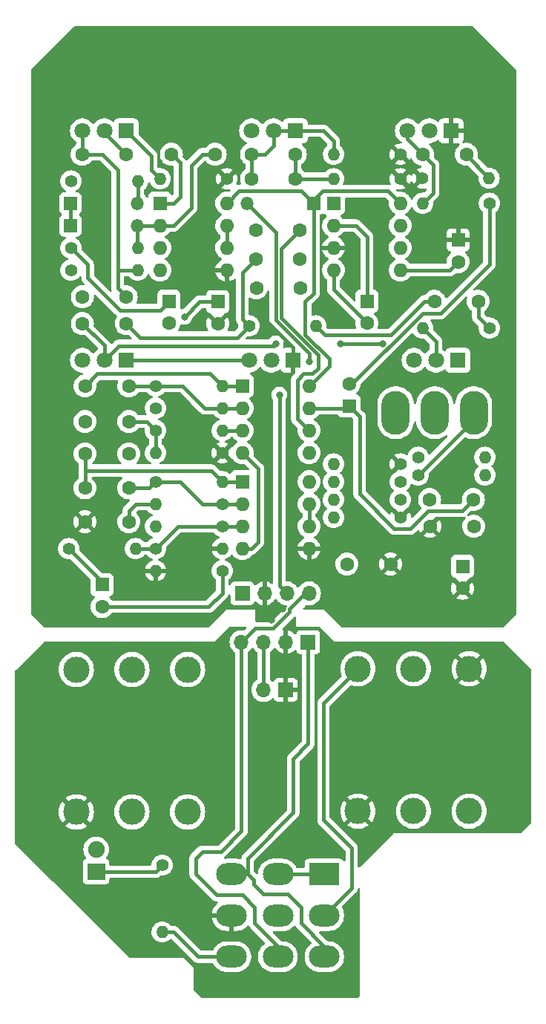
<source format=gbr>
%TF.GenerationSoftware,KiCad,Pcbnew,7.0.11-7.0.11~ubuntu22.04.1*%
%TF.CreationDate,2024-12-17T10:18:29+00:00*%
%TF.ProjectId,slo-tht,736c6f2d-7468-4742-9e6b-696361645f70,rev?*%
%TF.SameCoordinates,Original*%
%TF.FileFunction,Copper,L1,Top*%
%TF.FilePolarity,Positive*%
%FSLAX46Y46*%
G04 Gerber Fmt 4.6, Leading zero omitted, Abs format (unit mm)*
G04 Created by KiCad (PCBNEW 7.0.11-7.0.11~ubuntu22.04.1) date 2024-12-17 10:18:29*
%MOMM*%
%LPD*%
G01*
G04 APERTURE LIST*
%TA.AperFunction,ComponentPad*%
%ADD10C,1.400000*%
%TD*%
%TA.AperFunction,ComponentPad*%
%ADD11O,1.400000X1.400000*%
%TD*%
%TA.AperFunction,ComponentPad*%
%ADD12R,1.600000X1.600000*%
%TD*%
%TA.AperFunction,ComponentPad*%
%ADD13C,1.600000*%
%TD*%
%TA.AperFunction,ComponentPad*%
%ADD14O,1.500000X1.500000*%
%TD*%
%TA.AperFunction,ComponentPad*%
%ADD15R,1.500000X1.500000*%
%TD*%
%TA.AperFunction,ComponentPad*%
%ADD16O,1.600000X1.600000*%
%TD*%
%TA.AperFunction,ComponentPad*%
%ADD17O,3.500000X2.500000*%
%TD*%
%TA.AperFunction,ComponentPad*%
%ADD18R,3.500000X2.500000*%
%TD*%
%TA.AperFunction,ComponentPad*%
%ADD19C,3.000000*%
%TD*%
%TA.AperFunction,ComponentPad*%
%ADD20R,1.700000X1.700000*%
%TD*%
%TA.AperFunction,ComponentPad*%
%ADD21O,1.700000X1.700000*%
%TD*%
%TA.AperFunction,ComponentPad*%
%ADD22C,1.900000*%
%TD*%
%TA.AperFunction,ComponentPad*%
%ADD23R,2.000000X1.900000*%
%TD*%
%TA.AperFunction,ComponentPad*%
%ADD24R,1.800000X1.800000*%
%TD*%
%TA.AperFunction,ComponentPad*%
%ADD25C,1.800000*%
%TD*%
%TA.AperFunction,ComponentPad*%
%ADD26O,3.200000X5.000000*%
%TD*%
%TA.AperFunction,ViaPad*%
%ADD27C,0.800000*%
%TD*%
%TA.AperFunction,Conductor*%
%ADD28C,0.400000*%
%TD*%
G04 APERTURE END LIST*
D10*
%TO.P,CLR1,1*%
%TO.N,Net-(D1000-K)*%
X130036000Y-147738000D03*
D11*
%TO.P,CLR1,2*%
%TO.N,Net-(SW1C-C)*%
X130036000Y-155358000D03*
%TD*%
D10*
%TO.P,R1,1*%
%TO.N,I*%
X136894000Y-114182000D03*
D11*
%TO.P,R1,2*%
%TO.N,GND*%
X129274000Y-114182000D03*
%TD*%
D10*
%TO.P,R2,1*%
%TO.N,Net-(C1-Pad1)*%
X119368000Y-111642000D03*
D11*
%TO.P,R2,2*%
%TO.N,Net-(U1A-+)*%
X126988000Y-111642000D03*
%TD*%
D10*
%TO.P,R3,1*%
%TO.N,Net-(U1A-+)*%
X136894000Y-109102000D03*
D11*
%TO.P,R3,2*%
%TO.N,VCC*%
X129274000Y-109102000D03*
%TD*%
D10*
%TO.P,R4,1*%
%TO.N,Net-(U1A-+)*%
X129274000Y-111642000D03*
D11*
%TO.P,R4,2*%
%TO.N,GND*%
X136894000Y-111642000D03*
%TD*%
D10*
%TO.P,R5,1*%
%TO.N,Net-(U1A--)*%
X136894000Y-106562000D03*
D11*
%TO.P,R5,2*%
%TO.N,Net-(C2-Pad2)*%
X129274000Y-106562000D03*
%TD*%
D10*
%TO.P,R6,1*%
%TO.N,Net-(U1A--)*%
X129274000Y-104022000D03*
D11*
%TO.P,R6,2*%
%TO.N,Net-(C3-Pad1)*%
X136894000Y-104022000D03*
%TD*%
D10*
%TO.P,R7,1*%
%TO.N,Net-(C4-Pad1)*%
X119622000Y-79892000D03*
D11*
%TO.P,R7,2*%
%TO.N,Net-(C5-Pad1)*%
X127242000Y-79892000D03*
%TD*%
D10*
%TO.P,R9,1*%
%TO.N,Net-(C7-Pad1)*%
X119622000Y-77352000D03*
D11*
%TO.P,R9,2*%
%TO.N,Net-(D1-A)*%
X127242000Y-77352000D03*
%TD*%
D10*
%TO.P,R10,1*%
%TO.N,Net-(D1-A)*%
X119622000Y-69732000D03*
D11*
%TO.P,R10,2*%
%TO.N,Net-(D2-A)*%
X127242000Y-69732000D03*
%TD*%
D10*
%TO.P,R11,1*%
%TO.N,GND*%
X136894000Y-100720000D03*
D11*
%TO.P,R11,2*%
%TO.N,Net-(C9-Pad1)*%
X129274000Y-100720000D03*
%TD*%
D10*
%TO.P,R12,1*%
%TO.N,Net-(C9-Pad1)*%
X129274000Y-98180000D03*
D11*
%TO.P,R12,2*%
%TO.N,Net-(U3A-+)*%
X136894000Y-98180000D03*
%TD*%
D10*
%TO.P,R13,1*%
%TO.N,Net-(C10-Pad1)*%
X129274000Y-95640000D03*
D11*
%TO.P,R13,2*%
%TO.N,Net-(U3A--)*%
X136894000Y-95640000D03*
%TD*%
D10*
%TO.P,R14,1*%
%TO.N,Net-(U3A--)*%
X129274000Y-93100000D03*
D11*
%TO.P,R14,2*%
%TO.N,Net-(C11-Pad1)*%
X136894000Y-93100000D03*
%TD*%
D10*
%TO.P,R15,1*%
%TO.N,Net-(C14-Pad2)*%
X139942000Y-86242000D03*
D11*
%TO.P,R15,2*%
%TO.N,Net-(C11-Pad1)*%
X147562000Y-86242000D03*
%TD*%
D10*
%TO.P,R16,1*%
%TO.N,Net-(C12-Pad1)*%
X167374000Y-86496000D03*
D11*
%TO.P,R16,2*%
%TO.N,Net-(R16-Pad2)*%
X159754000Y-86496000D03*
%TD*%
D10*
%TO.P,R17,1*%
%TO.N,Net-(R16-Pad2)*%
X157214000Y-106054000D03*
D11*
%TO.P,R17,2*%
%TO.N,Net-(U3B-+)*%
X149594000Y-106054000D03*
%TD*%
D10*
%TO.P,R18,1*%
%TO.N,GND*%
X157214000Y-108086000D03*
D11*
%TO.P,R18,2*%
%TO.N,Net-(U3B-+)*%
X149594000Y-108086000D03*
%TD*%
D10*
%TO.P,R19,1*%
%TO.N,GND*%
X157214000Y-69478000D03*
D11*
%TO.P,R19,2*%
%TO.N,Net-(C16-Pad2)*%
X149594000Y-69478000D03*
%TD*%
D10*
%TO.P,R20,1*%
%TO.N,GND*%
X157214000Y-66684000D03*
D11*
%TO.P,R20,2*%
%TO.N,Net-(C16-Pad1)*%
X149594000Y-66684000D03*
%TD*%
D10*
%TO.P,R22,1*%
%TO.N,Net-(DEEP1-B)*%
X157214000Y-104022000D03*
D11*
%TO.P,R22,2*%
%TO.N,Net-(U3B--)*%
X149594000Y-104022000D03*
%TD*%
D10*
%TO.P,R23,1*%
%TO.N,Net-(DEEP1-B)*%
X159246000Y-101228000D03*
D11*
%TO.P,R23,2*%
%TO.N,Net-(C19-Pad2)*%
X166866000Y-101228000D03*
%TD*%
D10*
%TO.P,R24,1*%
%TO.N,Net-(DEEP1-A)*%
X159246000Y-103260000D03*
D11*
%TO.P,R24,2*%
%TO.N,Net-(C19-Pad2)*%
X166866000Y-103260000D03*
%TD*%
D10*
%TO.P,R25,1*%
%TO.N,Net-(C20-Pad2)*%
X167374000Y-72272000D03*
D11*
%TO.P,R25,2*%
%TO.N,Net-(C21-Pad2)*%
X159754000Y-72272000D03*
%TD*%
D10*
%TO.P,R26,1*%
%TO.N,GND*%
X159735936Y-69421527D03*
D11*
%TO.P,R26,2*%
%TO.N,Net-(C21-Pad1)*%
X167355936Y-69421527D03*
%TD*%
D10*
%TO.P,R8,1*%
%TO.N,GND*%
X137402000Y-69478000D03*
D11*
%TO.P,R8,2*%
%TO.N,Net-(GAIN1-Pad1)*%
X129782000Y-69478000D03*
%TD*%
D10*
%TO.P,R21,1*%
%TO.N,GND*%
X157214000Y-101990000D03*
D11*
%TO.P,R21,2*%
%TO.N,Net-(U3B--)*%
X149594000Y-101990000D03*
%TD*%
D12*
%TO.P,C100,1*%
%TO.N,VCC*%
X164326000Y-113674000D03*
D13*
%TO.P,C100,2*%
%TO.N,GND*%
X164326000Y-116174000D03*
%TD*%
D12*
%TO.P,C102,1*%
%TO.N,GND*%
X163818000Y-76453349D03*
D13*
%TO.P,C102,2*%
%TO.N,VDD*%
X163818000Y-78953349D03*
%TD*%
D14*
%TO.P,D100,2,A*%
%TO.N,+9V*%
X139693000Y-72272000D03*
D15*
%TO.P,D100,1,K*%
%TO.N,VCC*%
X147313000Y-72272000D03*
%TD*%
D13*
%TO.P,C14,2*%
%TO.N,Net-(C14-Pad2)*%
X125932000Y-85988000D03*
%TO.P,C14,1*%
%TO.N,Net-(BASS1-Pad2)*%
X120932000Y-85988000D03*
%TD*%
%TO.P,C5,1*%
%TO.N,Net-(C5-Pad1)*%
X125932000Y-82940000D03*
%TO.P,C5,2*%
%TO.N,Net-(C4-Pad1)*%
X120932000Y-82940000D03*
%TD*%
D12*
%TO.P,C1,1*%
%TO.N,Net-(C1-Pad1)*%
X123178000Y-115770888D03*
D13*
%TO.P,C1,2*%
%TO.N,I*%
X123178000Y-118270888D03*
%TD*%
D12*
%TO.P,C7,1*%
%TO.N,Net-(C7-Pad1)*%
X130798000Y-83463112D03*
D13*
%TO.P,C7,2*%
%TO.N,GND*%
X130798000Y-85963112D03*
%TD*%
D12*
%TO.P,C10,1*%
%TO.N,Net-(C10-Pad1)*%
X136386000Y-83488000D03*
D13*
%TO.P,C10,2*%
%TO.N,GND*%
X136386000Y-85988000D03*
%TD*%
D12*
%TO.P,C20,1*%
%TO.N,Net-(C19-Pad2)*%
X151372000Y-95386000D03*
D13*
%TO.P,C20,2*%
%TO.N,Net-(C20-Pad2)*%
X151372000Y-92886000D03*
%TD*%
D12*
%TO.P,C101,1*%
%TO.N,Net-(U4-CAP+)*%
X153404000Y-83448000D03*
D13*
%TO.P,C101,2*%
%TO.N,Net-(U4-CAP-)*%
X153404000Y-85948000D03*
%TD*%
D14*
%TO.P,D2,2,A*%
%TO.N,Net-(D2-A)*%
X127197000Y-72272000D03*
D15*
%TO.P,D2,1,K*%
%TO.N,Net-(D1-K)*%
X119577000Y-72272000D03*
%TD*%
D14*
%TO.P,D1,2,A*%
%TO.N,Net-(D1-A)*%
X127197000Y-74812000D03*
D15*
%TO.P,D1,1,K*%
%TO.N,Net-(D1-K)*%
X119577000Y-74812000D03*
%TD*%
D13*
%TO.P,C2,2*%
%TO.N,Net-(C2-Pad2)*%
X126226000Y-108594000D03*
%TO.P,C2,1*%
%TO.N,GND*%
X121226000Y-108594000D03*
%TD*%
%TO.P,C3,2*%
%TO.N,Net-(U1A--)*%
X126226000Y-104720500D03*
%TO.P,C3,1*%
%TO.N,Net-(C3-Pad1)*%
X121226000Y-104720500D03*
%TD*%
%TO.P,C4,2*%
%TO.N,Net-(C3-Pad1)*%
X121226000Y-100847000D03*
%TO.P,C4,1*%
%TO.N,Net-(C4-Pad1)*%
X126226000Y-100847000D03*
%TD*%
%TO.P,C6,1*%
%TO.N,Net-(U2A-+)*%
X125892000Y-66684000D03*
%TO.P,C6,2*%
%TO.N,Net-(C5-Pad1)*%
X120892000Y-66684000D03*
%TD*%
%TO.P,C8,2*%
%TO.N,Net-(D1-A)*%
X136092000Y-66684000D03*
%TO.P,C8,1*%
%TO.N,Net-(D2-A)*%
X131092000Y-66684000D03*
%TD*%
%TO.P,C9,2*%
%TO.N,Net-(D2-A)*%
X121226000Y-97164000D03*
%TO.P,C9,1*%
%TO.N,Net-(C9-Pad1)*%
X126226000Y-97164000D03*
%TD*%
%TO.P,C11,1*%
%TO.N,Net-(C11-Pad1)*%
X121226000Y-93100000D03*
%TO.P,C11,2*%
%TO.N,Net-(U3A--)*%
X126226000Y-93100000D03*
%TD*%
%TO.P,C12,2*%
%TO.N,Net-(C11-Pad1)*%
X161104000Y-83448000D03*
%TO.P,C12,1*%
%TO.N,Net-(C12-Pad1)*%
X166104000Y-83448000D03*
%TD*%
%TO.P,C13,2*%
%TO.N,Net-(C11-Pad1)*%
X140784000Y-81924000D03*
%TO.P,C13,1*%
%TO.N,Net-(C13-Pad1)*%
X145784000Y-81924000D03*
%TD*%
%TO.P,C15,2*%
%TO.N,Net-(C14-Pad2)*%
X140704000Y-78622000D03*
%TO.P,C15,1*%
%TO.N,Net-(C15-Pad1)*%
X145704000Y-78622000D03*
%TD*%
%TO.P,C16,2*%
%TO.N,Net-(C16-Pad2)*%
X145236000Y-66684000D03*
%TO.P,C16,1*%
%TO.N,Net-(C16-Pad1)*%
X140236000Y-66684000D03*
%TD*%
%TO.P,C17,2*%
%TO.N,Net-(C16-Pad2)*%
X145236000Y-69478000D03*
%TO.P,C17,1*%
%TO.N,Net-(C16-Pad1)*%
X140236000Y-69478000D03*
%TD*%
%TO.P,C18,2*%
%TO.N,Net-(U3B--)*%
X145744000Y-75320000D03*
%TO.P,C18,1*%
%TO.N,Net-(C18-Pad1)*%
X140744000Y-75320000D03*
%TD*%
%TO.P,C19,2*%
%TO.N,Net-(C19-Pad2)*%
X165556000Y-106054000D03*
%TO.P,C19,1*%
%TO.N,Net-(DEEP1-B)*%
X160556000Y-106054000D03*
%TD*%
%TO.P,C21,2*%
%TO.N,Net-(C21-Pad2)*%
X159754000Y-66684000D03*
%TO.P,C21,1*%
%TO.N,Net-(C21-Pad1)*%
X164754000Y-66684000D03*
%TD*%
%TO.P,C103,2*%
%TO.N,VCC*%
X165596000Y-109102000D03*
%TO.P,C103,1*%
%TO.N,GND*%
X160596000Y-109102000D03*
%TD*%
%TO.P,C104,2*%
%TO.N,VDD*%
X151118000Y-113420000D03*
%TO.P,C104,1*%
%TO.N,GND*%
X156118000Y-113420000D03*
%TD*%
D12*
%TO.P,U1,1*%
%TO.N,Net-(C3-Pad1)*%
X139180000Y-104022000D03*
D16*
%TO.P,U1,2,-*%
%TO.N,Net-(U1A--)*%
X139180000Y-106562000D03*
%TO.P,U1,3,+*%
%TO.N,Net-(U1A-+)*%
X139180000Y-109102000D03*
%TO.P,U1,4,V-*%
%TO.N,VDD*%
X139180000Y-111642000D03*
%TO.P,U1,5,+*%
%TO.N,GND*%
X146800000Y-111642000D03*
%TO.P,U1,6,-*%
%TO.N,Net-(U1B--)*%
X146800000Y-109102000D03*
%TO.P,U1,7*%
X146800000Y-106562000D03*
%TO.P,U1,8,V+*%
%TO.N,VCC*%
X146800000Y-104022000D03*
%TD*%
D12*
%TO.P,U2,1*%
%TO.N,Net-(D2-A)*%
X129782000Y-72272000D03*
D16*
%TO.P,U2,2,-*%
%TO.N,Net-(D1-A)*%
X129782000Y-74812000D03*
%TO.P,U2,3,+*%
%TO.N,Net-(U2A-+)*%
X129782000Y-77352000D03*
%TO.P,U2,4,V-*%
%TO.N,VDD*%
X129782000Y-79892000D03*
%TO.P,U2,5,+*%
%TO.N,GND*%
X137402000Y-79892000D03*
%TO.P,U2,6,-*%
%TO.N,Net-(U2B--)*%
X137402000Y-77352000D03*
%TO.P,U2,7*%
X137402000Y-74812000D03*
%TO.P,U2,8,V+*%
%TO.N,VCC*%
X137402000Y-72272000D03*
%TD*%
D12*
%TO.P,U3,1*%
%TO.N,Net-(C11-Pad1)*%
X139180000Y-93100000D03*
D16*
%TO.P,U3,2,-*%
%TO.N,Net-(U3A--)*%
X139180000Y-95640000D03*
%TO.P,U3,3,+*%
%TO.N,Net-(U3A-+)*%
X139180000Y-98180000D03*
%TO.P,U3,4,V-*%
%TO.N,VDD*%
X139180000Y-100720000D03*
%TO.P,U3,5,+*%
%TO.N,Net-(U3B-+)*%
X146800000Y-100720000D03*
%TO.P,U3,6,-*%
%TO.N,Net-(U3B--)*%
X146800000Y-98180000D03*
%TO.P,U3,7*%
%TO.N,Net-(C19-Pad2)*%
X146800000Y-95640000D03*
%TO.P,U3,8,V+*%
%TO.N,VCC*%
X146800000Y-93100000D03*
%TD*%
%TO.P,U4,8,V+*%
%TO.N,VCC*%
X157214000Y-72272000D03*
%TO.P,U4,7,OSC*%
%TO.N,unconnected-(U4-OSC-Pad7)*%
X157214000Y-74812000D03*
%TO.P,U4,6,LV*%
%TO.N,unconnected-(U4-LV-Pad6)*%
X157214000Y-77352000D03*
%TO.P,U4,5,VOUT*%
%TO.N,VDD*%
X157214000Y-79892000D03*
%TO.P,U4,4,CAP-*%
%TO.N,Net-(U4-CAP-)*%
X149594000Y-79892000D03*
%TO.P,U4,3,GND*%
%TO.N,GND*%
X149594000Y-77352000D03*
%TO.P,U4,2,CAP+*%
%TO.N,Net-(U4-CAP+)*%
X149594000Y-74812000D03*
D12*
%TO.P,U4,1,NC*%
%TO.N,unconnected-(U4-NC-Pad1)*%
X149594000Y-72272000D03*
%TD*%
D17*
%TO.P,SW1,9,C*%
%TO.N,Net-(SW1C-C)*%
X137950000Y-158175000D03*
%TO.P,SW1,8,C*%
%TO.N,O*%
X143250000Y-158175000D03*
%TO.P,SW1,7,C*%
%TO.N,I*%
X148550000Y-158175000D03*
%TO.P,SW1,6,B*%
%TO.N,GND*%
X137950000Y-153475000D03*
%TO.P,SW1,5,B*%
%TO.N,Net-(SW1B-B)*%
X143250000Y-153500000D03*
%TO.P,SW1,4,B*%
%TO.N,Net-(SW1A-B)*%
X148550000Y-153475000D03*
%TO.P,SW1,3,A*%
%TO.N,I*%
X137950000Y-148775000D03*
%TO.P,SW1,2,A*%
%TO.N,Net-(SW1A-A)*%
X143250000Y-148775000D03*
D18*
%TO.P,SW1,1,A*%
X148550000Y-148775000D03*
%TD*%
D19*
%TO.P,J3,R*%
%TO.N,unconnected-(J3-PadR)*%
X126590400Y-141677200D03*
%TO.P,J3,RN*%
%TO.N,unconnected-(J3-PadRN)*%
X126590400Y-125447200D03*
%TO.P,J3,S*%
%TO.N,GND*%
X120240400Y-141677200D03*
%TO.P,J3,SN*%
%TO.N,unconnected-(J3-PadSN)*%
X120240400Y-125447200D03*
%TO.P,J3,T*%
%TO.N,Net-(SW1B-B)*%
X132940400Y-141677200D03*
%TO.P,J3,TN*%
%TO.N,unconnected-(J3-PadTN)*%
X132940400Y-125447200D03*
%TD*%
D20*
%TO.P,JOVGI1,1,P1*%
%TO.N,I*%
X146700000Y-122300000D03*
D21*
%TO.P,JOVGI1,2,P2*%
%TO.N,GND*%
X144160000Y-122300000D03*
%TO.P,JOVGI1,3,P3*%
%TO.N,+9V*%
X141620000Y-122300000D03*
%TO.P,JOVGI1,4,P4*%
%TO.N,O*%
X139080000Y-122300000D03*
%TD*%
D20*
%TO.P,JOVGI2,1,P1*%
%TO.N,I*%
X139180000Y-116750000D03*
D21*
%TO.P,JOVGI2,2,P2*%
%TO.N,GND*%
X141720000Y-116750000D03*
%TO.P,JOVGI2,3,P3*%
%TO.N,+9V*%
X144260000Y-116750000D03*
%TO.P,JOVGI2,4,P4*%
%TO.N,O*%
X146800000Y-116750000D03*
%TD*%
D22*
%TO.P,D1000,2,A*%
%TO.N,+9V*%
X122500000Y-145950000D03*
D23*
%TO.P,D1000,1,K*%
%TO.N,Net-(D1000-K)*%
X122500000Y-148490000D03*
%TD*%
D21*
%TO.P,J4,2,P2*%
%TO.N,+9V*%
X141600000Y-127760000D03*
D20*
%TO.P,J4,1,P1*%
%TO.N,GND*%
X144140000Y-127760000D03*
%TD*%
D19*
%TO.P,J2,TN*%
%TO.N,GND*%
X152379200Y-141575600D03*
%TO.P,J2,T*%
%TO.N,Net-(SW1A-B)*%
X152379200Y-125345600D03*
%TO.P,J2,SN*%
%TO.N,unconnected-(J2-PadSN)*%
X165079200Y-141575600D03*
%TO.P,J2,S*%
%TO.N,GND*%
X165079200Y-125345600D03*
%TO.P,J2,RN*%
%TO.N,unconnected-(J2-PadRN)*%
X158729200Y-141575600D03*
%TO.P,J2,R*%
%TO.N,unconnected-(J2-PadR)*%
X158729200Y-125345600D03*
%TD*%
D24*
%TO.P,MID1,1,1*%
%TO.N,GND*%
X144982000Y-90169000D03*
D25*
%TO.P,MID1,2,2*%
%TO.N,Net-(C15-Pad1)*%
X142482000Y-90169000D03*
%TO.P,MID1,3,3*%
%TO.N,Net-(BASS1-Pad1)*%
X139982000Y-90169000D03*
%TD*%
D26*
%TO.P,DEEP1,3*%
%TO.N,N/C*%
X156696000Y-96148000D03*
%TO.P,DEEP1,2,B*%
%TO.N,Net-(DEEP1-B)*%
X161146000Y-96148000D03*
%TO.P,DEEP1,1,A*%
%TO.N,Net-(DEEP1-A)*%
X165596000Y-96148000D03*
%TD*%
D25*
%TO.P,BASS1,3,3*%
%TO.N,unconnected-(BASS1-Pad3)*%
X120932000Y-90169000D03*
%TO.P,BASS1,2,2*%
%TO.N,Net-(BASS1-Pad2)*%
X123432000Y-90169000D03*
D24*
%TO.P,BASS1,1,1*%
%TO.N,Net-(BASS1-Pad1)*%
X125932000Y-90169000D03*
%TD*%
D25*
%TO.P,GAIN1,3,3*%
%TO.N,Net-(C5-Pad1)*%
X120932000Y-64007000D03*
%TO.P,GAIN1,2,2*%
%TO.N,Net-(U2A-+)*%
X123432000Y-64007000D03*
D24*
%TO.P,GAIN1,1,1*%
%TO.N,Net-(GAIN1-Pad1)*%
X125932000Y-64007000D03*
%TD*%
%TO.P,VOL1,1,1*%
%TO.N,GND*%
X163016000Y-64007000D03*
D25*
%TO.P,VOL1,2,2*%
%TO.N,O*%
X160516000Y-64007000D03*
%TO.P,VOL1,3,3*%
%TO.N,Net-(C21-Pad2)*%
X158016000Y-64007000D03*
%TD*%
%TO.P,TREBLE1,3,3*%
%TO.N,Net-(C13-Pad1)*%
X158778000Y-90169000D03*
%TO.P,TREBLE1,2,2*%
%TO.N,Net-(R16-Pad2)*%
X161278000Y-90169000D03*
D24*
%TO.P,TREBLE1,1,1*%
%TO.N,Net-(BASS1-Pad2)*%
X163778000Y-90169000D03*
%TD*%
%TO.P,PRES1,1,1*%
%TO.N,Net-(C16-Pad1)*%
X145236000Y-64007000D03*
D25*
%TO.P,PRES1,2,2*%
X142736000Y-64007000D03*
%TO.P,PRES1,3,3*%
%TO.N,Net-(C18-Pad1)*%
X140236000Y-64007000D03*
%TD*%
D27*
%TO.N,+9V*%
X143410000Y-94116000D03*
X146800000Y-90306000D03*
%TO.N,GND*%
X151626000Y-118500000D03*
X142482000Y-119770000D03*
X143752000Y-118500000D03*
X140490472Y-84210000D03*
%TO.N,Net-(BASS1-Pad2)*%
X155182000Y-88274000D03*
X150381400Y-88299400D03*
X142990000Y-88274000D03*
%TO.N,Net-(C10-Pad1)*%
X132576000Y-85226000D03*
%TD*%
D28*
%TO.N,O*%
X146800000Y-116750000D02*
X146314800Y-116750000D01*
X146314800Y-116750000D02*
X144552000Y-118512800D01*
X144552000Y-118512800D02*
X144552000Y-118831371D01*
X144552000Y-118831371D02*
X142648171Y-120735200D01*
X140644800Y-120735200D02*
X139080000Y-122300000D01*
X142648171Y-120735200D02*
X140644800Y-120735200D01*
%TO.N,+9V*%
X146800000Y-90306000D02*
X146800000Y-89387000D01*
X146800000Y-89387000D02*
X142990000Y-85577000D01*
X142990000Y-85577000D02*
X142990000Y-75569000D01*
X142990000Y-75569000D02*
X139693000Y-72272000D01*
%TO.N,Net-(U3B--)*%
X145744000Y-75320000D02*
X143590000Y-77474000D01*
X143590000Y-77474000D02*
X143590000Y-85328472D01*
X146139600Y-91728400D02*
X145453800Y-92414200D01*
X145453800Y-92414200D02*
X145453800Y-96833800D01*
X143590000Y-85328472D02*
X147816000Y-89554472D01*
X147816000Y-91068000D02*
X147155600Y-91728400D01*
X147816000Y-89554472D02*
X147816000Y-91068000D01*
X145453800Y-96833800D02*
X146800000Y-98180000D01*
X147155600Y-91728400D02*
X146139600Y-91728400D01*
%TO.N,VCC*%
X147313000Y-72272000D02*
X147313000Y-82528600D01*
X147313000Y-82528600D02*
X146362000Y-83479600D01*
X146362000Y-83479600D02*
X146362000Y-86566000D01*
X146362000Y-86566000D02*
X146368200Y-86572200D01*
X149086000Y-90814000D02*
X146800000Y-93100000D01*
X146368200Y-86572200D02*
X146368200Y-87258144D01*
X146368200Y-87258144D02*
X149086000Y-89975944D01*
X149086000Y-89975944D02*
X149086000Y-90814000D01*
%TO.N,Net-(SW1A-B)*%
X148550000Y-153475000D02*
X151651400Y-150373600D01*
X151651400Y-150373600D02*
X151651400Y-145805000D01*
X148451000Y-142604600D02*
X148451000Y-129273800D01*
X151651400Y-145805000D02*
X148451000Y-142604600D01*
X148451000Y-129273800D02*
X152379200Y-125345600D01*
%TO.N,Net-(C14-Pad2)*%
X125932000Y-85988000D02*
X127532200Y-87588200D01*
X127532200Y-87588200D02*
X138595800Y-87588200D01*
X138595800Y-87588200D02*
X139942000Y-86242000D01*
%TO.N,VCC*%
X157214000Y-72272000D02*
X155842400Y-70900400D01*
X147313000Y-71911400D02*
X147313000Y-72272000D01*
X155842400Y-70900400D02*
X148324000Y-70900400D01*
X148324000Y-70900400D02*
X147313000Y-71911400D01*
X137402000Y-72272000D02*
X138824400Y-70849600D01*
X145890600Y-70849600D02*
X147313000Y-72272000D01*
X138824400Y-70849600D02*
X145890600Y-70849600D01*
%TO.N,Net-(C11-Pad1)*%
X147562000Y-86242000D02*
X148628800Y-87308800D01*
X148628800Y-87308800D02*
X156111830Y-87308800D01*
X156111830Y-87308800D02*
X159972630Y-83448000D01*
X159972630Y-83448000D02*
X161104000Y-83448000D01*
%TO.N,Net-(BASS1-Pad2)*%
X150381400Y-88299400D02*
X155156600Y-88299400D01*
X155156600Y-88299400D02*
X155182000Y-88274000D01*
%TO.N,Net-(C11-Pad1)*%
X121226000Y-93100000D02*
X122597600Y-91728400D01*
X122597600Y-91728400D02*
X135522400Y-91728400D01*
X135522400Y-91728400D02*
X136894000Y-93100000D01*
%TO.N,Net-(C19-Pad2)*%
X151372000Y-95386000D02*
X152572000Y-96586000D01*
X152572000Y-96586000D02*
X152572000Y-105425200D01*
X152572000Y-105425200D02*
X156502800Y-109356000D01*
X164286000Y-107324000D02*
X165556000Y-106054000D01*
X156502800Y-109356000D02*
X158382400Y-109356000D01*
X158382400Y-109356000D02*
X160414400Y-107324000D01*
X160414400Y-107324000D02*
X164286000Y-107324000D01*
%TO.N,Net-(C20-Pad2)*%
X151372000Y-92886000D02*
X151701371Y-92886000D01*
X151701371Y-92886000D02*
X159793171Y-84794200D01*
X159793171Y-84794200D02*
X161786000Y-84794200D01*
X167374000Y-79206200D02*
X167374000Y-72272000D01*
X161786000Y-84794200D02*
X167374000Y-79206200D01*
%TO.N,+9V*%
X143410000Y-115900000D02*
X143410000Y-94116000D01*
X144260000Y-116750000D02*
X143410000Y-115900000D01*
%TO.N,Net-(C19-Pad2)*%
X146800000Y-95640000D02*
X151118000Y-95640000D01*
X151118000Y-95640000D02*
X151372000Y-95386000D01*
%TO.N,Net-(DEEP1-A)*%
X159246000Y-103260000D02*
X165596000Y-96910000D01*
X165596000Y-96910000D02*
X165596000Y-96148000D01*
%TO.N,GND*%
X144982000Y-88701528D02*
X140490472Y-84210000D01*
X144982000Y-90169000D02*
X144982000Y-88701528D01*
X140450000Y-84210000D02*
X140490472Y-84210000D01*
%TO.N,Net-(BASS1-Pad2)*%
X123432000Y-90169000D02*
X125073000Y-88528000D01*
X125073000Y-88528000D02*
X142736000Y-88528000D01*
X142736000Y-88528000D02*
X142990000Y-88274000D01*
%TO.N,Net-(C10-Pad1)*%
X134314000Y-83488000D02*
X132576000Y-85226000D01*
X136386000Y-83488000D02*
X134314000Y-83488000D01*
%TO.N,Net-(R16-Pad2)*%
X161278000Y-90169000D02*
X161278000Y-88020000D01*
X161278000Y-88020000D02*
X159754000Y-86496000D01*
%TO.N,Net-(C21-Pad2)*%
X159754000Y-66684000D02*
X160935936Y-67865936D01*
X160935936Y-67865936D02*
X160935936Y-71090064D01*
X160935936Y-71090064D02*
X159754000Y-72272000D01*
%TO.N,Net-(U2B--)*%
X137402000Y-74812000D02*
X137402000Y-77352000D01*
%TO.N,Net-(BASS1-Pad1)*%
X139982000Y-90169000D02*
X125932000Y-90169000D01*
%TO.N,Net-(C14-Pad2)*%
X140704000Y-78622000D02*
X139180000Y-80146000D01*
X139180000Y-80146000D02*
X139180000Y-85480000D01*
X139180000Y-85480000D02*
X139942000Y-86242000D01*
%TO.N,Net-(U4-CAP-)*%
X153404000Y-85948000D02*
X149594000Y-82138000D01*
X149594000Y-82138000D02*
X149594000Y-79892000D01*
%TO.N,Net-(U4-CAP+)*%
X153404000Y-76082000D02*
X152134000Y-74812000D01*
X153404000Y-83448000D02*
X153404000Y-76082000D01*
X152134000Y-74812000D02*
X149594000Y-74812000D01*
%TO.N,VDD*%
X139180000Y-100720000D02*
X140958000Y-102498000D01*
X140958000Y-102498000D02*
X140958000Y-110880000D01*
X140958000Y-110880000D02*
X140196000Y-111642000D01*
X140196000Y-111642000D02*
X139180000Y-111642000D01*
%TO.N,Net-(U1B--)*%
X146800000Y-106562000D02*
X146800000Y-109102000D01*
%TO.N,Net-(C3-Pad1)*%
X121226000Y-100847000D02*
X121226000Y-102752000D01*
X121226000Y-102752000D02*
X121226000Y-104720500D01*
X136894000Y-104022000D02*
X135624000Y-102752000D01*
X135624000Y-102752000D02*
X121226000Y-102752000D01*
%TO.N,Net-(U1A-+)*%
X136894000Y-109102000D02*
X131814000Y-109102000D01*
X131814000Y-109102000D02*
X129274000Y-111642000D01*
%TO.N,I*%
X123178000Y-118270888D02*
X135345112Y-118270888D01*
X135345112Y-118270888D02*
X136894000Y-116722000D01*
X136894000Y-116722000D02*
X136894000Y-114182000D01*
%TO.N,Net-(U1A-+)*%
X126988000Y-111642000D02*
X129274000Y-111642000D01*
%TO.N,Net-(C1-Pad1)*%
X123178000Y-115770888D02*
X123178000Y-115452000D01*
X123178000Y-115452000D02*
X119368000Y-111642000D01*
%TO.N,Net-(U1A-+)*%
X136894000Y-109102000D02*
X139180000Y-109102000D01*
%TO.N,Net-(C3-Pad1)*%
X136894000Y-104022000D02*
X139180000Y-104022000D01*
%TO.N,Net-(U3A-+)*%
X136894000Y-98180000D02*
X139180000Y-98180000D01*
%TO.N,Net-(C11-Pad1)*%
X136894000Y-93100000D02*
X139180000Y-93100000D01*
%TO.N,Net-(BASS1-Pad2)*%
X123432000Y-90169000D02*
X123432000Y-88488000D01*
X123432000Y-88488000D02*
X120932000Y-85988000D01*
%TO.N,Net-(C2-Pad2)*%
X126226000Y-107324000D02*
X126988000Y-106562000D01*
X126226000Y-108594000D02*
X126226000Y-107324000D01*
X126988000Y-106562000D02*
X129274000Y-106562000D01*
%TO.N,Net-(U1A--)*%
X129274000Y-104022000D02*
X132068000Y-104022000D01*
X134608000Y-106562000D02*
X139180000Y-106562000D01*
X132068000Y-104022000D02*
X134608000Y-106562000D01*
X126226000Y-104720500D02*
X128575500Y-104720500D01*
X128575500Y-104720500D02*
X129274000Y-104022000D01*
%TO.N,Net-(C9-Pad1)*%
X129274000Y-98180000D02*
X129274000Y-100720000D01*
X126226000Y-97164000D02*
X128258000Y-97164000D01*
X128258000Y-97164000D02*
X129274000Y-98180000D01*
%TO.N,Net-(U3A--)*%
X134862000Y-95640000D02*
X132322000Y-93100000D01*
X136894000Y-95640000D02*
X134862000Y-95640000D01*
X132322000Y-93100000D02*
X126226000Y-93100000D01*
X139180000Y-95640000D02*
X136894000Y-95640000D01*
%TO.N,Net-(C12-Pad1)*%
X166104000Y-83448000D02*
X166104000Y-85226000D01*
X166104000Y-85226000D02*
X167374000Y-86496000D01*
%TO.N,Net-(C21-Pad1)*%
X164754000Y-66684000D02*
X164754000Y-66819591D01*
X164754000Y-66819591D02*
X167355936Y-69421527D01*
%TO.N,Net-(C21-Pad2)*%
X158016000Y-64007000D02*
X158016000Y-64946000D01*
X158016000Y-64946000D02*
X159754000Y-66684000D01*
%TO.N,VDD*%
X157214000Y-79892000D02*
X162879349Y-79892000D01*
X162879349Y-79892000D02*
X163818000Y-78953349D01*
%TO.N,Net-(C16-Pad1)*%
X149594000Y-66684000D02*
X149594000Y-65160000D01*
X149594000Y-65160000D02*
X148441000Y-64007000D01*
X148441000Y-64007000D02*
X145236000Y-64007000D01*
%TO.N,Net-(C16-Pad2)*%
X149594000Y-69478000D02*
X145236000Y-69478000D01*
%TO.N,Net-(C16-Pad1)*%
X142736000Y-64007000D02*
X145236000Y-64007000D01*
%TO.N,Net-(C16-Pad2)*%
X145236000Y-66684000D02*
X145236000Y-69478000D01*
%TO.N,Net-(C16-Pad1)*%
X140236000Y-66684000D02*
X140236000Y-69478000D01*
X142736000Y-64007000D02*
X142736000Y-65668000D01*
X142736000Y-65668000D02*
X141720000Y-66684000D01*
X141720000Y-66684000D02*
X140236000Y-66684000D01*
%TO.N,Net-(C7-Pad1)*%
X130798000Y-83463112D02*
X129797112Y-84464000D01*
X121532000Y-80786000D02*
X121532000Y-79262000D01*
X129797112Y-84464000D02*
X125210000Y-84464000D01*
X125210000Y-84464000D02*
X121532000Y-80786000D01*
X121532000Y-79262000D02*
X119622000Y-77352000D01*
%TO.N,Net-(D1-A)*%
X127197000Y-74812000D02*
X127197000Y-77307000D01*
X127197000Y-77307000D02*
X127242000Y-77352000D01*
%TO.N,Net-(C5-Pad1)*%
X124956000Y-68462000D02*
X124956000Y-79892000D01*
X124956000Y-79892000D02*
X124956000Y-81964000D01*
X127242000Y-79892000D02*
X124956000Y-79892000D01*
X120892000Y-66684000D02*
X123178000Y-66684000D01*
X123178000Y-66684000D02*
X124956000Y-68462000D01*
X124956000Y-81964000D02*
X125932000Y-82940000D01*
%TO.N,Net-(D1-A)*%
X133338000Y-67954000D02*
X134608000Y-66684000D01*
X133338000Y-72780000D02*
X133338000Y-67954000D01*
X129782000Y-74812000D02*
X131306000Y-74812000D01*
X131306000Y-74812000D02*
X133338000Y-72780000D01*
X134608000Y-66684000D02*
X136092000Y-66684000D01*
%TO.N,Net-(D2-A)*%
X131092000Y-66684000D02*
X132068000Y-67660000D01*
X132068000Y-67660000D02*
X132068000Y-71510000D01*
X132068000Y-71510000D02*
X131306000Y-72272000D01*
X131306000Y-72272000D02*
X129782000Y-72272000D01*
%TO.N,Net-(U2A-+)*%
X123432000Y-64007000D02*
X123432000Y-64224000D01*
X123432000Y-64224000D02*
X125892000Y-66684000D01*
%TO.N,Net-(GAIN1-Pad1)*%
X129782000Y-69478000D02*
X128766000Y-68462000D01*
X128766000Y-68462000D02*
X128766000Y-66841000D01*
X128766000Y-66841000D02*
X125932000Y-64007000D01*
%TO.N,Net-(D1-A)*%
X127202000Y-74817000D02*
X127197000Y-74812000D01*
X127197000Y-74812000D02*
X129782000Y-74812000D01*
%TO.N,Net-(D2-A)*%
X127242000Y-69732000D02*
X127242000Y-72481000D01*
X127242000Y-72481000D02*
X127197000Y-72526000D01*
%TO.N,Net-(D1-K)*%
X119577000Y-72526000D02*
X119577000Y-74812000D01*
%TO.N,Net-(C5-Pad1)*%
X120932000Y-64007000D02*
X120932000Y-66644000D01*
X120932000Y-66644000D02*
X120892000Y-66684000D01*
%TO.N,Net-(SW1C-C)*%
X134123000Y-158175000D02*
X131306000Y-155358000D01*
X131306000Y-155358000D02*
X130036000Y-155358000D01*
%TO.N,Net-(D1000-K)*%
X122500000Y-148490000D02*
X129284000Y-148490000D01*
X129284000Y-148490000D02*
X130036000Y-147738000D01*
%TO.N,+9V*%
X141600000Y-127760000D02*
X141600000Y-122320000D01*
X141600000Y-122320000D02*
X141620000Y-122300000D01*
%TO.N,Net-(D1000-K)*%
X122500000Y-148450000D02*
X122750000Y-148450000D01*
%TO.N,O*%
X139080000Y-143870000D02*
X139080000Y-122300000D01*
X143250000Y-157025000D02*
X140600000Y-154375000D01*
X143250000Y-158175000D02*
X143250000Y-157025000D01*
X134608000Y-146214000D02*
X136736000Y-146214000D01*
X136736000Y-146214000D02*
X139080000Y-143870000D01*
X133846000Y-146976000D02*
X134608000Y-146214000D01*
X139200000Y-151150000D02*
X136242000Y-151150000D01*
X140600000Y-152550000D02*
X139200000Y-151150000D01*
X133846000Y-148754000D02*
X133846000Y-146976000D01*
X140600000Y-154375000D02*
X140600000Y-152550000D01*
X136242000Y-151150000D02*
X133846000Y-148754000D01*
%TO.N,I*%
X148550000Y-157025000D02*
X145900000Y-154375000D01*
X148550000Y-158175000D02*
X148550000Y-157025000D01*
X146700000Y-122300000D02*
X146700000Y-126570000D01*
X141600000Y-151050000D02*
X140500000Y-149950000D01*
X145000000Y-141750000D02*
X145000000Y-135590000D01*
X139800000Y-148475000D02*
X139800000Y-146950000D01*
X145000000Y-135590000D02*
X146700000Y-133890000D01*
X139825000Y-148775000D02*
X139500000Y-148775000D01*
X139800000Y-146950000D02*
X145000000Y-141750000D01*
X140500000Y-149450000D02*
X139825000Y-148775000D01*
X140500000Y-149950000D02*
X140500000Y-149450000D01*
X145900000Y-152550000D02*
X144400000Y-151050000D01*
X137950000Y-148775000D02*
X139500000Y-148775000D01*
X144400000Y-151050000D02*
X141600000Y-151050000D01*
X139500000Y-148775000D02*
X139800000Y-148475000D01*
X146700000Y-126570000D02*
X146700000Y-133890000D01*
X145900000Y-154375000D02*
X145900000Y-152550000D01*
%TO.N,Net-(SW1C-C)*%
X137950000Y-158175000D02*
X134123000Y-158175000D01*
%TO.N,Net-(SW1A-A)*%
X143250000Y-148775000D02*
X144950000Y-148775000D01*
X144950000Y-148775000D02*
X148550000Y-148775000D01*
%TO.N,Net-(SW1A-B)*%
X149275000Y-153475000D02*
X148550000Y-153475000D01*
%TD*%
%TA.AperFunction,Conductor*%
%TO.N,GND*%
G36*
X139616459Y-120545502D02*
G01*
X139662952Y-120599158D01*
X139673056Y-120669432D01*
X139643562Y-120734012D01*
X139637439Y-120740589D01*
X139585274Y-120792754D01*
X139447501Y-120930526D01*
X139385189Y-120964551D01*
X139337668Y-120965712D01*
X139321458Y-120963007D01*
X139192569Y-120941500D01*
X138967431Y-120941500D01*
X138831594Y-120964167D01*
X138745369Y-120978555D01*
X138745360Y-120978557D01*
X138532428Y-121051656D01*
X138532426Y-121051658D01*
X138334426Y-121158810D01*
X138334424Y-121158811D01*
X138156762Y-121297091D01*
X138004279Y-121462729D01*
X138004275Y-121462734D01*
X137881141Y-121651206D01*
X137790703Y-121857386D01*
X137790702Y-121857387D01*
X137735437Y-122075624D01*
X137735436Y-122075630D01*
X137735436Y-122075632D01*
X137716844Y-122300000D01*
X137734232Y-122509844D01*
X137735437Y-122524375D01*
X137790702Y-122742612D01*
X137790703Y-122742613D01*
X137881141Y-122948793D01*
X138004275Y-123137265D01*
X138004279Y-123137270D01*
X138156765Y-123302911D01*
X138322891Y-123432213D01*
X138364362Y-123489838D01*
X138371500Y-123531644D01*
X138371500Y-143524340D01*
X138351498Y-143592461D01*
X138334595Y-143613435D01*
X136479435Y-145468595D01*
X136417123Y-145502621D01*
X136390340Y-145505500D01*
X134633222Y-145505500D01*
X134625616Y-145505270D01*
X134623540Y-145505144D01*
X134564906Y-145501597D01*
X134564905Y-145501598D01*
X134505089Y-145512559D01*
X134497567Y-145513704D01*
X134437202Y-145521033D01*
X134437195Y-145521035D01*
X134427661Y-145524651D01*
X134405711Y-145530770D01*
X134395678Y-145532609D01*
X134395665Y-145532613D01*
X134340211Y-145557570D01*
X134333183Y-145560482D01*
X134276326Y-145582045D01*
X134267921Y-145587846D01*
X134248080Y-145599035D01*
X134238779Y-145603222D01*
X134238769Y-145603228D01*
X134190898Y-145640731D01*
X134184774Y-145645237D01*
X134134726Y-145679784D01*
X134094388Y-145725316D01*
X134089172Y-145730856D01*
X133362856Y-146457172D01*
X133357316Y-146462388D01*
X133311784Y-146502726D01*
X133277237Y-146552774D01*
X133272731Y-146558898D01*
X133235228Y-146606769D01*
X133235222Y-146606779D01*
X133231035Y-146616080D01*
X133219846Y-146635921D01*
X133214045Y-146644326D01*
X133192482Y-146701183D01*
X133189570Y-146708211D01*
X133164613Y-146763665D01*
X133164609Y-146763678D01*
X133162770Y-146773711D01*
X133156651Y-146795661D01*
X133153034Y-146805199D01*
X133145705Y-146865554D01*
X133144561Y-146873071D01*
X133133598Y-146932906D01*
X133133598Y-146932907D01*
X133135130Y-146958232D01*
X133137270Y-146993608D01*
X133137500Y-147001216D01*
X133137500Y-148728782D01*
X133137270Y-148736390D01*
X133133598Y-148797092D01*
X133144559Y-148856910D01*
X133145704Y-148864433D01*
X133153033Y-148924794D01*
X133153034Y-148924798D01*
X133153034Y-148924800D01*
X133153035Y-148924801D01*
X133156572Y-148934129D01*
X133156650Y-148934333D01*
X133162771Y-148956289D01*
X133164612Y-148966332D01*
X133189572Y-149021794D01*
X133192483Y-149028821D01*
X133204658Y-149060922D01*
X133214046Y-149085675D01*
X133219840Y-149094069D01*
X133231035Y-149113919D01*
X133235223Y-149123222D01*
X133235225Y-149123226D01*
X133272726Y-149171093D01*
X133277234Y-149177220D01*
X133311783Y-149227271D01*
X133357316Y-149267610D01*
X133362857Y-149272827D01*
X135723171Y-151633141D01*
X135728387Y-151638682D01*
X135768724Y-151684212D01*
X135768727Y-151684215D01*
X135818804Y-151718781D01*
X135824895Y-151723263D01*
X135859394Y-151750292D01*
X135870164Y-151758730D01*
X135872775Y-151760775D01*
X135882070Y-151764958D01*
X135901933Y-151776161D01*
X135910325Y-151781954D01*
X135967192Y-151803520D01*
X135974182Y-151806414D01*
X136029671Y-151831389D01*
X136039704Y-151833227D01*
X136061668Y-151839351D01*
X136071195Y-151842964D01*
X136071197Y-151842964D01*
X136071199Y-151842965D01*
X136131597Y-151850298D01*
X136139059Y-151851434D01*
X136198908Y-151862402D01*
X136259616Y-151858729D01*
X136267222Y-151858500D01*
X136297326Y-151858500D01*
X136365447Y-151878502D01*
X136411940Y-151932158D01*
X136422044Y-152002432D01*
X136392550Y-152067012D01*
X136375886Y-152083011D01*
X136250902Y-152182682D01*
X136071685Y-152375832D01*
X136071681Y-152375837D01*
X135923263Y-152593525D01*
X135923259Y-152593532D01*
X135808937Y-152830923D01*
X135731271Y-153082704D01*
X135731270Y-153082712D01*
X135710428Y-153221000D01*
X136743153Y-153221000D01*
X136706366Y-153343877D01*
X136696172Y-153518906D01*
X136726616Y-153691567D01*
X136742763Y-153729000D01*
X135710428Y-153729000D01*
X135731270Y-153867287D01*
X135731271Y-153867295D01*
X135808937Y-154119076D01*
X135923259Y-154356467D01*
X135923263Y-154356474D01*
X136071681Y-154574162D01*
X136071685Y-154574167D01*
X136250902Y-154767317D01*
X136456910Y-154931603D01*
X136456909Y-154931603D01*
X136685095Y-155063346D01*
X136685099Y-155063348D01*
X136930363Y-155159606D01*
X136930365Y-155159607D01*
X137187245Y-155218239D01*
X137384213Y-155233000D01*
X137696000Y-155233000D01*
X137696000Y-154225000D01*
X138204000Y-154225000D01*
X138204000Y-155233000D01*
X138515787Y-155233000D01*
X138712754Y-155218239D01*
X138969634Y-155159607D01*
X138969636Y-155159606D01*
X139214900Y-155063348D01*
X139214904Y-155063346D01*
X139443090Y-154931603D01*
X139649101Y-154767315D01*
X139753679Y-154654606D01*
X139814675Y-154618274D01*
X139885631Y-154620687D01*
X139944018Y-154661079D01*
X139963854Y-154695623D01*
X139968046Y-154706675D01*
X139973840Y-154715069D01*
X139985035Y-154734919D01*
X139989223Y-154744222D01*
X139989225Y-154744226D01*
X140026726Y-154792093D01*
X140031234Y-154798220D01*
X140065783Y-154848271D01*
X140065784Y-154848272D01*
X140065785Y-154848273D01*
X140095792Y-154874857D01*
X140111316Y-154888610D01*
X140116857Y-154893827D01*
X141759509Y-156536479D01*
X141793535Y-156598791D01*
X141788470Y-156669606D01*
X141748974Y-156724084D01*
X141550565Y-156882311D01*
X141371293Y-157075520D01*
X141371289Y-157075525D01*
X141222829Y-157293274D01*
X141222825Y-157293281D01*
X141108469Y-157530742D01*
X141108464Y-157530754D01*
X141030784Y-157782589D01*
X141030782Y-157782598D01*
X141030782Y-157782600D01*
X140991500Y-158043219D01*
X140991500Y-158306781D01*
X141030782Y-158567398D01*
X141030784Y-158567410D01*
X141108464Y-158819245D01*
X141108469Y-158819257D01*
X141149040Y-158903502D01*
X141222824Y-159056715D01*
X141222825Y-159056716D01*
X141222829Y-159056724D01*
X141371289Y-159274474D01*
X141371294Y-159274481D01*
X141550562Y-159467686D01*
X141756624Y-159632015D01*
X141756627Y-159632017D01*
X141984871Y-159763794D01*
X141984875Y-159763795D01*
X141984876Y-159763796D01*
X142230220Y-159860087D01*
X142230224Y-159860088D01*
X142230223Y-159860088D01*
X142299221Y-159875836D01*
X142487174Y-159918735D01*
X142684200Y-159933500D01*
X142684202Y-159933500D01*
X143815798Y-159933500D01*
X143815800Y-159933500D01*
X144012826Y-159918735D01*
X144269780Y-159860087D01*
X144515124Y-159763796D01*
X144515126Y-159763794D01*
X144515128Y-159763794D01*
X144629250Y-159697905D01*
X144743376Y-159632015D01*
X144949438Y-159467686D01*
X145128706Y-159274481D01*
X145277176Y-159056716D01*
X145391532Y-158819254D01*
X145401860Y-158785773D01*
X145469215Y-158567410D01*
X145469215Y-158567409D01*
X145469218Y-158567400D01*
X145508500Y-158306781D01*
X145508500Y-158043219D01*
X145469218Y-157782600D01*
X145469215Y-157782589D01*
X145391535Y-157530754D01*
X145391530Y-157530742D01*
X145277176Y-157293285D01*
X145277172Y-157293279D01*
X145277170Y-157293275D01*
X145128710Y-157075525D01*
X145128706Y-157075519D01*
X144949438Y-156882314D01*
X144743376Y-156717985D01*
X144743371Y-156717982D01*
X144743372Y-156717982D01*
X144515128Y-156586205D01*
X144515120Y-156586202D01*
X144380684Y-156533440D01*
X144269780Y-156489913D01*
X144269777Y-156489912D01*
X144269774Y-156489911D01*
X144269776Y-156489911D01*
X144012830Y-156431266D01*
X144012826Y-156431265D01*
X143815800Y-156416500D01*
X143815798Y-156416500D01*
X143695660Y-156416500D01*
X143627539Y-156396498D01*
X143606565Y-156379595D01*
X142700565Y-155473595D01*
X142666539Y-155411283D01*
X142671604Y-155340468D01*
X142714151Y-155283632D01*
X142780671Y-155258821D01*
X142789660Y-155258500D01*
X143815798Y-155258500D01*
X143815800Y-155258500D01*
X144012826Y-155243735D01*
X144269780Y-155185087D01*
X144515124Y-155088796D01*
X144515126Y-155088794D01*
X144515128Y-155088794D01*
X144629250Y-155022905D01*
X144743376Y-154957015D01*
X144949438Y-154792686D01*
X144949989Y-154792093D01*
X145021456Y-154715069D01*
X145060617Y-154672863D01*
X145121612Y-154636532D01*
X145192568Y-154638945D01*
X145250955Y-154679337D01*
X145264549Y-154700011D01*
X145268045Y-154706673D01*
X145273840Y-154715069D01*
X145285035Y-154734919D01*
X145289223Y-154744222D01*
X145289225Y-154744226D01*
X145326726Y-154792093D01*
X145331234Y-154798220D01*
X145365783Y-154848271D01*
X145365784Y-154848272D01*
X145365785Y-154848273D01*
X145395792Y-154874857D01*
X145411316Y-154888610D01*
X145416857Y-154893827D01*
X147059509Y-156536479D01*
X147093535Y-156598791D01*
X147088470Y-156669606D01*
X147048974Y-156724084D01*
X146850565Y-156882311D01*
X146671293Y-157075520D01*
X146671289Y-157075525D01*
X146522829Y-157293274D01*
X146522825Y-157293281D01*
X146408469Y-157530742D01*
X146408464Y-157530754D01*
X146330784Y-157782589D01*
X146330782Y-157782598D01*
X146330782Y-157782600D01*
X146291500Y-158043219D01*
X146291500Y-158306781D01*
X146330782Y-158567398D01*
X146330784Y-158567410D01*
X146408464Y-158819245D01*
X146408469Y-158819257D01*
X146449040Y-158903502D01*
X146522824Y-159056715D01*
X146522825Y-159056716D01*
X146522829Y-159056724D01*
X146671289Y-159274474D01*
X146671294Y-159274481D01*
X146850562Y-159467686D01*
X147056624Y-159632015D01*
X147056627Y-159632017D01*
X147284871Y-159763794D01*
X147284875Y-159763795D01*
X147284876Y-159763796D01*
X147530220Y-159860087D01*
X147530224Y-159860088D01*
X147530223Y-159860088D01*
X147599221Y-159875836D01*
X147787174Y-159918735D01*
X147984200Y-159933500D01*
X147984202Y-159933500D01*
X149115798Y-159933500D01*
X149115800Y-159933500D01*
X149312826Y-159918735D01*
X149569780Y-159860087D01*
X149815124Y-159763796D01*
X149815126Y-159763794D01*
X149815128Y-159763794D01*
X149929250Y-159697905D01*
X150043376Y-159632015D01*
X150249438Y-159467686D01*
X150428706Y-159274481D01*
X150577176Y-159056716D01*
X150691532Y-158819254D01*
X150701860Y-158785773D01*
X150769215Y-158567410D01*
X150769215Y-158567409D01*
X150769218Y-158567400D01*
X150808500Y-158306781D01*
X150808500Y-158043219D01*
X150769218Y-157782600D01*
X150769215Y-157782589D01*
X150691535Y-157530754D01*
X150691530Y-157530742D01*
X150577176Y-157293285D01*
X150577172Y-157293279D01*
X150577170Y-157293275D01*
X150428710Y-157075525D01*
X150428706Y-157075519D01*
X150249438Y-156882314D01*
X150043376Y-156717985D01*
X150043371Y-156717982D01*
X150043372Y-156717982D01*
X149815128Y-156586205D01*
X149815120Y-156586202D01*
X149680684Y-156533440D01*
X149569780Y-156489913D01*
X149569777Y-156489912D01*
X149569774Y-156489911D01*
X149569776Y-156489911D01*
X149312830Y-156431266D01*
X149312826Y-156431265D01*
X149115800Y-156416500D01*
X149115798Y-156416500D01*
X148995660Y-156416500D01*
X148927539Y-156396498D01*
X148906565Y-156379595D01*
X147975565Y-155448595D01*
X147941539Y-155386283D01*
X147946604Y-155315468D01*
X147989151Y-155258632D01*
X148055671Y-155233821D01*
X148064660Y-155233500D01*
X149115798Y-155233500D01*
X149115800Y-155233500D01*
X149312826Y-155218735D01*
X149569780Y-155160087D01*
X149815124Y-155063796D01*
X149815126Y-155063794D01*
X149815128Y-155063794D01*
X150000071Y-154957017D01*
X150043376Y-154932015D01*
X150249438Y-154767686D01*
X150428706Y-154574481D01*
X150577176Y-154356716D01*
X150691532Y-154119254D01*
X150769218Y-153867400D01*
X150808500Y-153606781D01*
X150808500Y-153343219D01*
X150769218Y-153082600D01*
X150730419Y-152956815D01*
X150691535Y-152830754D01*
X150691530Y-152830742D01*
X150640607Y-152725000D01*
X150577176Y-152593285D01*
X150577170Y-152593276D01*
X150574815Y-152589196D01*
X150575975Y-152588526D01*
X150555965Y-152526683D01*
X150574098Y-152458041D01*
X150592819Y-152434149D01*
X152134556Y-150892412D01*
X152140063Y-150887227D01*
X152185615Y-150846873D01*
X152220180Y-150796795D01*
X152224635Y-150790740D01*
X152262175Y-150742826D01*
X152266361Y-150733522D01*
X152277561Y-150713666D01*
X152283354Y-150705275D01*
X152304922Y-150648402D01*
X152307823Y-150641397D01*
X152332789Y-150585929D01*
X152334626Y-150575903D01*
X152340751Y-150553930D01*
X152340913Y-150553502D01*
X152344365Y-150544401D01*
X152351699Y-150483996D01*
X152352839Y-150476513D01*
X152352954Y-150475889D01*
X152356409Y-150457035D01*
X152358565Y-150445272D01*
X152390520Y-150381873D01*
X152451678Y-150345815D01*
X152522622Y-150348546D01*
X152580828Y-150389198D01*
X152607815Y-150454866D01*
X152608500Y-150467987D01*
X152608500Y-162570536D01*
X152588498Y-162638657D01*
X152571595Y-162659631D01*
X152393631Y-162837595D01*
X152331319Y-162871621D01*
X152304536Y-162874500D01*
X134590064Y-162874500D01*
X134521943Y-162854498D01*
X134500968Y-162837595D01*
X133628404Y-161965030D01*
X133594379Y-161902718D01*
X133591500Y-161875935D01*
X133591500Y-159490047D01*
X133594051Y-159470672D01*
X133591979Y-159446982D01*
X133591500Y-159436003D01*
X133591500Y-159431490D01*
X133590717Y-159427051D01*
X133589281Y-159416143D01*
X133588818Y-159410845D01*
X133588817Y-159410844D01*
X133584349Y-159401261D01*
X133577547Y-159393154D01*
X133576720Y-159392677D01*
X133550629Y-159372656D01*
X132585379Y-158407405D01*
X132573488Y-158391906D01*
X132555273Y-158376622D01*
X132547176Y-158369202D01*
X132543974Y-158366000D01*
X132543972Y-158365999D01*
X132543968Y-158365995D01*
X132540265Y-158363402D01*
X132531543Y-158356709D01*
X132527480Y-158353299D01*
X132517539Y-158349681D01*
X132507003Y-158348759D01*
X132506341Y-158348937D01*
X132506082Y-158349006D01*
X132473471Y-158353300D01*
X126404863Y-158353300D01*
X126336742Y-158333298D01*
X126315768Y-158316395D01*
X123357373Y-155358000D01*
X128822884Y-155358000D01*
X128841314Y-155568655D01*
X128870643Y-155678113D01*
X128896043Y-155772908D01*
X128896045Y-155772912D01*
X128985412Y-155964561D01*
X129106692Y-156137767D01*
X129106696Y-156137772D01*
X129106699Y-156137776D01*
X129256224Y-156287301D01*
X129256228Y-156287304D01*
X129256232Y-156287307D01*
X129429438Y-156408587D01*
X129429441Y-156408588D01*
X129429442Y-156408589D01*
X129621090Y-156497956D01*
X129825345Y-156552686D01*
X130036000Y-156571116D01*
X130246655Y-156552686D01*
X130450910Y-156497956D01*
X130642558Y-156408589D01*
X130815776Y-156287301D01*
X130935461Y-156167615D01*
X130997769Y-156133593D01*
X131068585Y-156138657D01*
X131113648Y-156167618D01*
X133604171Y-158658141D01*
X133609387Y-158663682D01*
X133649724Y-158709212D01*
X133649727Y-158709215D01*
X133699804Y-158743781D01*
X133705895Y-158748263D01*
X133753775Y-158785775D01*
X133763070Y-158789958D01*
X133782933Y-158801161D01*
X133791325Y-158806954D01*
X133848192Y-158828520D01*
X133855182Y-158831414D01*
X133910671Y-158856389D01*
X133920704Y-158858227D01*
X133942668Y-158864351D01*
X133952195Y-158867964D01*
X133952197Y-158867964D01*
X133952199Y-158867965D01*
X134012597Y-158875298D01*
X134020059Y-158876434D01*
X134079908Y-158887402D01*
X134140616Y-158883729D01*
X134148222Y-158883500D01*
X135760236Y-158883500D01*
X135828357Y-158903502D01*
X135873757Y-158954829D01*
X135922822Y-159056711D01*
X135922829Y-159056724D01*
X136071289Y-159274474D01*
X136071294Y-159274481D01*
X136250562Y-159467686D01*
X136456624Y-159632015D01*
X136456627Y-159632017D01*
X136684871Y-159763794D01*
X136684875Y-159763795D01*
X136684876Y-159763796D01*
X136930220Y-159860087D01*
X136930224Y-159860088D01*
X136930223Y-159860088D01*
X136999221Y-159875836D01*
X137187174Y-159918735D01*
X137384200Y-159933500D01*
X137384202Y-159933500D01*
X138515798Y-159933500D01*
X138515800Y-159933500D01*
X138712826Y-159918735D01*
X138969780Y-159860087D01*
X139215124Y-159763796D01*
X139215126Y-159763794D01*
X139215128Y-159763794D01*
X139329250Y-159697905D01*
X139443376Y-159632015D01*
X139649438Y-159467686D01*
X139828706Y-159274481D01*
X139977176Y-159056716D01*
X140091532Y-158819254D01*
X140101860Y-158785773D01*
X140169215Y-158567410D01*
X140169215Y-158567409D01*
X140169218Y-158567400D01*
X140208500Y-158306781D01*
X140208500Y-158043219D01*
X140169218Y-157782600D01*
X140169215Y-157782589D01*
X140091535Y-157530754D01*
X140091530Y-157530742D01*
X139977176Y-157293285D01*
X139977172Y-157293279D01*
X139977170Y-157293275D01*
X139828710Y-157075525D01*
X139828706Y-157075519D01*
X139649438Y-156882314D01*
X139443376Y-156717985D01*
X139443371Y-156717982D01*
X139443372Y-156717982D01*
X139215128Y-156586205D01*
X139215120Y-156586202D01*
X139080684Y-156533440D01*
X138969780Y-156489913D01*
X138969777Y-156489912D01*
X138969774Y-156489911D01*
X138969776Y-156489911D01*
X138712830Y-156431266D01*
X138712826Y-156431265D01*
X138515800Y-156416500D01*
X137384200Y-156416500D01*
X137187174Y-156431265D01*
X137187169Y-156431265D01*
X137187169Y-156431266D01*
X136930224Y-156489911D01*
X136684879Y-156586202D01*
X136684871Y-156586205D01*
X136456627Y-156717982D01*
X136250561Y-156882315D01*
X136071293Y-157075520D01*
X136071289Y-157075525D01*
X135922829Y-157293274D01*
X135922825Y-157293282D01*
X135873758Y-157395170D01*
X135826180Y-157447866D01*
X135760236Y-157466500D01*
X134468660Y-157466500D01*
X134400539Y-157446498D01*
X134379565Y-157429595D01*
X131824827Y-154874857D01*
X131819610Y-154869316D01*
X131779273Y-154823785D01*
X131779272Y-154823784D01*
X131779271Y-154823783D01*
X131729220Y-154789234D01*
X131723093Y-154784726D01*
X131675226Y-154747225D01*
X131675222Y-154747223D01*
X131665919Y-154743035D01*
X131646069Y-154731840D01*
X131637675Y-154726046D01*
X131620847Y-154719664D01*
X131580821Y-154704483D01*
X131573794Y-154701572D01*
X131518332Y-154676612D01*
X131518330Y-154676611D01*
X131518329Y-154676611D01*
X131508286Y-154674770D01*
X131486336Y-154668650D01*
X131476801Y-154665035D01*
X131476800Y-154665034D01*
X131476798Y-154665034D01*
X131476794Y-154665033D01*
X131416433Y-154657704D01*
X131408914Y-154656559D01*
X131370388Y-154649500D01*
X131349094Y-154645598D01*
X131349093Y-154645598D01*
X131298132Y-154648680D01*
X131288390Y-154649270D01*
X131280782Y-154649500D01*
X131080801Y-154649500D01*
X131012680Y-154629498D01*
X130977589Y-154595772D01*
X130967886Y-154581916D01*
X130965301Y-154578224D01*
X130815776Y-154428699D01*
X130815772Y-154428696D01*
X130815767Y-154428692D01*
X130642561Y-154307412D01*
X130450912Y-154218045D01*
X130450908Y-154218043D01*
X130356113Y-154192643D01*
X130246655Y-154163314D01*
X130036000Y-154144884D01*
X129825345Y-154163314D01*
X129770616Y-154177978D01*
X129621091Y-154218043D01*
X129621087Y-154218045D01*
X129429438Y-154307412D01*
X129256232Y-154428692D01*
X129256221Y-154428701D01*
X129106701Y-154578221D01*
X129106692Y-154578232D01*
X128985412Y-154751438D01*
X128896045Y-154943087D01*
X128896043Y-154943091D01*
X128857003Y-155088794D01*
X128841314Y-155147345D01*
X128822884Y-155358000D01*
X123357373Y-155358000D01*
X117488023Y-149488649D01*
X120991500Y-149488649D01*
X120998009Y-149549196D01*
X120998011Y-149549204D01*
X121049110Y-149686202D01*
X121049112Y-149686207D01*
X121136738Y-149803261D01*
X121253792Y-149890887D01*
X121253794Y-149890888D01*
X121253796Y-149890889D01*
X121312875Y-149912924D01*
X121390795Y-149941988D01*
X121390803Y-149941990D01*
X121451350Y-149948499D01*
X121451355Y-149948499D01*
X121451362Y-149948500D01*
X121451368Y-149948500D01*
X123548632Y-149948500D01*
X123548638Y-149948500D01*
X123548645Y-149948499D01*
X123548649Y-149948499D01*
X123609196Y-149941990D01*
X123609199Y-149941989D01*
X123609201Y-149941989D01*
X123746204Y-149890889D01*
X123768123Y-149874481D01*
X123863261Y-149803261D01*
X123950887Y-149686207D01*
X123950887Y-149686206D01*
X123950889Y-149686204D01*
X123999021Y-149557158D01*
X124001988Y-149549204D01*
X124001990Y-149549196D01*
X124008499Y-149488649D01*
X124008500Y-149488632D01*
X124008500Y-149324500D01*
X124028502Y-149256379D01*
X124082158Y-149209886D01*
X124134500Y-149198500D01*
X129258782Y-149198500D01*
X129266390Y-149198730D01*
X129327093Y-149202402D01*
X129386951Y-149191432D01*
X129394398Y-149190299D01*
X129454801Y-149182965D01*
X129464330Y-149179350D01*
X129486304Y-149173226D01*
X129496329Y-149171389D01*
X129551797Y-149146423D01*
X129558802Y-149143522D01*
X129615675Y-149121954D01*
X129624066Y-149116161D01*
X129643922Y-149104961D01*
X129653226Y-149100775D01*
X129701140Y-149063235D01*
X129707195Y-149058780D01*
X129757273Y-149024215D01*
X129795342Y-148981242D01*
X129855485Y-148943516D01*
X129900636Y-148939273D01*
X130036000Y-148951116D01*
X130246655Y-148932686D01*
X130450910Y-148877956D01*
X130642558Y-148788589D01*
X130815776Y-148667301D01*
X130965301Y-148517776D01*
X131086589Y-148344558D01*
X131175956Y-148152910D01*
X131230686Y-147948655D01*
X131249116Y-147738000D01*
X131230686Y-147527345D01*
X131175956Y-147323090D01*
X131086589Y-147131442D01*
X131086588Y-147131441D01*
X131086587Y-147131438D01*
X130965307Y-146958232D01*
X130965304Y-146958228D01*
X130965301Y-146958224D01*
X130815776Y-146808699D01*
X130815772Y-146808696D01*
X130815767Y-146808692D01*
X130642561Y-146687412D01*
X130469642Y-146606779D01*
X130450910Y-146598044D01*
X130450908Y-146598043D01*
X130356113Y-146572643D01*
X130246655Y-146543314D01*
X130036000Y-146524884D01*
X129825345Y-146543314D01*
X129790040Y-146552774D01*
X129621091Y-146598043D01*
X129621087Y-146598045D01*
X129429438Y-146687412D01*
X129256232Y-146808692D01*
X129256221Y-146808701D01*
X129106701Y-146958221D01*
X129106692Y-146958232D01*
X128985412Y-147131438D01*
X128896045Y-147323087D01*
X128896043Y-147323091D01*
X128867183Y-147430799D01*
X128841314Y-147527345D01*
X128829140Y-147666483D01*
X128803279Y-147732600D01*
X128745775Y-147774239D01*
X128703621Y-147781500D01*
X124134500Y-147781500D01*
X124066379Y-147761498D01*
X124019886Y-147707842D01*
X124008500Y-147655500D01*
X124008500Y-147491367D01*
X124008499Y-147491350D01*
X124001990Y-147430803D01*
X124001988Y-147430795D01*
X123972924Y-147352875D01*
X123950889Y-147293796D01*
X123950888Y-147293794D01*
X123950887Y-147293792D01*
X123863261Y-147176738D01*
X123746207Y-147089112D01*
X123746204Y-147089111D01*
X123689238Y-147067863D01*
X123632403Y-147025316D01*
X123607593Y-146958795D01*
X123622685Y-146889421D01*
X123640568Y-146864474D01*
X123654906Y-146848900D01*
X123787109Y-146646549D01*
X123884203Y-146425197D01*
X123943539Y-146190884D01*
X123963499Y-145950000D01*
X123943539Y-145709116D01*
X123941758Y-145702084D01*
X123884204Y-145474806D01*
X123884201Y-145474799D01*
X123883558Y-145473332D01*
X123787109Y-145253451D01*
X123654906Y-145051100D01*
X123654905Y-145051099D01*
X123654904Y-145051097D01*
X123491207Y-144873274D01*
X123300458Y-144724808D01*
X123300457Y-144724807D01*
X123087880Y-144609766D01*
X123087878Y-144609765D01*
X122859272Y-144531285D01*
X122859265Y-144531283D01*
X122757230Y-144514256D01*
X122620855Y-144491500D01*
X122379145Y-144491500D01*
X122259832Y-144511409D01*
X122140734Y-144531283D01*
X122140727Y-144531285D01*
X121912121Y-144609765D01*
X121912119Y-144609766D01*
X121699542Y-144724807D01*
X121699541Y-144724808D01*
X121508792Y-144873274D01*
X121345095Y-145051097D01*
X121212889Y-145253454D01*
X121115798Y-145474799D01*
X121115795Y-145474806D01*
X121056463Y-145709103D01*
X121056461Y-145709112D01*
X121036501Y-145950000D01*
X121056461Y-146190887D01*
X121056463Y-146190896D01*
X121115795Y-146425193D01*
X121115798Y-146425200D01*
X121208229Y-146635921D01*
X121212891Y-146646549D01*
X121293324Y-146769661D01*
X121341460Y-146843339D01*
X121345094Y-146848900D01*
X121359427Y-146864470D01*
X121390849Y-146928134D01*
X121382863Y-146998680D01*
X121338004Y-147053710D01*
X121310762Y-147067863D01*
X121253793Y-147089112D01*
X121253792Y-147089112D01*
X121136738Y-147176738D01*
X121049112Y-147293792D01*
X121049110Y-147293797D01*
X120998011Y-147430795D01*
X120998009Y-147430803D01*
X120991500Y-147491350D01*
X120991500Y-149488649D01*
X117488023Y-149488649D01*
X113251205Y-145251831D01*
X113217179Y-145189519D01*
X113214300Y-145162736D01*
X113214300Y-141677204D01*
X118227708Y-141677204D01*
X118246452Y-141951248D01*
X118246453Y-141951254D01*
X118302342Y-142220211D01*
X118302344Y-142220219D01*
X118394338Y-142479065D01*
X118520714Y-142722956D01*
X118520716Y-142722959D01*
X118650941Y-142907448D01*
X119598312Y-141960076D01*
X119660080Y-142077766D01*
X119772805Y-142205006D01*
X119912705Y-142301571D01*
X119958042Y-142318765D01*
X119011115Y-143265692D01*
X119011115Y-143265694D01*
X119079713Y-143321504D01*
X119079718Y-143321507D01*
X119314430Y-143464238D01*
X119566389Y-143573680D01*
X119830909Y-143647795D01*
X120103035Y-143685199D01*
X120103049Y-143685200D01*
X120377751Y-143685200D01*
X120377764Y-143685199D01*
X120649890Y-143647795D01*
X120914410Y-143573680D01*
X121166369Y-143464238D01*
X121401079Y-143321509D01*
X121469683Y-143265693D01*
X121469683Y-143265692D01*
X120522756Y-142318765D01*
X120568095Y-142301571D01*
X120707995Y-142205006D01*
X120820720Y-142077766D01*
X120882487Y-141960077D01*
X121829857Y-142907447D01*
X121960082Y-142722962D01*
X121960085Y-142722956D01*
X122086461Y-142479065D01*
X122178455Y-142220219D01*
X122178457Y-142220211D01*
X122234346Y-141951254D01*
X122234347Y-141951248D01*
X122253092Y-141677204D01*
X124577207Y-141677204D01*
X124595956Y-141951316D01*
X124595957Y-141951322D01*
X124595958Y-141951330D01*
X124609767Y-142017782D01*
X124651860Y-142220346D01*
X124651862Y-142220354D01*
X124707700Y-142377465D01*
X124743877Y-142479258D01*
X124870152Y-142722959D01*
X124870292Y-142723228D01*
X124921403Y-142795635D01*
X125028743Y-142947702D01*
X125216289Y-143148514D01*
X125429431Y-143321918D01*
X125663467Y-143464238D01*
X125664202Y-143464685D01*
X125682316Y-143472553D01*
X125916223Y-143574153D01*
X126180804Y-143648285D01*
X126275904Y-143661356D01*
X126453004Y-143685699D01*
X126453015Y-143685700D01*
X126727785Y-143685700D01*
X126727795Y-143685699D01*
X126857345Y-143667892D01*
X126999996Y-143648285D01*
X127264577Y-143574153D01*
X127516600Y-143464684D01*
X127751369Y-143321918D01*
X127964511Y-143148514D01*
X128152057Y-142947702D01*
X128310511Y-142723223D01*
X128436923Y-142479258D01*
X128528938Y-142220353D01*
X128584842Y-141951330D01*
X128586930Y-141920801D01*
X128603593Y-141677204D01*
X130927207Y-141677204D01*
X130945956Y-141951316D01*
X130945957Y-141951322D01*
X130945958Y-141951330D01*
X130959767Y-142017782D01*
X131001860Y-142220346D01*
X131001862Y-142220354D01*
X131057700Y-142377465D01*
X131093877Y-142479258D01*
X131220152Y-142722959D01*
X131220292Y-142723228D01*
X131271403Y-142795635D01*
X131378743Y-142947702D01*
X131566289Y-143148514D01*
X131779431Y-143321918D01*
X132013467Y-143464238D01*
X132014202Y-143464685D01*
X132032316Y-143472553D01*
X132266223Y-143574153D01*
X132530804Y-143648285D01*
X132625904Y-143661356D01*
X132803004Y-143685699D01*
X132803015Y-143685700D01*
X133077785Y-143685700D01*
X133077795Y-143685699D01*
X133207345Y-143667892D01*
X133349996Y-143648285D01*
X133614577Y-143574153D01*
X133866600Y-143464684D01*
X134101369Y-143321918D01*
X134314511Y-143148514D01*
X134502057Y-142947702D01*
X134660511Y-142723223D01*
X134786923Y-142479258D01*
X134878938Y-142220353D01*
X134934842Y-141951330D01*
X134936930Y-141920801D01*
X134953593Y-141677204D01*
X134953593Y-141677195D01*
X134934843Y-141403083D01*
X134934842Y-141403077D01*
X134934842Y-141403070D01*
X134878938Y-141134047D01*
X134786923Y-140875142D01*
X134660511Y-140631177D01*
X134502057Y-140406698D01*
X134314511Y-140205886D01*
X134101369Y-140032482D01*
X133866600Y-139889716D01*
X133866601Y-139889716D01*
X133866597Y-139889714D01*
X133614580Y-139780248D01*
X133614578Y-139780247D01*
X133614577Y-139780247D01*
X133482286Y-139743181D01*
X133349993Y-139706114D01*
X133077795Y-139668700D01*
X133077785Y-139668700D01*
X132803015Y-139668700D01*
X132803004Y-139668700D01*
X132530806Y-139706114D01*
X132266219Y-139780248D01*
X132014202Y-139889714D01*
X131779428Y-140032484D01*
X131566286Y-140205888D01*
X131378743Y-140406698D01*
X131220292Y-140631171D01*
X131093877Y-140875141D01*
X131001862Y-141134045D01*
X131001860Y-141134053D01*
X130945957Y-141403077D01*
X130945956Y-141403083D01*
X130927207Y-141677195D01*
X130927207Y-141677204D01*
X128603593Y-141677204D01*
X128603593Y-141677195D01*
X128584843Y-141403083D01*
X128584842Y-141403077D01*
X128584842Y-141403070D01*
X128528938Y-141134047D01*
X128436923Y-140875142D01*
X128310511Y-140631177D01*
X128152057Y-140406698D01*
X127964511Y-140205886D01*
X127751369Y-140032482D01*
X127516600Y-139889716D01*
X127516601Y-139889716D01*
X127516597Y-139889714D01*
X127264580Y-139780248D01*
X127264578Y-139780247D01*
X127264577Y-139780247D01*
X127132286Y-139743181D01*
X126999993Y-139706114D01*
X126727795Y-139668700D01*
X126727785Y-139668700D01*
X126453015Y-139668700D01*
X126453004Y-139668700D01*
X126180806Y-139706114D01*
X125916219Y-139780248D01*
X125664202Y-139889714D01*
X125429428Y-140032484D01*
X125216286Y-140205888D01*
X125028743Y-140406698D01*
X124870292Y-140631171D01*
X124743877Y-140875141D01*
X124651862Y-141134045D01*
X124651860Y-141134053D01*
X124595957Y-141403077D01*
X124595956Y-141403083D01*
X124577207Y-141677195D01*
X124577207Y-141677204D01*
X122253092Y-141677204D01*
X122253092Y-141677195D01*
X122234347Y-141403151D01*
X122234346Y-141403145D01*
X122178457Y-141134188D01*
X122178455Y-141134180D01*
X122086461Y-140875334D01*
X121960085Y-140631443D01*
X121960081Y-140631437D01*
X121829857Y-140446950D01*
X120882486Y-141394321D01*
X120820720Y-141276634D01*
X120707995Y-141149394D01*
X120568095Y-141052829D01*
X120522755Y-141035633D01*
X121469683Y-140088704D01*
X121401080Y-140032891D01*
X121166369Y-139890161D01*
X120914410Y-139780719D01*
X120649890Y-139706604D01*
X120377764Y-139669200D01*
X120103035Y-139669200D01*
X119830909Y-139706604D01*
X119566389Y-139780719D01*
X119314430Y-139890161D01*
X119079725Y-140032887D01*
X119011115Y-140088705D01*
X119011114Y-140088705D01*
X119958043Y-141035634D01*
X119912705Y-141052829D01*
X119772805Y-141149394D01*
X119660080Y-141276634D01*
X119598313Y-141394322D01*
X118650941Y-140446950D01*
X118520717Y-140631436D01*
X118394338Y-140875334D01*
X118302344Y-141134180D01*
X118302342Y-141134188D01*
X118246453Y-141403145D01*
X118246452Y-141403151D01*
X118227708Y-141677195D01*
X118227708Y-141677204D01*
X113214300Y-141677204D01*
X113214300Y-125644663D01*
X113234302Y-125576542D01*
X113251205Y-125555568D01*
X113359569Y-125447204D01*
X118227207Y-125447204D01*
X118245956Y-125721316D01*
X118245957Y-125721322D01*
X118245958Y-125721330D01*
X118270311Y-125838520D01*
X118301860Y-125990346D01*
X118301862Y-125990354D01*
X118321497Y-126045600D01*
X118393877Y-126249258D01*
X118467644Y-126391623D01*
X118520292Y-126493228D01*
X118544231Y-126527141D01*
X118678743Y-126717702D01*
X118866289Y-126918514D01*
X119079431Y-127091918D01*
X119273364Y-127209851D01*
X119314202Y-127234685D01*
X119332316Y-127242553D01*
X119566223Y-127344153D01*
X119830804Y-127418285D01*
X119910230Y-127429202D01*
X120103004Y-127455699D01*
X120103015Y-127455700D01*
X120377785Y-127455700D01*
X120377795Y-127455699D01*
X120507345Y-127437892D01*
X120649996Y-127418285D01*
X120914577Y-127344153D01*
X121166600Y-127234684D01*
X121401369Y-127091918D01*
X121614511Y-126918514D01*
X121802057Y-126717702D01*
X121960511Y-126493223D01*
X122086923Y-126249258D01*
X122178938Y-125990353D01*
X122234842Y-125721330D01*
X122245115Y-125571140D01*
X122253593Y-125447204D01*
X124577207Y-125447204D01*
X124595956Y-125721316D01*
X124595957Y-125721322D01*
X124595958Y-125721330D01*
X124620311Y-125838520D01*
X124651860Y-125990346D01*
X124651862Y-125990354D01*
X124671497Y-126045600D01*
X124743877Y-126249258D01*
X124817644Y-126391623D01*
X124870292Y-126493228D01*
X124894231Y-126527141D01*
X125028743Y-126717702D01*
X125216289Y-126918514D01*
X125429431Y-127091918D01*
X125623364Y-127209851D01*
X125664202Y-127234685D01*
X125682316Y-127242553D01*
X125916223Y-127344153D01*
X126180804Y-127418285D01*
X126260230Y-127429202D01*
X126453004Y-127455699D01*
X126453015Y-127455700D01*
X126727785Y-127455700D01*
X126727795Y-127455699D01*
X126857345Y-127437892D01*
X126999996Y-127418285D01*
X127264577Y-127344153D01*
X127516600Y-127234684D01*
X127751369Y-127091918D01*
X127964511Y-126918514D01*
X128152057Y-126717702D01*
X128310511Y-126493223D01*
X128436923Y-126249258D01*
X128528938Y-125990353D01*
X128584842Y-125721330D01*
X128595115Y-125571140D01*
X128603593Y-125447204D01*
X130927207Y-125447204D01*
X130945956Y-125721316D01*
X130945957Y-125721322D01*
X130945958Y-125721330D01*
X130970311Y-125838520D01*
X131001860Y-125990346D01*
X131001862Y-125990354D01*
X131021497Y-126045600D01*
X131093877Y-126249258D01*
X131167644Y-126391623D01*
X131220292Y-126493228D01*
X131244231Y-126527141D01*
X131378743Y-126717702D01*
X131566289Y-126918514D01*
X131779431Y-127091918D01*
X131973364Y-127209851D01*
X132014202Y-127234685D01*
X132032316Y-127242553D01*
X132266223Y-127344153D01*
X132530804Y-127418285D01*
X132610230Y-127429202D01*
X132803004Y-127455699D01*
X132803015Y-127455700D01*
X133077785Y-127455700D01*
X133077795Y-127455699D01*
X133207345Y-127437892D01*
X133349996Y-127418285D01*
X133614577Y-127344153D01*
X133866600Y-127234684D01*
X134101369Y-127091918D01*
X134314511Y-126918514D01*
X134502057Y-126717702D01*
X134660511Y-126493223D01*
X134786923Y-126249258D01*
X134878938Y-125990353D01*
X134934842Y-125721330D01*
X134945115Y-125571140D01*
X134953593Y-125447204D01*
X134953593Y-125447195D01*
X134934843Y-125173083D01*
X134934842Y-125173077D01*
X134934842Y-125173070D01*
X134878938Y-124904047D01*
X134786923Y-124645142D01*
X134660511Y-124401177D01*
X134502057Y-124176698D01*
X134314511Y-123975886D01*
X134101369Y-123802482D01*
X133866600Y-123659716D01*
X133866601Y-123659716D01*
X133866597Y-123659714D01*
X133614580Y-123550248D01*
X133614578Y-123550247D01*
X133614577Y-123550247D01*
X133358669Y-123478545D01*
X133349993Y-123476114D01*
X133077795Y-123438700D01*
X133077785Y-123438700D01*
X132803015Y-123438700D01*
X132803004Y-123438700D01*
X132530806Y-123476114D01*
X132266219Y-123550248D01*
X132014202Y-123659714D01*
X131779428Y-123802484D01*
X131566286Y-123975888D01*
X131378743Y-124176698D01*
X131220292Y-124401171D01*
X131093877Y-124645141D01*
X131001862Y-124904045D01*
X131001860Y-124904053D01*
X130945957Y-125173077D01*
X130945956Y-125173083D01*
X130927207Y-125447195D01*
X130927207Y-125447204D01*
X128603593Y-125447204D01*
X128603593Y-125447195D01*
X128584843Y-125173083D01*
X128584842Y-125173077D01*
X128584842Y-125173070D01*
X128528938Y-124904047D01*
X128436923Y-124645142D01*
X128310511Y-124401177D01*
X128152057Y-124176698D01*
X127964511Y-123975886D01*
X127751369Y-123802482D01*
X127516600Y-123659716D01*
X127516601Y-123659716D01*
X127516597Y-123659714D01*
X127264580Y-123550248D01*
X127264578Y-123550247D01*
X127264577Y-123550247D01*
X127008669Y-123478545D01*
X126999993Y-123476114D01*
X126727795Y-123438700D01*
X126727785Y-123438700D01*
X126453015Y-123438700D01*
X126453004Y-123438700D01*
X126180806Y-123476114D01*
X125916219Y-123550248D01*
X125664202Y-123659714D01*
X125429428Y-123802484D01*
X125216286Y-123975888D01*
X125028743Y-124176698D01*
X124870292Y-124401171D01*
X124743877Y-124645141D01*
X124651862Y-124904045D01*
X124651860Y-124904053D01*
X124595957Y-125173077D01*
X124595956Y-125173083D01*
X124577207Y-125447195D01*
X124577207Y-125447204D01*
X122253593Y-125447204D01*
X122253593Y-125447195D01*
X122234843Y-125173083D01*
X122234842Y-125173077D01*
X122234842Y-125173070D01*
X122178938Y-124904047D01*
X122086923Y-124645142D01*
X121960511Y-124401177D01*
X121802057Y-124176698D01*
X121614511Y-123975886D01*
X121401369Y-123802482D01*
X121166600Y-123659716D01*
X121166601Y-123659716D01*
X121166597Y-123659714D01*
X120914580Y-123550248D01*
X120914578Y-123550247D01*
X120914577Y-123550247D01*
X120658669Y-123478545D01*
X120649993Y-123476114D01*
X120377795Y-123438700D01*
X120377785Y-123438700D01*
X120103015Y-123438700D01*
X120103004Y-123438700D01*
X119830806Y-123476114D01*
X119566219Y-123550248D01*
X119314202Y-123659714D01*
X119079428Y-123802484D01*
X118866286Y-123975888D01*
X118678743Y-124176698D01*
X118520292Y-124401171D01*
X118393877Y-124645141D01*
X118301862Y-124904045D01*
X118301860Y-124904053D01*
X118245957Y-125173077D01*
X118245956Y-125173083D01*
X118227207Y-125447195D01*
X118227207Y-125447204D01*
X113359569Y-125447204D01*
X116494368Y-122312405D01*
X116556680Y-122278379D01*
X116583463Y-122275500D01*
X116972520Y-122275500D01*
X135904753Y-122275500D01*
X135924126Y-122278051D01*
X135929204Y-122277606D01*
X135929205Y-122277607D01*
X135947817Y-122275978D01*
X135958796Y-122275500D01*
X135963310Y-122275500D01*
X135963312Y-122275500D01*
X135963313Y-122275499D01*
X135967743Y-122274718D01*
X135978650Y-122273281D01*
X135983955Y-122272818D01*
X135983957Y-122272815D01*
X135993543Y-122268346D01*
X136001642Y-122261550D01*
X136001642Y-122261548D01*
X136001645Y-122261548D01*
X136002121Y-122260721D01*
X136022140Y-122234631D01*
X137694370Y-120562402D01*
X137756680Y-120528379D01*
X137783463Y-120525500D01*
X139548338Y-120525500D01*
X139616459Y-120545502D01*
G37*
%TD.AperFunction*%
%TA.AperFunction,Conductor*%
G36*
X145242533Y-119413603D02*
G01*
X145299368Y-119456150D01*
X145324179Y-119522670D01*
X145324500Y-119531659D01*
X145324500Y-120404469D01*
X145322587Y-120426343D01*
X145320876Y-120436048D01*
X145322586Y-120445746D01*
X145323750Y-120459059D01*
X145325249Y-120467559D01*
X145328707Y-120480468D01*
X145330418Y-120490170D01*
X145333935Y-120496262D01*
X145338452Y-120501645D01*
X145346982Y-120506570D01*
X145364972Y-120519167D01*
X145372518Y-120525499D01*
X145372519Y-120525499D01*
X145372520Y-120525500D01*
X145372521Y-120525500D01*
X145379123Y-120527903D01*
X145386047Y-120529124D01*
X145386047Y-120529123D01*
X145386048Y-120529124D01*
X145395746Y-120527413D01*
X145417625Y-120525500D01*
X147916537Y-120525500D01*
X147984658Y-120545502D01*
X148005632Y-120562405D01*
X149664617Y-122221390D01*
X149676516Y-122236897D01*
X149680418Y-122240171D01*
X149680419Y-122240172D01*
X149688794Y-122247200D01*
X149694732Y-122252182D01*
X149702828Y-122259601D01*
X149706027Y-122262800D01*
X149706028Y-122262800D01*
X149706030Y-122262802D01*
X149709724Y-122265389D01*
X149718445Y-122272081D01*
X149721145Y-122274346D01*
X149722520Y-122275500D01*
X149722522Y-122275500D01*
X149732462Y-122279118D01*
X149742996Y-122280040D01*
X149742997Y-122280039D01*
X149742998Y-122280040D01*
X149743917Y-122279793D01*
X149776529Y-122275500D01*
X164722520Y-122275500D01*
X168927224Y-122275500D01*
X168970320Y-122283099D01*
X168972519Y-122283899D01*
X168972520Y-122283900D01*
X169008937Y-122283900D01*
X169077058Y-122303902D01*
X169098032Y-122320805D01*
X172129595Y-125352368D01*
X172163621Y-125414680D01*
X172166500Y-125441463D01*
X172166500Y-142800536D01*
X172146498Y-142868657D01*
X172129595Y-142889631D01*
X170935631Y-144083595D01*
X170873319Y-144117621D01*
X170846536Y-144120500D01*
X156497249Y-144120500D01*
X156477874Y-144117948D01*
X156454183Y-144120021D01*
X156443204Y-144120500D01*
X156438688Y-144120500D01*
X156434228Y-144121286D01*
X156423343Y-144122718D01*
X156418046Y-144123181D01*
X156408458Y-144127652D01*
X156400354Y-144134452D01*
X156399876Y-144135281D01*
X156379855Y-144161370D01*
X152662604Y-147878620D01*
X152647102Y-147890516D01*
X152631822Y-147908725D01*
X152624413Y-147916811D01*
X152621201Y-147920022D01*
X152618606Y-147923730D01*
X152611920Y-147932444D01*
X152608499Y-147936520D01*
X152604301Y-147948056D01*
X152562207Y-148005227D01*
X152495886Y-148030565D01*
X152426394Y-148016024D01*
X152375795Y-147966222D01*
X152359900Y-147904961D01*
X152359900Y-145830216D01*
X152360130Y-145822608D01*
X152363802Y-145761907D01*
X152352831Y-145702042D01*
X152351699Y-145694605D01*
X152344365Y-145634199D01*
X152344364Y-145634197D01*
X152344364Y-145634195D01*
X152340751Y-145624668D01*
X152334627Y-145602702D01*
X152332789Y-145592673D01*
X152332789Y-145592671D01*
X152307827Y-145537208D01*
X152304915Y-145530176D01*
X152283357Y-145473332D01*
X152283355Y-145473329D01*
X152283354Y-145473325D01*
X152277563Y-145464935D01*
X152266358Y-145445070D01*
X152262175Y-145435774D01*
X152224667Y-145387899D01*
X152220156Y-145381768D01*
X152185615Y-145331727D01*
X152185612Y-145331724D01*
X152140082Y-145291387D01*
X152134541Y-145286171D01*
X149196405Y-142348035D01*
X149162379Y-142285723D01*
X149159500Y-142258940D01*
X149159500Y-141575604D01*
X150366508Y-141575604D01*
X150385252Y-141849648D01*
X150385253Y-141849654D01*
X150441142Y-142118611D01*
X150441144Y-142118619D01*
X150533138Y-142377465D01*
X150659514Y-142621356D01*
X150659516Y-142621359D01*
X150789741Y-142805848D01*
X151737112Y-141858476D01*
X151798880Y-141976166D01*
X151911605Y-142103406D01*
X152051505Y-142199971D01*
X152096842Y-142217165D01*
X151149915Y-143164092D01*
X151149915Y-143164094D01*
X151218513Y-143219904D01*
X151218518Y-143219907D01*
X151453230Y-143362638D01*
X151705189Y-143472080D01*
X151969709Y-143546195D01*
X152241835Y-143583599D01*
X152241849Y-143583600D01*
X152516551Y-143583600D01*
X152516564Y-143583599D01*
X152788690Y-143546195D01*
X153053210Y-143472080D01*
X153305169Y-143362638D01*
X153539879Y-143219909D01*
X153608483Y-143164093D01*
X153608483Y-143164092D01*
X152661556Y-142217165D01*
X152706895Y-142199971D01*
X152846795Y-142103406D01*
X152959520Y-141976166D01*
X153021287Y-141858477D01*
X153968657Y-142805847D01*
X154098882Y-142621362D01*
X154098885Y-142621356D01*
X154225261Y-142377465D01*
X154317255Y-142118619D01*
X154317257Y-142118611D01*
X154373146Y-141849654D01*
X154373147Y-141849648D01*
X154391892Y-141575604D01*
X156716007Y-141575604D01*
X156734756Y-141849716D01*
X156734757Y-141849722D01*
X156734758Y-141849730D01*
X156758157Y-141962330D01*
X156790660Y-142118746D01*
X156790662Y-142118754D01*
X156850003Y-142285723D01*
X156882677Y-142377658D01*
X157008952Y-142621359D01*
X157009092Y-142621628D01*
X157027490Y-142647692D01*
X157167543Y-142846102D01*
X157355089Y-143046914D01*
X157568231Y-143220318D01*
X157803000Y-143363084D01*
X158055023Y-143472553D01*
X158319604Y-143546685D01*
X158414704Y-143559756D01*
X158591804Y-143584099D01*
X158591815Y-143584100D01*
X158866585Y-143584100D01*
X158866595Y-143584099D01*
X158996145Y-143566292D01*
X159138796Y-143546685D01*
X159403377Y-143472553D01*
X159655400Y-143363084D01*
X159890169Y-143220318D01*
X160103311Y-143046914D01*
X160290857Y-142846102D01*
X160449311Y-142621623D01*
X160575723Y-142377658D01*
X160667738Y-142118753D01*
X160723642Y-141849730D01*
X160735443Y-141677204D01*
X160742393Y-141575604D01*
X163066007Y-141575604D01*
X163084756Y-141849716D01*
X163084757Y-141849722D01*
X163084758Y-141849730D01*
X163108157Y-141962330D01*
X163140660Y-142118746D01*
X163140662Y-142118754D01*
X163200003Y-142285723D01*
X163232677Y-142377658D01*
X163358952Y-142621359D01*
X163359092Y-142621628D01*
X163377490Y-142647692D01*
X163517543Y-142846102D01*
X163705089Y-143046914D01*
X163918231Y-143220318D01*
X164153000Y-143363084D01*
X164405023Y-143472553D01*
X164669604Y-143546685D01*
X164764704Y-143559756D01*
X164941804Y-143584099D01*
X164941815Y-143584100D01*
X165216585Y-143584100D01*
X165216595Y-143584099D01*
X165346145Y-143566292D01*
X165488796Y-143546685D01*
X165753377Y-143472553D01*
X166005400Y-143363084D01*
X166240169Y-143220318D01*
X166453311Y-143046914D01*
X166640857Y-142846102D01*
X166799311Y-142621623D01*
X166925723Y-142377658D01*
X167017738Y-142118753D01*
X167073642Y-141849730D01*
X167085443Y-141677204D01*
X167092393Y-141575604D01*
X167092393Y-141575595D01*
X167073643Y-141301483D01*
X167073642Y-141301477D01*
X167073642Y-141301470D01*
X167017738Y-141032447D01*
X166925723Y-140773542D01*
X166799311Y-140529577D01*
X166640857Y-140305098D01*
X166453311Y-140104286D01*
X166240169Y-139930882D01*
X166005400Y-139788116D01*
X166005401Y-139788116D01*
X166005397Y-139788114D01*
X165753380Y-139678648D01*
X165753378Y-139678647D01*
X165753377Y-139678647D01*
X165621086Y-139641581D01*
X165488793Y-139604514D01*
X165216595Y-139567100D01*
X165216585Y-139567100D01*
X164941815Y-139567100D01*
X164941804Y-139567100D01*
X164669606Y-139604514D01*
X164405019Y-139678648D01*
X164153002Y-139788114D01*
X163918228Y-139930884D01*
X163705086Y-140104288D01*
X163517543Y-140305098D01*
X163359092Y-140529571D01*
X163232677Y-140773541D01*
X163140662Y-141032445D01*
X163140660Y-141032453D01*
X163084757Y-141301477D01*
X163084756Y-141301483D01*
X163066007Y-141575595D01*
X163066007Y-141575604D01*
X160742393Y-141575604D01*
X160742393Y-141575595D01*
X160723643Y-141301483D01*
X160723642Y-141301477D01*
X160723642Y-141301470D01*
X160667738Y-141032447D01*
X160575723Y-140773542D01*
X160449311Y-140529577D01*
X160290857Y-140305098D01*
X160103311Y-140104286D01*
X159890169Y-139930882D01*
X159655400Y-139788116D01*
X159655401Y-139788116D01*
X159655397Y-139788114D01*
X159403380Y-139678648D01*
X159403378Y-139678647D01*
X159403377Y-139678647D01*
X159271086Y-139641581D01*
X159138793Y-139604514D01*
X158866595Y-139567100D01*
X158866585Y-139567100D01*
X158591815Y-139567100D01*
X158591804Y-139567100D01*
X158319606Y-139604514D01*
X158055019Y-139678648D01*
X157803002Y-139788114D01*
X157568228Y-139930884D01*
X157355086Y-140104288D01*
X157167543Y-140305098D01*
X157009092Y-140529571D01*
X156882677Y-140773541D01*
X156790662Y-141032445D01*
X156790660Y-141032453D01*
X156734757Y-141301477D01*
X156734756Y-141301483D01*
X156716007Y-141575595D01*
X156716007Y-141575604D01*
X154391892Y-141575604D01*
X154391892Y-141575595D01*
X154373147Y-141301551D01*
X154373146Y-141301545D01*
X154317257Y-141032588D01*
X154317255Y-141032580D01*
X154225261Y-140773734D01*
X154098885Y-140529843D01*
X154098881Y-140529837D01*
X153968657Y-140345350D01*
X153021286Y-141292721D01*
X152959520Y-141175034D01*
X152846795Y-141047794D01*
X152706895Y-140951229D01*
X152661555Y-140934033D01*
X153608483Y-139987104D01*
X153539880Y-139931291D01*
X153305169Y-139788561D01*
X153053210Y-139679119D01*
X152788690Y-139605004D01*
X152516564Y-139567600D01*
X152241835Y-139567600D01*
X151969709Y-139605004D01*
X151705189Y-139679119D01*
X151453230Y-139788561D01*
X151218525Y-139931287D01*
X151149915Y-139987105D01*
X151149914Y-139987105D01*
X152096843Y-140934034D01*
X152051505Y-140951229D01*
X151911605Y-141047794D01*
X151798880Y-141175034D01*
X151737113Y-141292722D01*
X150789741Y-140345350D01*
X150659517Y-140529836D01*
X150533138Y-140773734D01*
X150441144Y-141032580D01*
X150441142Y-141032588D01*
X150385253Y-141301545D01*
X150385252Y-141301551D01*
X150366508Y-141575595D01*
X150366508Y-141575604D01*
X149159500Y-141575604D01*
X149159500Y-129619459D01*
X149179502Y-129551338D01*
X149196400Y-129530369D01*
X151490445Y-127236323D01*
X151552755Y-127202300D01*
X151623570Y-127207364D01*
X151629728Y-127209847D01*
X151705023Y-127242553D01*
X151969604Y-127316685D01*
X152064704Y-127329756D01*
X152241804Y-127354099D01*
X152241815Y-127354100D01*
X152516585Y-127354100D01*
X152516595Y-127354099D01*
X152655197Y-127335048D01*
X152788796Y-127316685D01*
X153053377Y-127242553D01*
X153305400Y-127133084D01*
X153540169Y-126990318D01*
X153753311Y-126816914D01*
X153940857Y-126616102D01*
X154099311Y-126391623D01*
X154225723Y-126147658D01*
X154317738Y-125888753D01*
X154373642Y-125619730D01*
X154380444Y-125520285D01*
X154392393Y-125345604D01*
X156716007Y-125345604D01*
X156734756Y-125619716D01*
X156734757Y-125619722D01*
X156734758Y-125619730D01*
X156752438Y-125704810D01*
X156790660Y-125888746D01*
X156790662Y-125888754D01*
X156867163Y-126104005D01*
X156882677Y-126147658D01*
X157008952Y-126391359D01*
X157009092Y-126391628D01*
X157057040Y-126459555D01*
X157167543Y-126616102D01*
X157262431Y-126717702D01*
X157340138Y-126800906D01*
X157355089Y-126816914D01*
X157568231Y-126990318D01*
X157803000Y-127133084D01*
X158055023Y-127242553D01*
X158319604Y-127316685D01*
X158414704Y-127329756D01*
X158591804Y-127354099D01*
X158591815Y-127354100D01*
X158866585Y-127354100D01*
X158866595Y-127354099D01*
X159005197Y-127335048D01*
X159138796Y-127316685D01*
X159403377Y-127242553D01*
X159655400Y-127133084D01*
X159890169Y-126990318D01*
X160103311Y-126816914D01*
X160290857Y-126616102D01*
X160449311Y-126391623D01*
X160575723Y-126147658D01*
X160667738Y-125888753D01*
X160723642Y-125619730D01*
X160730444Y-125520285D01*
X160742393Y-125345604D01*
X163066508Y-125345604D01*
X163085252Y-125619648D01*
X163085253Y-125619654D01*
X163141142Y-125888611D01*
X163141144Y-125888619D01*
X163233138Y-126147465D01*
X163359514Y-126391356D01*
X163359516Y-126391359D01*
X163489741Y-126575848D01*
X164437112Y-125628476D01*
X164498880Y-125746166D01*
X164611605Y-125873406D01*
X164751505Y-125969971D01*
X164796842Y-125987165D01*
X163849915Y-126934092D01*
X163849915Y-126934094D01*
X163918513Y-126989904D01*
X163918518Y-126989907D01*
X164153230Y-127132638D01*
X164405189Y-127242080D01*
X164669709Y-127316195D01*
X164941835Y-127353599D01*
X164941849Y-127353600D01*
X165216551Y-127353600D01*
X165216564Y-127353599D01*
X165488690Y-127316195D01*
X165753210Y-127242080D01*
X166005169Y-127132638D01*
X166239879Y-126989909D01*
X166308483Y-126934093D01*
X166308483Y-126934092D01*
X165361556Y-125987165D01*
X165406895Y-125969971D01*
X165546795Y-125873406D01*
X165659520Y-125746166D01*
X165721287Y-125628477D01*
X166668657Y-126575847D01*
X166798882Y-126391362D01*
X166798885Y-126391356D01*
X166925261Y-126147465D01*
X167017255Y-125888619D01*
X167017257Y-125888611D01*
X167073146Y-125619654D01*
X167073147Y-125619648D01*
X167091892Y-125345604D01*
X167091892Y-125345595D01*
X167073147Y-125071551D01*
X167073146Y-125071545D01*
X167017257Y-124802588D01*
X167017255Y-124802580D01*
X166925261Y-124543734D01*
X166798885Y-124299843D01*
X166798881Y-124299837D01*
X166668657Y-124115350D01*
X165721286Y-125062721D01*
X165659520Y-124945034D01*
X165546795Y-124817794D01*
X165406895Y-124721229D01*
X165361555Y-124704033D01*
X166308483Y-123757104D01*
X166239880Y-123701291D01*
X166005169Y-123558561D01*
X165753210Y-123449119D01*
X165488690Y-123375004D01*
X165216564Y-123337600D01*
X164941835Y-123337600D01*
X164669709Y-123375004D01*
X164405189Y-123449119D01*
X164153230Y-123558561D01*
X163918525Y-123701287D01*
X163849915Y-123757105D01*
X163849914Y-123757105D01*
X164796843Y-124704034D01*
X164751505Y-124721229D01*
X164611605Y-124817794D01*
X164498880Y-124945034D01*
X164437113Y-125062722D01*
X163489741Y-124115350D01*
X163359517Y-124299836D01*
X163233138Y-124543734D01*
X163141144Y-124802580D01*
X163141142Y-124802588D01*
X163085253Y-125071545D01*
X163085252Y-125071551D01*
X163066508Y-125345595D01*
X163066508Y-125345604D01*
X160742393Y-125345604D01*
X160742393Y-125345595D01*
X160723643Y-125071483D01*
X160723642Y-125071477D01*
X160723642Y-125071470D01*
X160667738Y-124802447D01*
X160575723Y-124543542D01*
X160449311Y-124299577D01*
X160290857Y-124075098D01*
X160103311Y-123874286D01*
X159890169Y-123700882D01*
X159655400Y-123558116D01*
X159655401Y-123558116D01*
X159655397Y-123558114D01*
X159403380Y-123448648D01*
X159403378Y-123448647D01*
X159403377Y-123448647D01*
X159216198Y-123396202D01*
X159138793Y-123374514D01*
X158866595Y-123337100D01*
X158866585Y-123337100D01*
X158591815Y-123337100D01*
X158591804Y-123337100D01*
X158319606Y-123374514D01*
X158055019Y-123448648D01*
X157803002Y-123558114D01*
X157568228Y-123700884D01*
X157355086Y-123874288D01*
X157167543Y-124075098D01*
X157009092Y-124299571D01*
X156882677Y-124543541D01*
X156790662Y-124802445D01*
X156790660Y-124802453D01*
X156734757Y-125071477D01*
X156734756Y-125071483D01*
X156716007Y-125345595D01*
X156716007Y-125345604D01*
X154392393Y-125345604D01*
X154392393Y-125345595D01*
X154373643Y-125071483D01*
X154373642Y-125071477D01*
X154373642Y-125071470D01*
X154317738Y-124802447D01*
X154225723Y-124543542D01*
X154099311Y-124299577D01*
X153940857Y-124075098D01*
X153753311Y-123874286D01*
X153540169Y-123700882D01*
X153305400Y-123558116D01*
X153305401Y-123558116D01*
X153305397Y-123558114D01*
X153053380Y-123448648D01*
X153053378Y-123448647D01*
X153053377Y-123448647D01*
X152866198Y-123396202D01*
X152788793Y-123374514D01*
X152516595Y-123337100D01*
X152516585Y-123337100D01*
X152241815Y-123337100D01*
X152241804Y-123337100D01*
X151969606Y-123374514D01*
X151705019Y-123448648D01*
X151453002Y-123558114D01*
X151218228Y-123700884D01*
X151005086Y-123874288D01*
X150817543Y-124075098D01*
X150659092Y-124299571D01*
X150532677Y-124543541D01*
X150440662Y-124802445D01*
X150440660Y-124802453D01*
X150384757Y-125071477D01*
X150384756Y-125071483D01*
X150366007Y-125345595D01*
X150366007Y-125345604D01*
X150384756Y-125619716D01*
X150384757Y-125619722D01*
X150384758Y-125619730D01*
X150402438Y-125704810D01*
X150440660Y-125888746D01*
X150440662Y-125888753D01*
X150490950Y-126030251D01*
X150517163Y-126104005D01*
X150521128Y-126174891D01*
X150487533Y-126235295D01*
X147967856Y-128754972D01*
X147962316Y-128760188D01*
X147916784Y-128800526D01*
X147882237Y-128850574D01*
X147877731Y-128856698D01*
X147840228Y-128904569D01*
X147840222Y-128904579D01*
X147836035Y-128913880D01*
X147824846Y-128933721D01*
X147819045Y-128942126D01*
X147797482Y-128998983D01*
X147794570Y-129006011D01*
X147769613Y-129061465D01*
X147769609Y-129061478D01*
X147767770Y-129071511D01*
X147761651Y-129093461D01*
X147758034Y-129102999D01*
X147750705Y-129163354D01*
X147749561Y-129170871D01*
X147738598Y-129230706D01*
X147742270Y-129291408D01*
X147742500Y-129299016D01*
X147742500Y-142579382D01*
X147742270Y-142586990D01*
X147738598Y-142647692D01*
X147749559Y-142707510D01*
X147750704Y-142715033D01*
X147758033Y-142775394D01*
X147758034Y-142775398D01*
X147761650Y-142784933D01*
X147767771Y-142806889D01*
X147769612Y-142816932D01*
X147794572Y-142872394D01*
X147797483Y-142879421D01*
X147808113Y-142907447D01*
X147819046Y-142936275D01*
X147824840Y-142944669D01*
X147836035Y-142964519D01*
X147840223Y-142973822D01*
X147840225Y-142973826D01*
X147877726Y-143021693D01*
X147882234Y-143027820D01*
X147916783Y-143077871D01*
X147962316Y-143118210D01*
X147967857Y-143123427D01*
X150905995Y-146061565D01*
X150940021Y-146123877D01*
X150942900Y-146150660D01*
X150942900Y-147156722D01*
X150922898Y-147224843D01*
X150869242Y-147271336D01*
X150798968Y-147281440D01*
X150734388Y-147251946D01*
X150716032Y-147232232D01*
X150674489Y-147176738D01*
X150663261Y-147161739D01*
X150663259Y-147161738D01*
X150663259Y-147161737D01*
X150546207Y-147074112D01*
X150546202Y-147074110D01*
X150409204Y-147023011D01*
X150409196Y-147023009D01*
X150348649Y-147016500D01*
X150348638Y-147016500D01*
X146751362Y-147016500D01*
X146751350Y-147016500D01*
X146690803Y-147023009D01*
X146690795Y-147023011D01*
X146553797Y-147074110D01*
X146553792Y-147074112D01*
X146436738Y-147161738D01*
X146349112Y-147278792D01*
X146349110Y-147278797D01*
X146298011Y-147415795D01*
X146298009Y-147415803D01*
X146291500Y-147476350D01*
X146291500Y-147940500D01*
X146271498Y-148008621D01*
X146217842Y-148055114D01*
X146165500Y-148066500D01*
X145439764Y-148066500D01*
X145371643Y-148046498D01*
X145326243Y-147995171D01*
X145290052Y-147920022D01*
X145277176Y-147893285D01*
X145277173Y-147893280D01*
X145277170Y-147893275D01*
X145128710Y-147675525D01*
X145128706Y-147675519D01*
X144949438Y-147482314D01*
X144743376Y-147317985D01*
X144743371Y-147317982D01*
X144743372Y-147317982D01*
X144515128Y-147186205D01*
X144515120Y-147186202D01*
X144380684Y-147133440D01*
X144269780Y-147089913D01*
X144269777Y-147089912D01*
X144269774Y-147089911D01*
X144269776Y-147089911D01*
X144031876Y-147035613D01*
X144012826Y-147031265D01*
X143815800Y-147016500D01*
X142684200Y-147016500D01*
X142487174Y-147031265D01*
X142487169Y-147031265D01*
X142487169Y-147031266D01*
X142230224Y-147089911D01*
X141984879Y-147186202D01*
X141984871Y-147186205D01*
X141756627Y-147317982D01*
X141550561Y-147482315D01*
X141371293Y-147675520D01*
X141371289Y-147675525D01*
X141222829Y-147893274D01*
X141222825Y-147893281D01*
X141108469Y-148130742D01*
X141108464Y-148130754D01*
X141030784Y-148382589D01*
X141030782Y-148382598D01*
X141030782Y-148382600D01*
X141010408Y-148517776D01*
X140991498Y-148643235D01*
X140991366Y-148644996D01*
X140991144Y-148645584D01*
X140990798Y-148647881D01*
X140990306Y-148647806D01*
X140966319Y-148711428D01*
X140909332Y-148753772D01*
X140838499Y-148758584D01*
X140776625Y-148724655D01*
X140545405Y-148493435D01*
X140511379Y-148431123D01*
X140508500Y-148404340D01*
X140508500Y-147295659D01*
X140528502Y-147227538D01*
X140545400Y-147206569D01*
X145483156Y-142268812D01*
X145488663Y-142263627D01*
X145534215Y-142223273D01*
X145568760Y-142173226D01*
X145573271Y-142167094D01*
X145610775Y-142119225D01*
X145614955Y-142109935D01*
X145626159Y-142090069D01*
X145631954Y-142081675D01*
X145653517Y-142024813D01*
X145656423Y-142017798D01*
X145681389Y-141962329D01*
X145683227Y-141952293D01*
X145689347Y-141930340D01*
X145692965Y-141920801D01*
X145700299Y-141860396D01*
X145701432Y-141852950D01*
X145712402Y-141793092D01*
X145708730Y-141732383D01*
X145708500Y-141724776D01*
X145708500Y-135935659D01*
X145728502Y-135867538D01*
X145745400Y-135846569D01*
X147183156Y-134408812D01*
X147188663Y-134403627D01*
X147234215Y-134363273D01*
X147268780Y-134313195D01*
X147273235Y-134307140D01*
X147310775Y-134259226D01*
X147314961Y-134249922D01*
X147326161Y-134230066D01*
X147331954Y-134221675D01*
X147353522Y-134164802D01*
X147356423Y-134157797D01*
X147381389Y-134102329D01*
X147383226Y-134092303D01*
X147389351Y-134070330D01*
X147392965Y-134060801D01*
X147400299Y-134000398D01*
X147401432Y-133992951D01*
X147412402Y-133933093D01*
X147408730Y-133872390D01*
X147408500Y-133864782D01*
X147408500Y-123784500D01*
X147428502Y-123716379D01*
X147482158Y-123669886D01*
X147534500Y-123658500D01*
X147598632Y-123658500D01*
X147598638Y-123658500D01*
X147598645Y-123658499D01*
X147598649Y-123658499D01*
X147659196Y-123651990D01*
X147659199Y-123651989D01*
X147659201Y-123651989D01*
X147796204Y-123600889D01*
X147852748Y-123558561D01*
X147913261Y-123513261D01*
X148000887Y-123396207D01*
X148000887Y-123396206D01*
X148000889Y-123396204D01*
X148051989Y-123259201D01*
X148058500Y-123198638D01*
X148058500Y-121401362D01*
X148056141Y-121379419D01*
X148051990Y-121340803D01*
X148051988Y-121340795D01*
X148000889Y-121203797D01*
X148000887Y-121203792D01*
X147913261Y-121086738D01*
X147796207Y-120999112D01*
X147796202Y-120999110D01*
X147659204Y-120948011D01*
X147659196Y-120948009D01*
X147598649Y-120941500D01*
X147598638Y-120941500D01*
X145801362Y-120941500D01*
X145801350Y-120941500D01*
X145740803Y-120948009D01*
X145740795Y-120948011D01*
X145603797Y-120999110D01*
X145603792Y-120999112D01*
X145486738Y-121086738D01*
X145399112Y-121203792D01*
X145399111Y-121203795D01*
X145354804Y-121322584D01*
X145312257Y-121379419D01*
X145245736Y-121404229D01*
X145176362Y-121389137D01*
X145144047Y-121363887D01*
X145082902Y-121297465D01*
X144905301Y-121159232D01*
X144905300Y-121159231D01*
X144707371Y-121052117D01*
X144707369Y-121052116D01*
X144494512Y-120979043D01*
X144494501Y-120979040D01*
X144414000Y-120965606D01*
X144414000Y-121866325D01*
X144302315Y-121815320D01*
X144195763Y-121800000D01*
X144124237Y-121800000D01*
X144017685Y-121815320D01*
X143906000Y-121866325D01*
X143906000Y-120965607D01*
X143904300Y-120964167D01*
X143839804Y-120956374D01*
X143785114Y-120911102D01*
X143763581Y-120843450D01*
X143782042Y-120774895D01*
X143800449Y-120751519D01*
X145109406Y-119442562D01*
X145171717Y-119408538D01*
X145242533Y-119413603D01*
G37*
%TD.AperFunction*%
%TA.AperFunction,Conductor*%
G36*
X144414000Y-123634390D02*
G01*
X144494507Y-123620957D01*
X144494516Y-123620955D01*
X144707369Y-123547883D01*
X144707371Y-123547882D01*
X144905300Y-123440768D01*
X144905301Y-123440767D01*
X145082905Y-123302532D01*
X145144047Y-123236113D01*
X145204899Y-123199541D01*
X145275863Y-123201674D01*
X145334409Y-123241835D01*
X145354804Y-123277415D01*
X145399111Y-123396204D01*
X145399112Y-123396207D01*
X145486738Y-123513261D01*
X145603792Y-123600887D01*
X145603794Y-123600888D01*
X145603796Y-123600889D01*
X145657600Y-123620957D01*
X145740795Y-123651988D01*
X145740803Y-123651990D01*
X145801350Y-123658499D01*
X145801355Y-123658499D01*
X145801362Y-123658500D01*
X145865500Y-123658500D01*
X145933621Y-123678502D01*
X145980114Y-123732158D01*
X145991500Y-123784500D01*
X145991500Y-133544339D01*
X145971498Y-133612460D01*
X145954595Y-133633434D01*
X144516856Y-135071172D01*
X144511316Y-135076388D01*
X144465784Y-135116726D01*
X144431237Y-135166774D01*
X144426731Y-135172898D01*
X144389228Y-135220769D01*
X144389222Y-135220779D01*
X144385035Y-135230080D01*
X144373846Y-135249921D01*
X144368045Y-135258326D01*
X144346482Y-135315183D01*
X144343570Y-135322211D01*
X144318613Y-135377665D01*
X144318609Y-135377678D01*
X144316770Y-135387711D01*
X144310651Y-135409661D01*
X144307034Y-135419199D01*
X144299705Y-135479554D01*
X144298561Y-135487071D01*
X144287598Y-135546906D01*
X144291270Y-135607608D01*
X144291500Y-135615216D01*
X144291500Y-141404339D01*
X144271498Y-141472460D01*
X144254595Y-141493434D01*
X139316856Y-146431172D01*
X139311316Y-146436388D01*
X139265784Y-146476726D01*
X139231237Y-146526774D01*
X139226731Y-146532898D01*
X139189228Y-146580769D01*
X139189222Y-146580779D01*
X139185035Y-146590080D01*
X139173846Y-146609921D01*
X139168045Y-146618326D01*
X139146482Y-146675183D01*
X139143570Y-146682211D01*
X139118613Y-146737665D01*
X139118609Y-146737678D01*
X139116770Y-146747711D01*
X139110651Y-146769661D01*
X139107034Y-146779199D01*
X139099705Y-146839554D01*
X139098561Y-146847071D01*
X139087597Y-146906907D01*
X139090317Y-146951872D01*
X139074464Y-147021076D01*
X139023712Y-147070723D01*
X138954176Y-147085050D01*
X138936510Y-147082319D01*
X138742382Y-147038011D01*
X138712826Y-147031265D01*
X138515800Y-147016500D01*
X137384200Y-147016500D01*
X137345106Y-147019429D01*
X137218783Y-147028896D01*
X137149358Y-147014040D01*
X137098985Y-146964009D01*
X137083658Y-146894686D01*
X137108243Y-146828082D01*
X137131653Y-146804070D01*
X137153130Y-146787242D01*
X137159195Y-146782780D01*
X137209273Y-146748215D01*
X137249627Y-146702663D01*
X137254812Y-146697156D01*
X139563156Y-144388812D01*
X139568663Y-144383627D01*
X139614215Y-144343273D01*
X139648760Y-144293226D01*
X139653271Y-144287094D01*
X139690775Y-144239225D01*
X139694955Y-144229935D01*
X139706159Y-144210069D01*
X139711954Y-144201675D01*
X139733517Y-144144813D01*
X139736423Y-144137798D01*
X139761389Y-144082329D01*
X139763227Y-144072293D01*
X139769347Y-144050340D01*
X139772965Y-144040801D01*
X139780299Y-143980396D01*
X139781432Y-143972950D01*
X139792402Y-143913092D01*
X139788730Y-143852383D01*
X139788500Y-143844776D01*
X139788500Y-123531644D01*
X139808502Y-123463523D01*
X139837109Y-123432213D01*
X140003234Y-123302911D01*
X140003237Y-123302908D01*
X140003240Y-123302906D01*
X140155722Y-123137268D01*
X140244518Y-123001354D01*
X140298520Y-122955268D01*
X140368868Y-122945692D01*
X140433225Y-122975669D01*
X140455480Y-123001353D01*
X140488607Y-123052058D01*
X140544275Y-123137265D01*
X140544279Y-123137270D01*
X140696762Y-123302908D01*
X140696766Y-123302911D01*
X140842891Y-123416646D01*
X140884362Y-123474271D01*
X140891500Y-123516077D01*
X140891500Y-126528356D01*
X140871498Y-126596477D01*
X140842891Y-126627787D01*
X140676765Y-126757088D01*
X140524279Y-126922729D01*
X140524275Y-126922734D01*
X140401141Y-127111206D01*
X140310703Y-127317386D01*
X140310702Y-127317387D01*
X140255437Y-127535624D01*
X140255436Y-127535630D01*
X140255436Y-127535632D01*
X140236844Y-127760000D01*
X140254232Y-127969844D01*
X140255437Y-127984375D01*
X140310702Y-128202612D01*
X140310703Y-128202613D01*
X140401141Y-128408793D01*
X140524275Y-128597265D01*
X140524279Y-128597270D01*
X140676762Y-128762908D01*
X140725094Y-128800526D01*
X140854424Y-128901189D01*
X141052426Y-129008342D01*
X141052427Y-129008342D01*
X141052428Y-129008343D01*
X141164227Y-129046723D01*
X141265365Y-129081444D01*
X141487431Y-129118500D01*
X141487435Y-129118500D01*
X141712565Y-129118500D01*
X141712569Y-129118500D01*
X141934635Y-129081444D01*
X142147574Y-129008342D01*
X142345576Y-128901189D01*
X142523240Y-128762906D01*
X142584626Y-128696222D01*
X142645476Y-128659654D01*
X142716441Y-128661787D01*
X142774986Y-128701949D01*
X142795380Y-128737529D01*
X142839553Y-128855961D01*
X142839555Y-128855965D01*
X142927095Y-128972904D01*
X143044034Y-129060444D01*
X143180906Y-129111494D01*
X143241402Y-129117999D01*
X143241415Y-129118000D01*
X143886000Y-129118000D01*
X143886000Y-128193674D01*
X143997685Y-128244680D01*
X144104237Y-128260000D01*
X144175763Y-128260000D01*
X144282315Y-128244680D01*
X144394000Y-128193674D01*
X144394000Y-129118000D01*
X145038585Y-129118000D01*
X145038597Y-129117999D01*
X145099093Y-129111494D01*
X145235964Y-129060444D01*
X145235965Y-129060444D01*
X145352904Y-128972904D01*
X145440444Y-128855965D01*
X145440444Y-128855964D01*
X145491494Y-128719093D01*
X145497999Y-128658597D01*
X145498000Y-128658585D01*
X145498000Y-128014000D01*
X144571116Y-128014000D01*
X144599493Y-127969844D01*
X144640000Y-127831889D01*
X144640000Y-127688111D01*
X144599493Y-127550156D01*
X144571116Y-127506000D01*
X145498000Y-127506000D01*
X145498000Y-126861414D01*
X145497999Y-126861402D01*
X145491494Y-126800906D01*
X145440444Y-126664035D01*
X145440444Y-126664034D01*
X145352904Y-126547095D01*
X145235965Y-126459555D01*
X145099093Y-126408505D01*
X145038597Y-126402000D01*
X144394000Y-126402000D01*
X144394000Y-127326325D01*
X144282315Y-127275320D01*
X144175763Y-127260000D01*
X144104237Y-127260000D01*
X143997685Y-127275320D01*
X143886000Y-127326325D01*
X143886000Y-126402000D01*
X143241402Y-126402000D01*
X143180906Y-126408505D01*
X143044035Y-126459555D01*
X143044034Y-126459555D01*
X142927095Y-126547095D01*
X142839555Y-126664034D01*
X142839553Y-126664039D01*
X142795380Y-126782470D01*
X142752833Y-126839306D01*
X142686313Y-126864116D01*
X142616939Y-126849024D01*
X142584626Y-126823777D01*
X142523240Y-126757094D01*
X142523238Y-126757092D01*
X142523233Y-126757087D01*
X142357109Y-126627787D01*
X142315638Y-126570162D01*
X142308500Y-126528356D01*
X142308500Y-123546666D01*
X142328502Y-123478545D01*
X142361876Y-123444922D01*
X142361463Y-123444391D01*
X142543234Y-123302911D01*
X142543237Y-123302908D01*
X142543240Y-123302906D01*
X142695722Y-123137268D01*
X142784816Y-123000898D01*
X142838819Y-122954810D01*
X142909167Y-122945235D01*
X142973524Y-122975212D01*
X142995782Y-123000898D01*
X143084674Y-123136958D01*
X143237097Y-123302534D01*
X143414698Y-123440767D01*
X143414699Y-123440768D01*
X143612628Y-123547882D01*
X143612630Y-123547883D01*
X143825483Y-123620955D01*
X143825492Y-123620957D01*
X143906000Y-123634391D01*
X143906000Y-122733674D01*
X144017685Y-122784680D01*
X144124237Y-122800000D01*
X144195763Y-122800000D01*
X144302315Y-122784680D01*
X144414000Y-122733674D01*
X144414000Y-123634390D01*
G37*
%TD.AperFunction*%
%TA.AperFunction,Conductor*%
G36*
X165484658Y-52095502D02*
G01*
X165505632Y-52112405D01*
X170387595Y-56994368D01*
X170421621Y-57056680D01*
X170424500Y-57083463D01*
X170424500Y-119116536D01*
X170404498Y-119184657D01*
X170387595Y-119205631D01*
X169005631Y-120587595D01*
X168943319Y-120621621D01*
X168916536Y-120624500D01*
X150583463Y-120624500D01*
X150515342Y-120604498D01*
X150494368Y-120587595D01*
X148585384Y-118678610D01*
X148573489Y-118663107D01*
X148555273Y-118647822D01*
X148547176Y-118640402D01*
X148543974Y-118637200D01*
X148543972Y-118637199D01*
X148543968Y-118637195D01*
X148540265Y-118634602D01*
X148531543Y-118627909D01*
X148527480Y-118624499D01*
X148517539Y-118620881D01*
X148507003Y-118619959D01*
X148506341Y-118620137D01*
X148506082Y-118620206D01*
X148473471Y-118624500D01*
X146231661Y-118624500D01*
X146163540Y-118604498D01*
X146117047Y-118550842D01*
X146106943Y-118480568D01*
X146136437Y-118415988D01*
X146142565Y-118409405D01*
X146289830Y-118262139D01*
X146432497Y-118119471D01*
X146494807Y-118085448D01*
X146542324Y-118084286D01*
X146687431Y-118108500D01*
X146687436Y-118108500D01*
X146912565Y-118108500D01*
X146912569Y-118108500D01*
X147134635Y-118071444D01*
X147347574Y-117998342D01*
X147545576Y-117891189D01*
X147723240Y-117752906D01*
X147875722Y-117587268D01*
X147875927Y-117586955D01*
X147916088Y-117525483D01*
X147998860Y-117398791D01*
X148089296Y-117192616D01*
X148144564Y-116974368D01*
X148163156Y-116750000D01*
X148144564Y-116525632D01*
X148129320Y-116465434D01*
X148089297Y-116307387D01*
X148089296Y-116307386D01*
X148089296Y-116307384D01*
X148030789Y-116174000D01*
X163013004Y-116174000D01*
X163032951Y-116402002D01*
X163092186Y-116623068D01*
X163092188Y-116623073D01*
X163188913Y-116830501D01*
X163238899Y-116901888D01*
X163927272Y-116213516D01*
X163940835Y-116299148D01*
X163998359Y-116412045D01*
X164087955Y-116501641D01*
X164200852Y-116559165D01*
X164286482Y-116572727D01*
X163598110Y-117261098D01*
X163598110Y-117261100D01*
X163669498Y-117311086D01*
X163876926Y-117407811D01*
X163876931Y-117407813D01*
X164097999Y-117467048D01*
X164097995Y-117467048D01*
X164326000Y-117486995D01*
X164554002Y-117467048D01*
X164775068Y-117407813D01*
X164775073Y-117407811D01*
X164982497Y-117311088D01*
X165053888Y-117261099D01*
X165053888Y-117261097D01*
X164365518Y-116572727D01*
X164451148Y-116559165D01*
X164564045Y-116501641D01*
X164653641Y-116412045D01*
X164711165Y-116299148D01*
X164724727Y-116213518D01*
X165413097Y-116901888D01*
X165413099Y-116901888D01*
X165463088Y-116830497D01*
X165559811Y-116623073D01*
X165559813Y-116623068D01*
X165619048Y-116402002D01*
X165638995Y-116174000D01*
X165619048Y-115945997D01*
X165559813Y-115724931D01*
X165559811Y-115724926D01*
X165463086Y-115517498D01*
X165413100Y-115446110D01*
X165413098Y-115446110D01*
X164724727Y-116134481D01*
X164711165Y-116048852D01*
X164653641Y-115935955D01*
X164564045Y-115846359D01*
X164451148Y-115788835D01*
X164365517Y-115775272D01*
X165065569Y-115075218D01*
X165070709Y-115049649D01*
X165120108Y-114998657D01*
X165171369Y-114983667D01*
X165171283Y-114982861D01*
X165235196Y-114975990D01*
X165235199Y-114975989D01*
X165235201Y-114975989D01*
X165372204Y-114924889D01*
X165375730Y-114922250D01*
X165489261Y-114837261D01*
X165576887Y-114720207D01*
X165576887Y-114720206D01*
X165576889Y-114720204D01*
X165627989Y-114583201D01*
X165630797Y-114557088D01*
X165634499Y-114522649D01*
X165634500Y-114522632D01*
X165634500Y-112825367D01*
X165634499Y-112825350D01*
X165627990Y-112764803D01*
X165627988Y-112764795D01*
X165584499Y-112648200D01*
X165576889Y-112627796D01*
X165576888Y-112627794D01*
X165576887Y-112627792D01*
X165489261Y-112510738D01*
X165372207Y-112423112D01*
X165372202Y-112423110D01*
X165235204Y-112372011D01*
X165235196Y-112372009D01*
X165174649Y-112365500D01*
X165174638Y-112365500D01*
X163477362Y-112365500D01*
X163477350Y-112365500D01*
X163416803Y-112372009D01*
X163416795Y-112372011D01*
X163279797Y-112423110D01*
X163279792Y-112423112D01*
X163162738Y-112510738D01*
X163075112Y-112627792D01*
X163075110Y-112627797D01*
X163024011Y-112764795D01*
X163024009Y-112764803D01*
X163017500Y-112825350D01*
X163017500Y-114522649D01*
X163024009Y-114583196D01*
X163024011Y-114583204D01*
X163075110Y-114720202D01*
X163075112Y-114720207D01*
X163162738Y-114837261D01*
X163279792Y-114924887D01*
X163279794Y-114924888D01*
X163279796Y-114924889D01*
X163338875Y-114946924D01*
X163416795Y-114975988D01*
X163416803Y-114975990D01*
X163480717Y-114982861D01*
X163480604Y-114983906D01*
X163543435Y-115006059D01*
X163587000Y-115062118D01*
X163589316Y-115078107D01*
X164286481Y-115775272D01*
X164200852Y-115788835D01*
X164087955Y-115846359D01*
X163998359Y-115935955D01*
X163940835Y-116048852D01*
X163927272Y-116134481D01*
X163238900Y-115446109D01*
X163188913Y-115517500D01*
X163092188Y-115724926D01*
X163092186Y-115724931D01*
X163032951Y-115945997D01*
X163013004Y-116174000D01*
X148030789Y-116174000D01*
X147998860Y-116101209D01*
X147992140Y-116090924D01*
X147875724Y-115912734D01*
X147875720Y-115912729D01*
X147748009Y-115774000D01*
X147723240Y-115747094D01*
X147723239Y-115747093D01*
X147723237Y-115747091D01*
X147603367Y-115653792D01*
X147545576Y-115608811D01*
X147347574Y-115501658D01*
X147347572Y-115501657D01*
X147347571Y-115501656D01*
X147134639Y-115428557D01*
X147134630Y-115428555D01*
X147057029Y-115415606D01*
X146912569Y-115391500D01*
X146687431Y-115391500D01*
X146542971Y-115415606D01*
X146465369Y-115428555D01*
X146465360Y-115428557D01*
X146252428Y-115501656D01*
X146252426Y-115501658D01*
X146054426Y-115608810D01*
X146054424Y-115608811D01*
X145876762Y-115747091D01*
X145724279Y-115912729D01*
X145635483Y-116048643D01*
X145581479Y-116094731D01*
X145511131Y-116104306D01*
X145446774Y-116074329D01*
X145424517Y-116048643D01*
X145335720Y-115912729D01*
X145208009Y-115774000D01*
X145183240Y-115747094D01*
X145183239Y-115747093D01*
X145183237Y-115747091D01*
X145063367Y-115653792D01*
X145005576Y-115608811D01*
X144807574Y-115501658D01*
X144807572Y-115501657D01*
X144807571Y-115501656D01*
X144594639Y-115428557D01*
X144594630Y-115428555D01*
X144517029Y-115415606D01*
X144372569Y-115391500D01*
X144244500Y-115391500D01*
X144176379Y-115371498D01*
X144129886Y-115317842D01*
X144118500Y-115265500D01*
X144118500Y-113420000D01*
X149804502Y-113420000D01*
X149824457Y-113648087D01*
X149851133Y-113747641D01*
X149883715Y-113869240D01*
X149883717Y-113869246D01*
X149931327Y-113971346D01*
X149980477Y-114076749D01*
X150111802Y-114264300D01*
X150273700Y-114426198D01*
X150461251Y-114557523D01*
X150668757Y-114654284D01*
X150889913Y-114713543D01*
X151118000Y-114733498D01*
X151346087Y-114713543D01*
X151567243Y-114654284D01*
X151774749Y-114557523D01*
X151962300Y-114426198D01*
X152124198Y-114264300D01*
X152255523Y-114076749D01*
X152352284Y-113869243D01*
X152411543Y-113648087D01*
X152431498Y-113420000D01*
X154805004Y-113420000D01*
X154824951Y-113648002D01*
X154884186Y-113869068D01*
X154884188Y-113869073D01*
X154980913Y-114076501D01*
X155030899Y-114147888D01*
X155719272Y-113459516D01*
X155732835Y-113545148D01*
X155790359Y-113658045D01*
X155879955Y-113747641D01*
X155992852Y-113805165D01*
X156078482Y-113818727D01*
X155390110Y-114507098D01*
X155390110Y-114507100D01*
X155461498Y-114557086D01*
X155668926Y-114653811D01*
X155668931Y-114653813D01*
X155889999Y-114713048D01*
X155889995Y-114713048D01*
X156118000Y-114732995D01*
X156346002Y-114713048D01*
X156567068Y-114653813D01*
X156567073Y-114653811D01*
X156774497Y-114557088D01*
X156845888Y-114507099D01*
X156845888Y-114507097D01*
X156157518Y-113818727D01*
X156243148Y-113805165D01*
X156356045Y-113747641D01*
X156445641Y-113658045D01*
X156503165Y-113545148D01*
X156516727Y-113459518D01*
X157205097Y-114147888D01*
X157205099Y-114147888D01*
X157255088Y-114076497D01*
X157351811Y-113869073D01*
X157351813Y-113869068D01*
X157411048Y-113648002D01*
X157430995Y-113420000D01*
X157411048Y-113191997D01*
X157351813Y-112970931D01*
X157351811Y-112970926D01*
X157255086Y-112763498D01*
X157205100Y-112692110D01*
X157205098Y-112692110D01*
X156516727Y-113380481D01*
X156503165Y-113294852D01*
X156445641Y-113181955D01*
X156356045Y-113092359D01*
X156243148Y-113034835D01*
X156157517Y-113021272D01*
X156845888Y-112332899D01*
X156845888Y-112332898D01*
X156774501Y-112282913D01*
X156567073Y-112186188D01*
X156567068Y-112186186D01*
X156346000Y-112126951D01*
X156346004Y-112126951D01*
X156118000Y-112107004D01*
X155889997Y-112126951D01*
X155668931Y-112186186D01*
X155668926Y-112186188D01*
X155461500Y-112282913D01*
X155390109Y-112332900D01*
X156078481Y-113021272D01*
X155992852Y-113034835D01*
X155879955Y-113092359D01*
X155790359Y-113181955D01*
X155732835Y-113294852D01*
X155719272Y-113380481D01*
X155030900Y-112692109D01*
X154980913Y-112763500D01*
X154884188Y-112970926D01*
X154884186Y-112970931D01*
X154824951Y-113191997D01*
X154805004Y-113420000D01*
X152431498Y-113420000D01*
X152411543Y-113191913D01*
X152352284Y-112970757D01*
X152255523Y-112763251D01*
X152124198Y-112575700D01*
X151962300Y-112413802D01*
X151902616Y-112372011D01*
X151774749Y-112282477D01*
X151567246Y-112185717D01*
X151567240Y-112185715D01*
X151473771Y-112160670D01*
X151346087Y-112126457D01*
X151118000Y-112106502D01*
X150889913Y-112126457D01*
X150668759Y-112185715D01*
X150668753Y-112185717D01*
X150461250Y-112282477D01*
X150273703Y-112413799D01*
X150273697Y-112413804D01*
X150111804Y-112575697D01*
X150111799Y-112575703D01*
X149980477Y-112763250D01*
X149883717Y-112970753D01*
X149883715Y-112970759D01*
X149827125Y-113181955D01*
X149824457Y-113191913D01*
X149804502Y-113420000D01*
X144118500Y-113420000D01*
X144118500Y-109102000D01*
X145486502Y-109102000D01*
X145506457Y-109330087D01*
X145533133Y-109429641D01*
X145565715Y-109551240D01*
X145565717Y-109551246D01*
X145662477Y-109758749D01*
X145730499Y-109855895D01*
X145793802Y-109946300D01*
X145955700Y-110108198D01*
X146143251Y-110239523D01*
X146166899Y-110250550D01*
X146183047Y-110258080D01*
X146236332Y-110304996D01*
X146255794Y-110373273D01*
X146235253Y-110441233D01*
X146183051Y-110486468D01*
X146143504Y-110504910D01*
X145956025Y-110636184D01*
X145956019Y-110636189D01*
X145794189Y-110798019D01*
X145794184Y-110798025D01*
X145662912Y-110985501D01*
X145566188Y-111192926D01*
X145566186Y-111192931D01*
X145513917Y-111388000D01*
X146488314Y-111388000D01*
X146472359Y-111403955D01*
X146414835Y-111516852D01*
X146395014Y-111642000D01*
X146414835Y-111767148D01*
X146472359Y-111880045D01*
X146488314Y-111896000D01*
X145513918Y-111896000D01*
X145566186Y-112091068D01*
X145566188Y-112091073D01*
X145662912Y-112298498D01*
X145794184Y-112485974D01*
X145794189Y-112485980D01*
X145956019Y-112647810D01*
X145956025Y-112647815D01*
X146143501Y-112779087D01*
X146350926Y-112875811D01*
X146350931Y-112875813D01*
X146546000Y-112928081D01*
X146546000Y-111953686D01*
X146561955Y-111969641D01*
X146674852Y-112027165D01*
X146768519Y-112042000D01*
X146831481Y-112042000D01*
X146925148Y-112027165D01*
X147038045Y-111969641D01*
X147054000Y-111953686D01*
X147054000Y-112928081D01*
X147249068Y-112875813D01*
X147249073Y-112875811D01*
X147456498Y-112779087D01*
X147643974Y-112647815D01*
X147643980Y-112647810D01*
X147805810Y-112485980D01*
X147805815Y-112485974D01*
X147937087Y-112298498D01*
X148033811Y-112091073D01*
X148033813Y-112091068D01*
X148086082Y-111896000D01*
X147111686Y-111896000D01*
X147127641Y-111880045D01*
X147185165Y-111767148D01*
X147204986Y-111642000D01*
X147185165Y-111516852D01*
X147127641Y-111403955D01*
X147111686Y-111388000D01*
X148086082Y-111388000D01*
X148033813Y-111192931D01*
X148033811Y-111192926D01*
X147937087Y-110985501D01*
X147805815Y-110798025D01*
X147805810Y-110798019D01*
X147643980Y-110636189D01*
X147643974Y-110636184D01*
X147456497Y-110504911D01*
X147416949Y-110486469D01*
X147363665Y-110439551D01*
X147344205Y-110371273D01*
X147364748Y-110303314D01*
X147416950Y-110258081D01*
X147456749Y-110239523D01*
X147644300Y-110108198D01*
X147806198Y-109946300D01*
X147937523Y-109758749D01*
X148034284Y-109551243D01*
X148093543Y-109330087D01*
X148113498Y-109102000D01*
X148093543Y-108873913D01*
X148034284Y-108652757D01*
X147937523Y-108445251D01*
X147806198Y-108257700D01*
X147644300Y-108095802D01*
X147630301Y-108086000D01*
X148380884Y-108086000D01*
X148399314Y-108296655D01*
X148417872Y-108365913D01*
X148454043Y-108500908D01*
X148454045Y-108500912D01*
X148543412Y-108692561D01*
X148664692Y-108865767D01*
X148664696Y-108865772D01*
X148664699Y-108865776D01*
X148814224Y-109015301D01*
X148814228Y-109015304D01*
X148814232Y-109015307D01*
X148987438Y-109136587D01*
X148987441Y-109136588D01*
X148987442Y-109136589D01*
X149179090Y-109225956D01*
X149383345Y-109280686D01*
X149594000Y-109299116D01*
X149804655Y-109280686D01*
X150008910Y-109225956D01*
X150200558Y-109136589D01*
X150373776Y-109015301D01*
X150523301Y-108865776D01*
X150644589Y-108692558D01*
X150733956Y-108500910D01*
X150788686Y-108296655D01*
X150807116Y-108086000D01*
X150788686Y-107875345D01*
X150733956Y-107671090D01*
X150644589Y-107479442D01*
X150644588Y-107479441D01*
X150644587Y-107479438D01*
X150523307Y-107306232D01*
X150523304Y-107306228D01*
X150523301Y-107306224D01*
X150376172Y-107159095D01*
X150342146Y-107096783D01*
X150347211Y-107025968D01*
X150376172Y-106980905D01*
X150403709Y-106953368D01*
X150523301Y-106833776D01*
X150644589Y-106660558D01*
X150733956Y-106468910D01*
X150788686Y-106264655D01*
X150807116Y-106054000D01*
X150788686Y-105843345D01*
X150733956Y-105639090D01*
X150644589Y-105447442D01*
X150644588Y-105447441D01*
X150644587Y-105447438D01*
X150523307Y-105274232D01*
X150523304Y-105274228D01*
X150523301Y-105274224D01*
X150376172Y-105127095D01*
X150342146Y-105064783D01*
X150347211Y-104993968D01*
X150376172Y-104948905D01*
X150423380Y-104901697D01*
X150523301Y-104801776D01*
X150644589Y-104628558D01*
X150733956Y-104436910D01*
X150788686Y-104232655D01*
X150807116Y-104022000D01*
X150788686Y-103811345D01*
X150733956Y-103607090D01*
X150644589Y-103415442D01*
X150644588Y-103415441D01*
X150644587Y-103415438D01*
X150523307Y-103242232D01*
X150523303Y-103242227D01*
X150523301Y-103242224D01*
X150376172Y-103095095D01*
X150342146Y-103032783D01*
X150347211Y-102961968D01*
X150376172Y-102916905D01*
X150447990Y-102845087D01*
X150523301Y-102769776D01*
X150644589Y-102596558D01*
X150733956Y-102404910D01*
X150788686Y-102200655D01*
X150807116Y-101990000D01*
X150788686Y-101779345D01*
X150733956Y-101575090D01*
X150644589Y-101383442D01*
X150644588Y-101383441D01*
X150644587Y-101383438D01*
X150523307Y-101210232D01*
X150523304Y-101210228D01*
X150523301Y-101210224D01*
X150373776Y-101060699D01*
X150373772Y-101060696D01*
X150373767Y-101060692D01*
X150200561Y-100939412D01*
X150008912Y-100850045D01*
X150008908Y-100850043D01*
X149914113Y-100824643D01*
X149804655Y-100795314D01*
X149594000Y-100776884D01*
X149383345Y-100795314D01*
X149339329Y-100807108D01*
X149179091Y-100850043D01*
X149179087Y-100850045D01*
X148987438Y-100939412D01*
X148814232Y-101060692D01*
X148814221Y-101060701D01*
X148664701Y-101210221D01*
X148664692Y-101210232D01*
X148543412Y-101383438D01*
X148454045Y-101575087D01*
X148454043Y-101575091D01*
X148422905Y-101691302D01*
X148399314Y-101779345D01*
X148380884Y-101990000D01*
X148399314Y-102200655D01*
X148422094Y-102285671D01*
X148454043Y-102404908D01*
X148454045Y-102404912D01*
X148543412Y-102596561D01*
X148664692Y-102769767D01*
X148664701Y-102769778D01*
X148811828Y-102916905D01*
X148845854Y-102979217D01*
X148840789Y-103050032D01*
X148811828Y-103095095D01*
X148664701Y-103242221D01*
X148664692Y-103242232D01*
X148543412Y-103415438D01*
X148454045Y-103607087D01*
X148454043Y-103607091D01*
X148425316Y-103714303D01*
X148399314Y-103811345D01*
X148380884Y-104022000D01*
X148399314Y-104232655D01*
X148427016Y-104336041D01*
X148454043Y-104436908D01*
X148454045Y-104436912D01*
X148543412Y-104628561D01*
X148664692Y-104801767D01*
X148664701Y-104801778D01*
X148811828Y-104948905D01*
X148845854Y-105011217D01*
X148840789Y-105082032D01*
X148811828Y-105127095D01*
X148664701Y-105274221D01*
X148664692Y-105274232D01*
X148543412Y-105447438D01*
X148454045Y-105639087D01*
X148454043Y-105639091D01*
X148420234Y-105765269D01*
X148399314Y-105843345D01*
X148380884Y-106054000D01*
X148399314Y-106264655D01*
X148454044Y-106468910D01*
X148466959Y-106496606D01*
X148543412Y-106660561D01*
X148664692Y-106833767D01*
X148664701Y-106833778D01*
X148811828Y-106980905D01*
X148845854Y-107043217D01*
X148840789Y-107114032D01*
X148811828Y-107159095D01*
X148664701Y-107306221D01*
X148664692Y-107306232D01*
X148543412Y-107479438D01*
X148454045Y-107671087D01*
X148454043Y-107671091D01*
X148420498Y-107796284D01*
X148399314Y-107875345D01*
X148380884Y-108086000D01*
X147630301Y-108086000D01*
X147562228Y-108038334D01*
X147517900Y-107982876D01*
X147508500Y-107935121D01*
X147508500Y-107728877D01*
X147528502Y-107660756D01*
X147562227Y-107625665D01*
X147644300Y-107568198D01*
X147806198Y-107406300D01*
X147937523Y-107218749D01*
X148034284Y-107011243D01*
X148093543Y-106790087D01*
X148113498Y-106562000D01*
X148093543Y-106333913D01*
X148034284Y-106112757D01*
X147937523Y-105905251D01*
X147806198Y-105717700D01*
X147644300Y-105555802D01*
X147610107Y-105531860D01*
X147538086Y-105481430D01*
X147456749Y-105424477D01*
X147451531Y-105422044D01*
X147417543Y-105406195D01*
X147364258Y-105359279D01*
X147344796Y-105291002D01*
X147365337Y-105223042D01*
X147417543Y-105177805D01*
X147419997Y-105176660D01*
X147456749Y-105159523D01*
X147644300Y-105028198D01*
X147806198Y-104866300D01*
X147937523Y-104678749D01*
X148034284Y-104471243D01*
X148093543Y-104250087D01*
X148113498Y-104022000D01*
X148093543Y-103793913D01*
X148034284Y-103572757D01*
X147937523Y-103365251D01*
X147806198Y-103177700D01*
X147644300Y-103015802D01*
X147630301Y-103006000D01*
X147456749Y-102884477D01*
X147249246Y-102787717D01*
X147249240Y-102787715D01*
X147155771Y-102762670D01*
X147028087Y-102728457D01*
X146800000Y-102708502D01*
X146571913Y-102728457D01*
X146350759Y-102787715D01*
X146350753Y-102787717D01*
X146143250Y-102884477D01*
X145955703Y-103015799D01*
X145955697Y-103015804D01*
X145793804Y-103177697D01*
X145793799Y-103177703D01*
X145662477Y-103365250D01*
X145565717Y-103572753D01*
X145565715Y-103572759D01*
X145527788Y-103714304D01*
X145506457Y-103793913D01*
X145486502Y-104022000D01*
X145506457Y-104250087D01*
X145540670Y-104377771D01*
X145565715Y-104471240D01*
X145565717Y-104471246D01*
X145662477Y-104678749D01*
X145705295Y-104739900D01*
X145793802Y-104866300D01*
X145955700Y-105028198D01*
X146143251Y-105159523D01*
X146178359Y-105175894D01*
X146182457Y-105177805D01*
X146235742Y-105224722D01*
X146255203Y-105292999D01*
X146234661Y-105360959D01*
X146182457Y-105406195D01*
X146143250Y-105424477D01*
X145955703Y-105555799D01*
X145955697Y-105555804D01*
X145793804Y-105717697D01*
X145793799Y-105717703D01*
X145662477Y-105905250D01*
X145565717Y-106112753D01*
X145565715Y-106112759D01*
X145525015Y-106264653D01*
X145506457Y-106333913D01*
X145486502Y-106562000D01*
X145506457Y-106790087D01*
X145518164Y-106833776D01*
X145565715Y-107011240D01*
X145565717Y-107011246D01*
X145662477Y-107218749D01*
X145761512Y-107360186D01*
X145793802Y-107406300D01*
X145955700Y-107568198D01*
X146037771Y-107625665D01*
X146082099Y-107681120D01*
X146091500Y-107728877D01*
X146091500Y-107935121D01*
X146071498Y-108003242D01*
X146037772Y-108038334D01*
X145955698Y-108095803D01*
X145793799Y-108257703D01*
X145662477Y-108445250D01*
X145565717Y-108652753D01*
X145565715Y-108652759D01*
X145509125Y-108863955D01*
X145506457Y-108873913D01*
X145486502Y-109102000D01*
X144118500Y-109102000D01*
X144118500Y-94735229D01*
X144138502Y-94667108D01*
X144145208Y-94658325D01*
X144145157Y-94658288D01*
X144149033Y-94652950D01*
X144149040Y-94652944D01*
X144244527Y-94487556D01*
X144303542Y-94305928D01*
X144323504Y-94116000D01*
X144303542Y-93926072D01*
X144244527Y-93744444D01*
X144149040Y-93579056D01*
X144149038Y-93579054D01*
X144149034Y-93579048D01*
X144021255Y-93437135D01*
X143866752Y-93324882D01*
X143692288Y-93247206D01*
X143505487Y-93207500D01*
X143314513Y-93207500D01*
X143127711Y-93247206D01*
X142953247Y-93324882D01*
X142798744Y-93437135D01*
X142670965Y-93579048D01*
X142670958Y-93579058D01*
X142575476Y-93744438D01*
X142575473Y-93744445D01*
X142516457Y-93926072D01*
X142496496Y-94116000D01*
X142516457Y-94305927D01*
X142536952Y-94369002D01*
X142575473Y-94487556D01*
X142603841Y-94536691D01*
X142670958Y-94652941D01*
X142674843Y-94658288D01*
X142673233Y-94659457D01*
X142699853Y-94714925D01*
X142701500Y-94735229D01*
X142701500Y-115535335D01*
X142681498Y-115603456D01*
X142627842Y-115649949D01*
X142557568Y-115660053D01*
X142498110Y-115634768D01*
X142465300Y-115609232D01*
X142465300Y-115609231D01*
X142267371Y-115502117D01*
X142267369Y-115502116D01*
X142054512Y-115429043D01*
X142054501Y-115429040D01*
X141974000Y-115415606D01*
X141974000Y-116316325D01*
X141862315Y-116265320D01*
X141755763Y-116250000D01*
X141684237Y-116250000D01*
X141577685Y-116265320D01*
X141466000Y-116316325D01*
X141466000Y-115415607D01*
X141465999Y-115415606D01*
X141385498Y-115429040D01*
X141385487Y-115429043D01*
X141172630Y-115502116D01*
X141172628Y-115502117D01*
X140974699Y-115609231D01*
X140974698Y-115609232D01*
X140797096Y-115747465D01*
X140735951Y-115813888D01*
X140675098Y-115850459D01*
X140604134Y-115848324D01*
X140545588Y-115808163D01*
X140525195Y-115772583D01*
X140480889Y-115653796D01*
X140480887Y-115653792D01*
X140393261Y-115536738D01*
X140276207Y-115449112D01*
X140276202Y-115449110D01*
X140139204Y-115398011D01*
X140139196Y-115398009D01*
X140078649Y-115391500D01*
X140078638Y-115391500D01*
X138281362Y-115391500D01*
X138281350Y-115391500D01*
X138220803Y-115398009D01*
X138220795Y-115398011D01*
X138083797Y-115449110D01*
X138083792Y-115449112D01*
X137966738Y-115536738D01*
X137879112Y-115653792D01*
X137879110Y-115653797D01*
X137846555Y-115741080D01*
X137804008Y-115797916D01*
X137737488Y-115822726D01*
X137668114Y-115807634D01*
X137617912Y-115757432D01*
X137602500Y-115697047D01*
X137602500Y-115226799D01*
X137622502Y-115158678D01*
X137656228Y-115123587D01*
X137673776Y-115111301D01*
X137823301Y-114961776D01*
X137944589Y-114788558D01*
X138033956Y-114596910D01*
X138088686Y-114392655D01*
X138107116Y-114182000D01*
X138088686Y-113971345D01*
X138033956Y-113767090D01*
X137944589Y-113575442D01*
X137944588Y-113575441D01*
X137944587Y-113575438D01*
X137823307Y-113402232D01*
X137823304Y-113402228D01*
X137823301Y-113402224D01*
X137673776Y-113252699D01*
X137673772Y-113252696D01*
X137673767Y-113252692D01*
X137500561Y-113131412D01*
X137308912Y-113042045D01*
X137308908Y-113042043D01*
X137290662Y-113037154D01*
X137276826Y-113033447D01*
X137216206Y-112996497D01*
X137185184Y-112932636D01*
X137193612Y-112862142D01*
X137238814Y-112807395D01*
X137276828Y-112790034D01*
X137308736Y-112781484D01*
X137308741Y-112781482D01*
X137500305Y-112692155D01*
X137673453Y-112570915D01*
X137673457Y-112570912D01*
X137822912Y-112421457D01*
X137822919Y-112421448D01*
X137872442Y-112350723D01*
X137927898Y-112306394D01*
X137998518Y-112299085D01*
X138061878Y-112331115D01*
X138078868Y-112350722D01*
X138129556Y-112423111D01*
X138173802Y-112486300D01*
X138335700Y-112648198D01*
X138523251Y-112779523D01*
X138730757Y-112876284D01*
X138951913Y-112935543D01*
X139180000Y-112955498D01*
X139408087Y-112935543D01*
X139629243Y-112876284D01*
X139836749Y-112779523D01*
X140024300Y-112648198D01*
X140186198Y-112486300D01*
X140252995Y-112390902D01*
X140308449Y-112346577D01*
X140341016Y-112338095D01*
X140366801Y-112334965D01*
X140376330Y-112331350D01*
X140398304Y-112325226D01*
X140408329Y-112323389D01*
X140463797Y-112298423D01*
X140470802Y-112295522D01*
X140527675Y-112273954D01*
X140536066Y-112268161D01*
X140555922Y-112256961D01*
X140565226Y-112252775D01*
X140613140Y-112215235D01*
X140619195Y-112210780D01*
X140669273Y-112176215D01*
X140709627Y-112130663D01*
X140714812Y-112125156D01*
X141441156Y-111398812D01*
X141446663Y-111393627D01*
X141492215Y-111353273D01*
X141526780Y-111303195D01*
X141531235Y-111297140D01*
X141568775Y-111249226D01*
X141572961Y-111239922D01*
X141584161Y-111220066D01*
X141589954Y-111211675D01*
X141611522Y-111154802D01*
X141614423Y-111147797D01*
X141639389Y-111092329D01*
X141641226Y-111082303D01*
X141647351Y-111060330D01*
X141650965Y-111050801D01*
X141658299Y-110990396D01*
X141659432Y-110982950D01*
X141670402Y-110923092D01*
X141666730Y-110862383D01*
X141666500Y-110854776D01*
X141666500Y-102523222D01*
X141666730Y-102515615D01*
X141668870Y-102480232D01*
X141670402Y-102454908D01*
X141659434Y-102395059D01*
X141658298Y-102387597D01*
X141650965Y-102327199D01*
X141650964Y-102327197D01*
X141650964Y-102327195D01*
X141647351Y-102317668D01*
X141641227Y-102295702D01*
X141639389Y-102285671D01*
X141617625Y-102237315D01*
X141614427Y-102230208D01*
X141611515Y-102223176D01*
X141589957Y-102166332D01*
X141589955Y-102166329D01*
X141589954Y-102166325D01*
X141584163Y-102157935D01*
X141572958Y-102138070D01*
X141568775Y-102128774D01*
X141531267Y-102080899D01*
X141526756Y-102074768D01*
X141492215Y-102024727D01*
X141492212Y-102024724D01*
X141446682Y-101984387D01*
X141441141Y-101979171D01*
X140509981Y-101048011D01*
X140475955Y-100985699D01*
X140473556Y-100947934D01*
X140475068Y-100930653D01*
X140493498Y-100720000D01*
X140473543Y-100491913D01*
X140414284Y-100270757D01*
X140317523Y-100063251D01*
X140186198Y-99875700D01*
X140024300Y-99713802D01*
X140018123Y-99709477D01*
X139879936Y-99612717D01*
X139836749Y-99582477D01*
X139832541Y-99580515D01*
X139797543Y-99564195D01*
X139744258Y-99517279D01*
X139724796Y-99449002D01*
X139745337Y-99381042D01*
X139797543Y-99335805D01*
X139813101Y-99328550D01*
X139836749Y-99317523D01*
X140024300Y-99186198D01*
X140186198Y-99024300D01*
X140317523Y-98836749D01*
X140414284Y-98629243D01*
X140473543Y-98408087D01*
X140493498Y-98180000D01*
X140473543Y-97951913D01*
X140414284Y-97730757D01*
X140317523Y-97523251D01*
X140186198Y-97335700D01*
X140024300Y-97173802D01*
X140012406Y-97165474D01*
X139926125Y-97105059D01*
X139836749Y-97042477D01*
X139831531Y-97040044D01*
X139797543Y-97024195D01*
X139744258Y-96977279D01*
X139724796Y-96909002D01*
X139745337Y-96841042D01*
X139797543Y-96795805D01*
X139799997Y-96794660D01*
X139836749Y-96777523D01*
X140024300Y-96646198D01*
X140186198Y-96484300D01*
X140317523Y-96296749D01*
X140414284Y-96089243D01*
X140473543Y-95868087D01*
X140493498Y-95640000D01*
X140473543Y-95411913D01*
X140414284Y-95190757D01*
X140317523Y-94983251D01*
X140186198Y-94795700D01*
X140024300Y-94633802D01*
X140024295Y-94633799D01*
X140024292Y-94633796D01*
X140020995Y-94631487D01*
X139976669Y-94576028D01*
X139969363Y-94505409D01*
X140001396Y-94442049D01*
X140062599Y-94406067D01*
X140079801Y-94402999D01*
X140089201Y-94401989D01*
X140226204Y-94350889D01*
X140241023Y-94339796D01*
X140343261Y-94263261D01*
X140430887Y-94146207D01*
X140430887Y-94146206D01*
X140430889Y-94146204D01*
X140481989Y-94009201D01*
X140485804Y-93973720D01*
X140488499Y-93948649D01*
X140488500Y-93948632D01*
X140488500Y-92251367D01*
X140488499Y-92251350D01*
X140481990Y-92190803D01*
X140481988Y-92190795D01*
X140445811Y-92093804D01*
X140430889Y-92053796D01*
X140430888Y-92053794D01*
X140430887Y-92053792D01*
X140343261Y-91936738D01*
X140226207Y-91849112D01*
X140226204Y-91849111D01*
X140125368Y-91811500D01*
X140068533Y-91768953D01*
X140043723Y-91702432D01*
X140058815Y-91633058D01*
X140109018Y-91582857D01*
X140148655Y-91569165D01*
X140328951Y-91539080D01*
X140549727Y-91463287D01*
X140755017Y-91352190D01*
X140939220Y-91208818D01*
X140950969Y-91196056D01*
X140989630Y-91154058D01*
X141097314Y-91037083D01*
X141126517Y-90992383D01*
X141180519Y-90946296D01*
X141250867Y-90936720D01*
X141315225Y-90966696D01*
X141337481Y-90992382D01*
X141366686Y-91037083D01*
X141366687Y-91037084D01*
X141524774Y-91208813D01*
X141524778Y-91208817D01*
X141571596Y-91245257D01*
X141708983Y-91352190D01*
X141914273Y-91463287D01*
X142135049Y-91539080D01*
X142365288Y-91577500D01*
X142365292Y-91577500D01*
X142598708Y-91577500D01*
X142598712Y-91577500D01*
X142828951Y-91539080D01*
X143049727Y-91463287D01*
X143255017Y-91352190D01*
X143392404Y-91245257D01*
X143422139Y-91222113D01*
X143488181Y-91196056D01*
X143557826Y-91209841D01*
X143608963Y-91259091D01*
X143617585Y-91277511D01*
X143631553Y-91314960D01*
X143631555Y-91314965D01*
X143719095Y-91431904D01*
X143836034Y-91519444D01*
X143972906Y-91570494D01*
X144033402Y-91576999D01*
X144033415Y-91577000D01*
X144728000Y-91577000D01*
X144728000Y-90602674D01*
X144839685Y-90653680D01*
X144946237Y-90669000D01*
X145017763Y-90669000D01*
X145124315Y-90653680D01*
X145236000Y-90602674D01*
X145236000Y-91577839D01*
X145215998Y-91645960D01*
X145199099Y-91666929D01*
X145080017Y-91786012D01*
X144970656Y-91895373D01*
X144965116Y-91900588D01*
X144919584Y-91940926D01*
X144885037Y-91990974D01*
X144880531Y-91997098D01*
X144843028Y-92044969D01*
X144843022Y-92044979D01*
X144838835Y-92054280D01*
X144827646Y-92074121D01*
X144821845Y-92082526D01*
X144800282Y-92139383D01*
X144797370Y-92146411D01*
X144772413Y-92201865D01*
X144772409Y-92201878D01*
X144770570Y-92211911D01*
X144764451Y-92233861D01*
X144760834Y-92243399D01*
X144753505Y-92303754D01*
X144752361Y-92311271D01*
X144741398Y-92371106D01*
X144745070Y-92431808D01*
X144745300Y-92439416D01*
X144745300Y-96808582D01*
X144745069Y-96816190D01*
X144741398Y-96876893D01*
X144752213Y-96935913D01*
X144752359Y-96936710D01*
X144753504Y-96944233D01*
X144760833Y-97004594D01*
X144760834Y-97004598D01*
X144764450Y-97014133D01*
X144770570Y-97036086D01*
X144771741Y-97042476D01*
X144772412Y-97046132D01*
X144797372Y-97101594D01*
X144800283Y-97108621D01*
X144815464Y-97148647D01*
X144821846Y-97165475D01*
X144827594Y-97173802D01*
X144827640Y-97173869D01*
X144838835Y-97193719D01*
X144843023Y-97203022D01*
X144843025Y-97203026D01*
X144880526Y-97250893D01*
X144885034Y-97257020D01*
X144919583Y-97307071D01*
X144919584Y-97307072D01*
X144919585Y-97307073D01*
X144951970Y-97335764D01*
X144965116Y-97347410D01*
X144970657Y-97352627D01*
X145470018Y-97851988D01*
X145504044Y-97914300D01*
X145506444Y-97952064D01*
X145487360Y-98170198D01*
X145486502Y-98180000D01*
X145506457Y-98408087D01*
X145535084Y-98514922D01*
X145565715Y-98629240D01*
X145565717Y-98629246D01*
X145662477Y-98836749D01*
X145705295Y-98897900D01*
X145793802Y-99024300D01*
X145955700Y-99186198D01*
X146143251Y-99317523D01*
X146166899Y-99328550D01*
X146182457Y-99335805D01*
X146235742Y-99382722D01*
X146255203Y-99450999D01*
X146234661Y-99518959D01*
X146182457Y-99564195D01*
X146143250Y-99582477D01*
X145955703Y-99713799D01*
X145955697Y-99713804D01*
X145793804Y-99875697D01*
X145793799Y-99875703D01*
X145662477Y-100063250D01*
X145565717Y-100270753D01*
X145565715Y-100270759D01*
X145518161Y-100448232D01*
X145506457Y-100491913D01*
X145486502Y-100720000D01*
X145506457Y-100948087D01*
X145519873Y-100998156D01*
X145565715Y-101169240D01*
X145565717Y-101169246D01*
X145662477Y-101376749D01*
X145751403Y-101503749D01*
X145793802Y-101564300D01*
X145955700Y-101726198D01*
X146143251Y-101857523D01*
X146350757Y-101954284D01*
X146571913Y-102013543D01*
X146800000Y-102033498D01*
X147028087Y-102013543D01*
X147249243Y-101954284D01*
X147456749Y-101857523D01*
X147644300Y-101726198D01*
X147806198Y-101564300D01*
X147937523Y-101376749D01*
X148034284Y-101169243D01*
X148093543Y-100948087D01*
X148113498Y-100720000D01*
X148093543Y-100491913D01*
X148034284Y-100270757D01*
X147937523Y-100063251D01*
X147806198Y-99875700D01*
X147644300Y-99713802D01*
X147638123Y-99709477D01*
X147499936Y-99612717D01*
X147456749Y-99582477D01*
X147452541Y-99580515D01*
X147417543Y-99564195D01*
X147364258Y-99517279D01*
X147344796Y-99449002D01*
X147365337Y-99381042D01*
X147417543Y-99335805D01*
X147433101Y-99328550D01*
X147456749Y-99317523D01*
X147644300Y-99186198D01*
X147806198Y-99024300D01*
X147937523Y-98836749D01*
X148034284Y-98629243D01*
X148093543Y-98408087D01*
X148113498Y-98180000D01*
X148093543Y-97951913D01*
X148034284Y-97730757D01*
X147937523Y-97523251D01*
X147806198Y-97335700D01*
X147644300Y-97173802D01*
X147632406Y-97165474D01*
X147546125Y-97105059D01*
X147456749Y-97042477D01*
X147451531Y-97040044D01*
X147417543Y-97024195D01*
X147364258Y-96977279D01*
X147344796Y-96909002D01*
X147365337Y-96841042D01*
X147417543Y-96795805D01*
X147419997Y-96794660D01*
X147456749Y-96777523D01*
X147644300Y-96646198D01*
X147806198Y-96484300D01*
X147851383Y-96419769D01*
X147863665Y-96402229D01*
X147919122Y-96357901D01*
X147966878Y-96348500D01*
X150002408Y-96348500D01*
X150070529Y-96368502D01*
X150117022Y-96422158D01*
X150120463Y-96430467D01*
X150121110Y-96432203D01*
X150121112Y-96432207D01*
X150208738Y-96549261D01*
X150325792Y-96636887D01*
X150325794Y-96636888D01*
X150325796Y-96636889D01*
X150350760Y-96646200D01*
X150462795Y-96687988D01*
X150462803Y-96687990D01*
X150523350Y-96694499D01*
X150523355Y-96694499D01*
X150523362Y-96694500D01*
X151626340Y-96694500D01*
X151694461Y-96714502D01*
X151715435Y-96731405D01*
X151826595Y-96842565D01*
X151860621Y-96904877D01*
X151863500Y-96931660D01*
X151863500Y-105399982D01*
X151863270Y-105407590D01*
X151859598Y-105468292D01*
X151870559Y-105528110D01*
X151871704Y-105535633D01*
X151879033Y-105595994D01*
X151879034Y-105595998D01*
X151879034Y-105596000D01*
X151879035Y-105596001D01*
X151882355Y-105604757D01*
X151882650Y-105605533D01*
X151888770Y-105627486D01*
X151889724Y-105632692D01*
X151890612Y-105637532D01*
X151915572Y-105692994D01*
X151918483Y-105700021D01*
X151928600Y-105726695D01*
X151940046Y-105756875D01*
X151945840Y-105765269D01*
X151957035Y-105785119D01*
X151961223Y-105794422D01*
X151961225Y-105794426D01*
X151998726Y-105842293D01*
X152003234Y-105848420D01*
X152037783Y-105898471D01*
X152083316Y-105938810D01*
X152088857Y-105944027D01*
X155983971Y-109839141D01*
X155989187Y-109844682D01*
X156029524Y-109890212D01*
X156029527Y-109890215D01*
X156079604Y-109924781D01*
X156085695Y-109929263D01*
X156133575Y-109966775D01*
X156142870Y-109970958D01*
X156162733Y-109982161D01*
X156171125Y-109987954D01*
X156227992Y-110009520D01*
X156234982Y-110012414D01*
X156290471Y-110037389D01*
X156300504Y-110039227D01*
X156322468Y-110045351D01*
X156331995Y-110048964D01*
X156331997Y-110048964D01*
X156331999Y-110048965D01*
X156392397Y-110056298D01*
X156399859Y-110057434D01*
X156459708Y-110068402D01*
X156520416Y-110064729D01*
X156528022Y-110064500D01*
X158357182Y-110064500D01*
X158364790Y-110064730D01*
X158425493Y-110068402D01*
X158485351Y-110057432D01*
X158492798Y-110056299D01*
X158553201Y-110048965D01*
X158562730Y-110045350D01*
X158584704Y-110039226D01*
X158594729Y-110037389D01*
X158650197Y-110012423D01*
X158657202Y-110009522D01*
X158714075Y-109987954D01*
X158722466Y-109982161D01*
X158742322Y-109970961D01*
X158751626Y-109966775D01*
X158799540Y-109929235D01*
X158805595Y-109924780D01*
X158855673Y-109890215D01*
X158896019Y-109844672D01*
X158901203Y-109839165D01*
X159179967Y-109560401D01*
X159242276Y-109526379D01*
X159313091Y-109531443D01*
X159369927Y-109573990D01*
X159383254Y-109596249D01*
X159458913Y-109758501D01*
X159508898Y-109829888D01*
X159508900Y-109829888D01*
X160197272Y-109141516D01*
X160210835Y-109227148D01*
X160268359Y-109340045D01*
X160357955Y-109429641D01*
X160470852Y-109487165D01*
X160556482Y-109500727D01*
X159868110Y-110189098D01*
X159868110Y-110189100D01*
X159939498Y-110239086D01*
X160146926Y-110335811D01*
X160146931Y-110335813D01*
X160367999Y-110395048D01*
X160367995Y-110395048D01*
X160596000Y-110414995D01*
X160824002Y-110395048D01*
X161045068Y-110335813D01*
X161045073Y-110335811D01*
X161252497Y-110239088D01*
X161323888Y-110189099D01*
X161323888Y-110189097D01*
X160635518Y-109500727D01*
X160721148Y-109487165D01*
X160834045Y-109429641D01*
X160923641Y-109340045D01*
X160981165Y-109227148D01*
X160994727Y-109141518D01*
X161683097Y-109829888D01*
X161683099Y-109829888D01*
X161733088Y-109758497D01*
X161829811Y-109551073D01*
X161829813Y-109551068D01*
X161889048Y-109330002D01*
X161908995Y-109102000D01*
X161889048Y-108873997D01*
X161829813Y-108652931D01*
X161829811Y-108652926D01*
X161733086Y-108445498D01*
X161683100Y-108374110D01*
X161683098Y-108374110D01*
X160994727Y-109062481D01*
X160981165Y-108976852D01*
X160923641Y-108863955D01*
X160834045Y-108774359D01*
X160721148Y-108716835D01*
X160635517Y-108703272D01*
X161269385Y-108069405D01*
X161331697Y-108035379D01*
X161358480Y-108032500D01*
X164260782Y-108032500D01*
X164268390Y-108032730D01*
X164329093Y-108036402D01*
X164388951Y-108025432D01*
X164396398Y-108024299D01*
X164456801Y-108016965D01*
X164466330Y-108013350D01*
X164488304Y-108007226D01*
X164498329Y-108005389D01*
X164498335Y-108005385D01*
X164505600Y-108003123D01*
X164506149Y-108004886D01*
X164566794Y-107996501D01*
X164631215Y-108026341D01*
X164669276Y-108086273D01*
X164668894Y-108157268D01*
X164637287Y-108210215D01*
X164589799Y-108257703D01*
X164458477Y-108445250D01*
X164361717Y-108652753D01*
X164361715Y-108652759D01*
X164305125Y-108863955D01*
X164302457Y-108873913D01*
X164282502Y-109102000D01*
X164302457Y-109330087D01*
X164329133Y-109429641D01*
X164361715Y-109551240D01*
X164361717Y-109551246D01*
X164458477Y-109758749D01*
X164526499Y-109855895D01*
X164589802Y-109946300D01*
X164751700Y-110108198D01*
X164939251Y-110239523D01*
X165146757Y-110336284D01*
X165367913Y-110395543D01*
X165596000Y-110415498D01*
X165824087Y-110395543D01*
X166045243Y-110336284D01*
X166252749Y-110239523D01*
X166440300Y-110108198D01*
X166602198Y-109946300D01*
X166733523Y-109758749D01*
X166830284Y-109551243D01*
X166889543Y-109330087D01*
X166909498Y-109102000D01*
X166889543Y-108873913D01*
X166830284Y-108652757D01*
X166733523Y-108445251D01*
X166602198Y-108257700D01*
X166440300Y-108095802D01*
X166426301Y-108086000D01*
X166252749Y-107964477D01*
X166045246Y-107867717D01*
X166045240Y-107867715D01*
X165908225Y-107831002D01*
X165824087Y-107808457D01*
X165596000Y-107788502D01*
X165367913Y-107808457D01*
X165146759Y-107867715D01*
X165146749Y-107867719D01*
X165040198Y-107917404D01*
X164970007Y-107928065D01*
X164905194Y-107899085D01*
X164866338Y-107839665D01*
X164865775Y-107768670D01*
X164897852Y-107714116D01*
X165227989Y-107383979D01*
X165290299Y-107349955D01*
X165328055Y-107347555D01*
X165556000Y-107367498D01*
X165784087Y-107347543D01*
X166005243Y-107288284D01*
X166212749Y-107191523D01*
X166400300Y-107060198D01*
X166562198Y-106898300D01*
X166693523Y-106710749D01*
X166790284Y-106503243D01*
X166849543Y-106282087D01*
X166869498Y-106054000D01*
X166849543Y-105825913D01*
X166790284Y-105604757D01*
X166693523Y-105397251D01*
X166562198Y-105209700D01*
X166400300Y-105047802D01*
X166386301Y-105038000D01*
X166212749Y-104916477D01*
X166005246Y-104819717D01*
X166005240Y-104819715D01*
X165872801Y-104784228D01*
X165784087Y-104760457D01*
X165556000Y-104740502D01*
X165327913Y-104760457D01*
X165106759Y-104819715D01*
X165106753Y-104819717D01*
X164899250Y-104916477D01*
X164711703Y-105047799D01*
X164711697Y-105047804D01*
X164549804Y-105209697D01*
X164549799Y-105209703D01*
X164418477Y-105397250D01*
X164321717Y-105604753D01*
X164321715Y-105604759D01*
X164267229Y-105808104D01*
X164262457Y-105825913D01*
X164242502Y-106054000D01*
X164259495Y-106248235D01*
X164262444Y-106281933D01*
X164248455Y-106351538D01*
X164226019Y-106382010D01*
X164029435Y-106578595D01*
X163967123Y-106612620D01*
X163940339Y-106615500D01*
X161924411Y-106615500D01*
X161856290Y-106595498D01*
X161809797Y-106541842D01*
X161799693Y-106471568D01*
X161802702Y-106456898D01*
X161849543Y-106282087D01*
X161869498Y-106054000D01*
X161849543Y-105825913D01*
X161790284Y-105604757D01*
X161693523Y-105397251D01*
X161562198Y-105209700D01*
X161400300Y-105047802D01*
X161386301Y-105038000D01*
X161212749Y-104916477D01*
X161005246Y-104819717D01*
X161005240Y-104819715D01*
X160872801Y-104784228D01*
X160784087Y-104760457D01*
X160556000Y-104740502D01*
X160327913Y-104760457D01*
X160106759Y-104819715D01*
X160106753Y-104819717D01*
X159899250Y-104916477D01*
X159711703Y-105047799D01*
X159711697Y-105047804D01*
X159549804Y-105209697D01*
X159549799Y-105209703D01*
X159418477Y-105397250D01*
X159321717Y-105604753D01*
X159321715Y-105604759D01*
X159267229Y-105808104D01*
X159262457Y-105825913D01*
X159242502Y-106054000D01*
X159262457Y-106282087D01*
X159296670Y-106409771D01*
X159321715Y-106503240D01*
X159321717Y-106503246D01*
X159418477Y-106710749D01*
X159549799Y-106898296D01*
X159549804Y-106898302D01*
X159604870Y-106953368D01*
X159638896Y-107015680D01*
X159633831Y-107086495D01*
X159604870Y-107131558D01*
X158635685Y-108100743D01*
X158573373Y-108134769D01*
X158502558Y-108129704D01*
X158445722Y-108087157D01*
X158421069Y-108022629D01*
X158408191Y-107875432D01*
X158353484Y-107671264D01*
X158353482Y-107671258D01*
X158264153Y-107479690D01*
X158229298Y-107429912D01*
X158229297Y-107429912D01*
X157564476Y-108094732D01*
X157567628Y-108056698D01*
X157538953Y-107943462D01*
X157475064Y-107845673D01*
X157382885Y-107773928D01*
X157272405Y-107736000D01*
X157184995Y-107736000D01*
X157098784Y-107750386D01*
X156996053Y-107805981D01*
X156916940Y-107891921D01*
X156870018Y-107998892D01*
X156862187Y-108093397D01*
X156198701Y-107429911D01*
X156163846Y-107479691D01*
X156074510Y-107671273D01*
X156074242Y-107672011D01*
X156074036Y-107672289D01*
X156072191Y-107676248D01*
X156071394Y-107675876D01*
X156032134Y-107729173D01*
X155965807Y-107754496D01*
X155896319Y-107739940D01*
X155866755Y-107717985D01*
X153317405Y-105168635D01*
X153283379Y-105106323D01*
X153280500Y-105079540D01*
X153280500Y-101990000D01*
X156001386Y-101990000D01*
X156019808Y-102200567D01*
X156074515Y-102404735D01*
X156074517Y-102404741D01*
X156163847Y-102596312D01*
X156163848Y-102596313D01*
X156198700Y-102646086D01*
X156854789Y-101989999D01*
X156198701Y-101333911D01*
X156163846Y-101383691D01*
X156074517Y-101575258D01*
X156074515Y-101575264D01*
X156019808Y-101779432D01*
X156001386Y-101990000D01*
X153280500Y-101990000D01*
X153280500Y-97120032D01*
X154587500Y-97120032D01*
X154602256Y-97335764D01*
X154602257Y-97335770D01*
X154602258Y-97335778D01*
X154619297Y-97417772D01*
X154660943Y-97618189D01*
X154660945Y-97618197D01*
X154700949Y-97730757D01*
X154757541Y-97889992D01*
X154890247Y-98146103D01*
X155056591Y-98381758D01*
X155253474Y-98592568D01*
X155253483Y-98592575D01*
X155253487Y-98592579D01*
X155477220Y-98774600D01*
X155477222Y-98774601D01*
X155477228Y-98774606D01*
X155723686Y-98924481D01*
X155988256Y-99039400D01*
X156266011Y-99117223D01*
X156551761Y-99156499D01*
X156551775Y-99156500D01*
X156840225Y-99156500D01*
X156840238Y-99156499D01*
X157052000Y-99127392D01*
X157125989Y-99117223D01*
X157403744Y-99039400D01*
X157668314Y-98924481D01*
X157914772Y-98774606D01*
X158138526Y-98592568D01*
X158335409Y-98381758D01*
X158501753Y-98146103D01*
X158634459Y-97889992D01*
X158731055Y-97618196D01*
X158789742Y-97335778D01*
X158791706Y-97307071D01*
X158795294Y-97254620D01*
X158819898Y-97188023D01*
X158876601Y-97145300D01*
X158947401Y-97140015D01*
X159009818Y-97173846D01*
X159044037Y-97236052D01*
X159046706Y-97254620D01*
X159052256Y-97335764D01*
X159052257Y-97335770D01*
X159052258Y-97335778D01*
X159069297Y-97417772D01*
X159110943Y-97618189D01*
X159110945Y-97618197D01*
X159150949Y-97730757D01*
X159207541Y-97889992D01*
X159340247Y-98146103D01*
X159506591Y-98381758D01*
X159703474Y-98592568D01*
X159703483Y-98592575D01*
X159703487Y-98592579D01*
X159927220Y-98774600D01*
X159927222Y-98774601D01*
X159927228Y-98774606D01*
X160173686Y-98924481D01*
X160438256Y-99039400D01*
X160716011Y-99117223D01*
X161001761Y-99156499D01*
X161001775Y-99156500D01*
X161290225Y-99156500D01*
X161290238Y-99156499D01*
X161502000Y-99127392D01*
X161575989Y-99117223D01*
X161853744Y-99039400D01*
X162118314Y-98924481D01*
X162364772Y-98774606D01*
X162414144Y-98734438D01*
X162479606Y-98706965D01*
X162549532Y-98719245D01*
X162601719Y-98767380D01*
X162619598Y-98836088D01*
X162597492Y-98903556D01*
X162582754Y-98921274D01*
X160604724Y-100899304D01*
X160542412Y-100933330D01*
X160471597Y-100928265D01*
X160414761Y-100885718D01*
X160393922Y-100842820D01*
X160385956Y-100813090D01*
X160296589Y-100621442D01*
X160296588Y-100621441D01*
X160296587Y-100621438D01*
X160175307Y-100448232D01*
X160175304Y-100448228D01*
X160175301Y-100448224D01*
X160025776Y-100298699D01*
X160025772Y-100298696D01*
X160025767Y-100298692D01*
X159852561Y-100177412D01*
X159660912Y-100088045D01*
X159660908Y-100088043D01*
X159554722Y-100059591D01*
X159456655Y-100033314D01*
X159246000Y-100014884D01*
X159035345Y-100033314D01*
X158980616Y-100047978D01*
X158831091Y-100088043D01*
X158831087Y-100088045D01*
X158639438Y-100177412D01*
X158466232Y-100298692D01*
X158466221Y-100298701D01*
X158316701Y-100448221D01*
X158316692Y-100448232D01*
X158195412Y-100621438D01*
X158106045Y-100813087D01*
X158106040Y-100813100D01*
X158078877Y-100914473D01*
X158041925Y-100975096D01*
X157978065Y-101006117D01*
X157907570Y-100997687D01*
X157884901Y-100985074D01*
X157820310Y-100939847D01*
X157820305Y-100939844D01*
X157628741Y-100850517D01*
X157628735Y-100850515D01*
X157424567Y-100795808D01*
X157214000Y-100777386D01*
X157003432Y-100795808D01*
X156799264Y-100850515D01*
X156799258Y-100850517D01*
X156607691Y-100939846D01*
X156557911Y-100974701D01*
X157223210Y-101640000D01*
X157184995Y-101640000D01*
X157098784Y-101654386D01*
X156996053Y-101709981D01*
X156916940Y-101795921D01*
X156870018Y-101902892D01*
X156860372Y-102019302D01*
X156889047Y-102132538D01*
X156952936Y-102230327D01*
X157045115Y-102302072D01*
X157155595Y-102340000D01*
X157223208Y-102340000D01*
X156563061Y-103000147D01*
X156546238Y-103014265D01*
X156434222Y-103092700D01*
X156284696Y-103242227D01*
X156284692Y-103242232D01*
X156163412Y-103415438D01*
X156074045Y-103607087D01*
X156074043Y-103607091D01*
X156045316Y-103714303D01*
X156019314Y-103811345D01*
X156000884Y-104022000D01*
X156019314Y-104232655D01*
X156047016Y-104336041D01*
X156074043Y-104436908D01*
X156074045Y-104436912D01*
X156163412Y-104628561D01*
X156284692Y-104801767D01*
X156284701Y-104801778D01*
X156431828Y-104948905D01*
X156465854Y-105011217D01*
X156460789Y-105082032D01*
X156431828Y-105127095D01*
X156284701Y-105274221D01*
X156284692Y-105274232D01*
X156163412Y-105447438D01*
X156074045Y-105639087D01*
X156074043Y-105639091D01*
X156040234Y-105765269D01*
X156019314Y-105843345D01*
X156000884Y-106054000D01*
X156019314Y-106264655D01*
X156074044Y-106468910D01*
X156086959Y-106496606D01*
X156163412Y-106660561D01*
X156284692Y-106833767D01*
X156284696Y-106833772D01*
X156284699Y-106833776D01*
X156434224Y-106983301D01*
X156546240Y-107061735D01*
X156563059Y-107075849D01*
X157213999Y-107726789D01*
X157214000Y-107726789D01*
X157864935Y-107075852D01*
X157881750Y-107061741D01*
X157993776Y-106983301D01*
X158143301Y-106833776D01*
X158264589Y-106660558D01*
X158353956Y-106468910D01*
X158408686Y-106264655D01*
X158427116Y-106054000D01*
X158408686Y-105843345D01*
X158353956Y-105639090D01*
X158264589Y-105447442D01*
X158264588Y-105447441D01*
X158264587Y-105447438D01*
X158143307Y-105274232D01*
X158143304Y-105274228D01*
X158143301Y-105274224D01*
X157996172Y-105127095D01*
X157962146Y-105064783D01*
X157967211Y-104993968D01*
X157996172Y-104948905D01*
X158043380Y-104901697D01*
X158143301Y-104801776D01*
X158264589Y-104628558D01*
X158353956Y-104436910D01*
X158380984Y-104336038D01*
X158417934Y-104275419D01*
X158481795Y-104244397D01*
X158552289Y-104252825D01*
X158574960Y-104265438D01*
X158639442Y-104310589D01*
X158831090Y-104399956D01*
X159035345Y-104454686D01*
X159246000Y-104473116D01*
X159456655Y-104454686D01*
X159660910Y-104399956D01*
X159852558Y-104310589D01*
X160025776Y-104189301D01*
X160175301Y-104039776D01*
X160296589Y-103866558D01*
X160385956Y-103674910D01*
X160440686Y-103470655D01*
X160459116Y-103260000D01*
X165652884Y-103260000D01*
X165671314Y-103470655D01*
X165675484Y-103486216D01*
X165726043Y-103674908D01*
X165726045Y-103674912D01*
X165815412Y-103866561D01*
X165936692Y-104039767D01*
X165936696Y-104039772D01*
X165936699Y-104039776D01*
X166086224Y-104189301D01*
X166086228Y-104189304D01*
X166086232Y-104189307D01*
X166259438Y-104310587D01*
X166259441Y-104310588D01*
X166259442Y-104310589D01*
X166451090Y-104399956D01*
X166655345Y-104454686D01*
X166866000Y-104473116D01*
X167076655Y-104454686D01*
X167280910Y-104399956D01*
X167472558Y-104310589D01*
X167645776Y-104189301D01*
X167795301Y-104039776D01*
X167916589Y-103866558D01*
X168005956Y-103674910D01*
X168060686Y-103470655D01*
X168079116Y-103260000D01*
X168060686Y-103049345D01*
X168005956Y-102845090D01*
X167916589Y-102653442D01*
X167916588Y-102653441D01*
X167916587Y-102653438D01*
X167795307Y-102480232D01*
X167795304Y-102480228D01*
X167795301Y-102480224D01*
X167648172Y-102333095D01*
X167614146Y-102270783D01*
X167619211Y-102199968D01*
X167648172Y-102154905D01*
X167707505Y-102095572D01*
X167795301Y-102007776D01*
X167916589Y-101834558D01*
X168005956Y-101642910D01*
X168060686Y-101438655D01*
X168079116Y-101228000D01*
X168060686Y-101017345D01*
X168005956Y-100813090D01*
X167916589Y-100621442D01*
X167916588Y-100621441D01*
X167916587Y-100621438D01*
X167795307Y-100448232D01*
X167795304Y-100448228D01*
X167795301Y-100448224D01*
X167645776Y-100298699D01*
X167645772Y-100298696D01*
X167645767Y-100298692D01*
X167472561Y-100177412D01*
X167280912Y-100088045D01*
X167280908Y-100088043D01*
X167174722Y-100059591D01*
X167076655Y-100033314D01*
X166866000Y-100014884D01*
X166655345Y-100033314D01*
X166600616Y-100047978D01*
X166451091Y-100088043D01*
X166451087Y-100088045D01*
X166259438Y-100177412D01*
X166086232Y-100298692D01*
X166086221Y-100298701D01*
X165936701Y-100448221D01*
X165936692Y-100448232D01*
X165815412Y-100621438D01*
X165726045Y-100813087D01*
X165726043Y-100813091D01*
X165689913Y-100947934D01*
X165671314Y-101017345D01*
X165652884Y-101228000D01*
X165671314Y-101438655D01*
X165687692Y-101499778D01*
X165726043Y-101642908D01*
X165726045Y-101642912D01*
X165815412Y-101834561D01*
X165936692Y-102007767D01*
X165936701Y-102007778D01*
X166083828Y-102154905D01*
X166117854Y-102217217D01*
X166112789Y-102288032D01*
X166083828Y-102333095D01*
X165936701Y-102480221D01*
X165936692Y-102480232D01*
X165815412Y-102653438D01*
X165726045Y-102845087D01*
X165726043Y-102845091D01*
X165692196Y-102971411D01*
X165671314Y-103049345D01*
X165652884Y-103260000D01*
X160459116Y-103260000D01*
X160447249Y-103124367D01*
X160461238Y-103054765D01*
X160483672Y-103024296D01*
X164535024Y-98972944D01*
X164597334Y-98938920D01*
X164668149Y-98943985D01*
X164674305Y-98946468D01*
X164888256Y-99039400D01*
X165166011Y-99117223D01*
X165451761Y-99156499D01*
X165451775Y-99156500D01*
X165740225Y-99156500D01*
X165740238Y-99156499D01*
X165952000Y-99127392D01*
X166025989Y-99117223D01*
X166303744Y-99039400D01*
X166568314Y-98924481D01*
X166814772Y-98774606D01*
X167038526Y-98592568D01*
X167235409Y-98381758D01*
X167401753Y-98146103D01*
X167534459Y-97889992D01*
X167631055Y-97618196D01*
X167689742Y-97335778D01*
X167695129Y-97257020D01*
X167704500Y-97120032D01*
X167704500Y-95175967D01*
X167689743Y-94960235D01*
X167689742Y-94960229D01*
X167689742Y-94960222D01*
X167631055Y-94677804D01*
X167534459Y-94406008D01*
X167401753Y-94149897D01*
X167235409Y-93914242D01*
X167038526Y-93703432D01*
X167038516Y-93703424D01*
X167038512Y-93703420D01*
X166814779Y-93521399D01*
X166814775Y-93521396D01*
X166814772Y-93521394D01*
X166568314Y-93371519D01*
X166568310Y-93371517D01*
X166568308Y-93371516D01*
X166428186Y-93310653D01*
X166303744Y-93256600D01*
X166076354Y-93192888D01*
X166025986Y-93178776D01*
X166025988Y-93178776D01*
X165740238Y-93139500D01*
X165740225Y-93139500D01*
X165451775Y-93139500D01*
X165451761Y-93139500D01*
X165166012Y-93178776D01*
X164993572Y-93227091D01*
X164888256Y-93256600D01*
X164888254Y-93256601D01*
X164623691Y-93371516D01*
X164623686Y-93371518D01*
X164623686Y-93371519D01*
X164387891Y-93514910D01*
X164377220Y-93521399D01*
X164153487Y-93703420D01*
X164153471Y-93703435D01*
X163956591Y-93914242D01*
X163790247Y-94149896D01*
X163790247Y-94149897D01*
X163657541Y-94406007D01*
X163560945Y-94677802D01*
X163560943Y-94677810D01*
X163524346Y-94853927D01*
X163508227Y-94931500D01*
X163502257Y-94960229D01*
X163502256Y-94960235D01*
X163496706Y-95041379D01*
X163472102Y-95107976D01*
X163415399Y-95150699D01*
X163344599Y-95155984D01*
X163282182Y-95122153D01*
X163247963Y-95059946D01*
X163245294Y-95041379D01*
X163239743Y-94960235D01*
X163239742Y-94960229D01*
X163239742Y-94960222D01*
X163181055Y-94677804D01*
X163084459Y-94406008D01*
X162951753Y-94149897D01*
X162785409Y-93914242D01*
X162588526Y-93703432D01*
X162588516Y-93703424D01*
X162588512Y-93703420D01*
X162364779Y-93521399D01*
X162364775Y-93521396D01*
X162364772Y-93521394D01*
X162118314Y-93371519D01*
X162118310Y-93371517D01*
X162118308Y-93371516D01*
X161978186Y-93310653D01*
X161853744Y-93256600D01*
X161626354Y-93192888D01*
X161575986Y-93178776D01*
X161575988Y-93178776D01*
X161290238Y-93139500D01*
X161290225Y-93139500D01*
X161001775Y-93139500D01*
X161001761Y-93139500D01*
X160716012Y-93178776D01*
X160543572Y-93227091D01*
X160438256Y-93256600D01*
X160438254Y-93256601D01*
X160173691Y-93371516D01*
X160173686Y-93371518D01*
X160173686Y-93371519D01*
X159937891Y-93514910D01*
X159927220Y-93521399D01*
X159703487Y-93703420D01*
X159703471Y-93703435D01*
X159506591Y-93914242D01*
X159340247Y-94149896D01*
X159340247Y-94149897D01*
X159207541Y-94406007D01*
X159110945Y-94677802D01*
X159110943Y-94677810D01*
X159074346Y-94853927D01*
X159058227Y-94931500D01*
X159052257Y-94960229D01*
X159052256Y-94960235D01*
X159046706Y-95041379D01*
X159022102Y-95107976D01*
X158965399Y-95150699D01*
X158894599Y-95155984D01*
X158832182Y-95122153D01*
X158797963Y-95059946D01*
X158795294Y-95041379D01*
X158789743Y-94960235D01*
X158789742Y-94960229D01*
X158789742Y-94960222D01*
X158731055Y-94677804D01*
X158634459Y-94406008D01*
X158501753Y-94149897D01*
X158335409Y-93914242D01*
X158138526Y-93703432D01*
X158138516Y-93703424D01*
X158138512Y-93703420D01*
X157914779Y-93521399D01*
X157914775Y-93521396D01*
X157914772Y-93521394D01*
X157668314Y-93371519D01*
X157668310Y-93371517D01*
X157668308Y-93371516D01*
X157528186Y-93310653D01*
X157403744Y-93256600D01*
X157176354Y-93192888D01*
X157125986Y-93178776D01*
X157125988Y-93178776D01*
X156840238Y-93139500D01*
X156840225Y-93139500D01*
X156551775Y-93139500D01*
X156551761Y-93139500D01*
X156266012Y-93178776D01*
X156093572Y-93227091D01*
X155988256Y-93256600D01*
X155988254Y-93256601D01*
X155723691Y-93371516D01*
X155723686Y-93371518D01*
X155723686Y-93371519D01*
X155487891Y-93514910D01*
X155477220Y-93521399D01*
X155253487Y-93703420D01*
X155253471Y-93703435D01*
X155056591Y-93914242D01*
X154890247Y-94149896D01*
X154890247Y-94149897D01*
X154757541Y-94406007D01*
X154660945Y-94677802D01*
X154660943Y-94677810D01*
X154624346Y-94853927D01*
X154608227Y-94931500D01*
X154602257Y-94960229D01*
X154602256Y-94960235D01*
X154587500Y-95175967D01*
X154587500Y-97120032D01*
X153280500Y-97120032D01*
X153280500Y-96611205D01*
X153280730Y-96603598D01*
X153282804Y-96569307D01*
X153284401Y-96542907D01*
X153273437Y-96483081D01*
X153272297Y-96475596D01*
X153264965Y-96415199D01*
X153261347Y-96405662D01*
X153255225Y-96383696D01*
X153253388Y-96373670D01*
X153246290Y-96357900D01*
X153228427Y-96318209D01*
X153225525Y-96311205D01*
X153203954Y-96254325D01*
X153201504Y-96250776D01*
X153198163Y-96245935D01*
X153186958Y-96226070D01*
X153182775Y-96216774D01*
X153145267Y-96168899D01*
X153140756Y-96162768D01*
X153106215Y-96112727D01*
X153106212Y-96112724D01*
X153060682Y-96072387D01*
X153055141Y-96067171D01*
X152717405Y-95729435D01*
X152683379Y-95667123D01*
X152680500Y-95640340D01*
X152680500Y-94537367D01*
X152680499Y-94537350D01*
X152673990Y-94476803D01*
X152673988Y-94476795D01*
X152642935Y-94393542D01*
X152622889Y-94339796D01*
X152622888Y-94339794D01*
X152622887Y-94339792D01*
X152535261Y-94222738D01*
X152418207Y-94135112D01*
X152418202Y-94135110D01*
X152277922Y-94082787D01*
X152221086Y-94040240D01*
X152196276Y-93973720D01*
X152211368Y-93904346D01*
X152232854Y-93875643D01*
X152378198Y-93730300D01*
X152509523Y-93542749D01*
X152606284Y-93335243D01*
X152665543Y-93114087D01*
X152679790Y-92951234D01*
X152705653Y-92885118D01*
X152716208Y-92873131D01*
X158508017Y-87081322D01*
X158570327Y-87047298D01*
X158641142Y-87052363D01*
X158697978Y-87094910D01*
X158700323Y-87098149D01*
X158824692Y-87275767D01*
X158824696Y-87275772D01*
X158824699Y-87275776D01*
X158974224Y-87425301D01*
X158974228Y-87425304D01*
X158974232Y-87425307D01*
X159147438Y-87546587D01*
X159147441Y-87546588D01*
X159147442Y-87546589D01*
X159339090Y-87635956D01*
X159543345Y-87690686D01*
X159754000Y-87709116D01*
X159889626Y-87697250D01*
X159959231Y-87711238D01*
X159989703Y-87733674D01*
X160532595Y-88276565D01*
X160566620Y-88338878D01*
X160569500Y-88365661D01*
X160569500Y-88875815D01*
X160549498Y-88943936D01*
X160508623Y-88981854D01*
X160509346Y-88982960D01*
X160504983Y-88985810D01*
X160320778Y-89129182D01*
X160320774Y-89129186D01*
X160162685Y-89300916D01*
X160133483Y-89345615D01*
X160079480Y-89391704D01*
X160009132Y-89401279D01*
X159944774Y-89371302D01*
X159922517Y-89345615D01*
X159893314Y-89300916D01*
X159735225Y-89129186D01*
X159735221Y-89129182D01*
X159605096Y-89027902D01*
X159551017Y-88985810D01*
X159345727Y-88874713D01*
X159345724Y-88874712D01*
X159345723Y-88874711D01*
X159124955Y-88798921D01*
X159124948Y-88798919D01*
X159026411Y-88782476D01*
X158894712Y-88760500D01*
X158661288Y-88760500D01*
X158546066Y-88779727D01*
X158431051Y-88798919D01*
X158431044Y-88798921D01*
X158210276Y-88874711D01*
X158210273Y-88874713D01*
X158010250Y-88982960D01*
X158004985Y-88985809D01*
X158004983Y-88985810D01*
X157820778Y-89129182D01*
X157820774Y-89129186D01*
X157662685Y-89300916D01*
X157535015Y-89496331D01*
X157441252Y-89710089D01*
X157441249Y-89710096D01*
X157383950Y-89936366D01*
X157383949Y-89936372D01*
X157383949Y-89936374D01*
X157364673Y-90169000D01*
X157382061Y-90378844D01*
X157383950Y-90401633D01*
X157441249Y-90627903D01*
X157441252Y-90627910D01*
X157535015Y-90841668D01*
X157662685Y-91037083D01*
X157820774Y-91208813D01*
X157820778Y-91208817D01*
X157867596Y-91245257D01*
X158004983Y-91352190D01*
X158210273Y-91463287D01*
X158431049Y-91539080D01*
X158661288Y-91577500D01*
X158661292Y-91577500D01*
X158894708Y-91577500D01*
X158894712Y-91577500D01*
X159124951Y-91539080D01*
X159345727Y-91463287D01*
X159551017Y-91352190D01*
X159735220Y-91208818D01*
X159746969Y-91196056D01*
X159785630Y-91154058D01*
X159893314Y-91037083D01*
X159922517Y-90992383D01*
X159976519Y-90946296D01*
X160046867Y-90936720D01*
X160111225Y-90966696D01*
X160133481Y-90992382D01*
X160162686Y-91037083D01*
X160162687Y-91037084D01*
X160320774Y-91208813D01*
X160320778Y-91208817D01*
X160367596Y-91245257D01*
X160504983Y-91352190D01*
X160710273Y-91463287D01*
X160931049Y-91539080D01*
X161161288Y-91577500D01*
X161161292Y-91577500D01*
X161394708Y-91577500D01*
X161394712Y-91577500D01*
X161624951Y-91539080D01*
X161845727Y-91463287D01*
X162051017Y-91352190D01*
X162217726Y-91222433D01*
X162283768Y-91196378D01*
X162353414Y-91210163D01*
X162404550Y-91259413D01*
X162413172Y-91277833D01*
X162427110Y-91315203D01*
X162427112Y-91315207D01*
X162514738Y-91432261D01*
X162631792Y-91519887D01*
X162631794Y-91519888D01*
X162631796Y-91519889D01*
X162683243Y-91539078D01*
X162768795Y-91570988D01*
X162768803Y-91570990D01*
X162829350Y-91577499D01*
X162829355Y-91577499D01*
X162829362Y-91577500D01*
X162829368Y-91577500D01*
X164726632Y-91577500D01*
X164726638Y-91577500D01*
X164726645Y-91577499D01*
X164726649Y-91577499D01*
X164787196Y-91570990D01*
X164787199Y-91570989D01*
X164787201Y-91570989D01*
X164924204Y-91519889D01*
X164924799Y-91519444D01*
X165041261Y-91432261D01*
X165128887Y-91315207D01*
X165128887Y-91315206D01*
X165128889Y-91315204D01*
X165179989Y-91178201D01*
X165182218Y-91157474D01*
X165186499Y-91117649D01*
X165186500Y-91117632D01*
X165186500Y-89220367D01*
X165186499Y-89220350D01*
X165179990Y-89159803D01*
X165179988Y-89159795D01*
X165144674Y-89065118D01*
X165128889Y-89022796D01*
X165128887Y-89022793D01*
X165128887Y-89022792D01*
X165041261Y-88905738D01*
X164924207Y-88818112D01*
X164924202Y-88818110D01*
X164787204Y-88767011D01*
X164787196Y-88767009D01*
X164726649Y-88760500D01*
X164726638Y-88760500D01*
X162829362Y-88760500D01*
X162829350Y-88760500D01*
X162768803Y-88767009D01*
X162768795Y-88767011D01*
X162631797Y-88818110D01*
X162631792Y-88818112D01*
X162514738Y-88905738D01*
X162427112Y-89022792D01*
X162427112Y-89022793D01*
X162413171Y-89060169D01*
X162370623Y-89117004D01*
X162304102Y-89141813D01*
X162234728Y-89126720D01*
X162217725Y-89115565D01*
X162051024Y-88985815D01*
X162051020Y-88985812D01*
X162051017Y-88985810D01*
X162051013Y-88985807D01*
X162046654Y-88982960D01*
X162047509Y-88981651D01*
X162002131Y-88936599D01*
X161986500Y-88875815D01*
X161986500Y-88045205D01*
X161986730Y-88037598D01*
X161986748Y-88037302D01*
X161990401Y-87976907D01*
X161979437Y-87917081D01*
X161978297Y-87909596D01*
X161970965Y-87849199D01*
X161967347Y-87839662D01*
X161961225Y-87817696D01*
X161960841Y-87815599D01*
X161959388Y-87807670D01*
X161934423Y-87752202D01*
X161931527Y-87745210D01*
X161909954Y-87688325D01*
X161904157Y-87679927D01*
X161892956Y-87660065D01*
X161888776Y-87650778D01*
X161888775Y-87650777D01*
X161888774Y-87650774D01*
X161851271Y-87602904D01*
X161846763Y-87596777D01*
X161812214Y-87546726D01*
X161812212Y-87546724D01*
X161766691Y-87506395D01*
X161761150Y-87501179D01*
X160991675Y-86731704D01*
X160957649Y-86669392D01*
X160955250Y-86631627D01*
X160959741Y-86580298D01*
X160967116Y-86496000D01*
X160948686Y-86285345D01*
X160893956Y-86081090D01*
X160804589Y-85889442D01*
X160804588Y-85889441D01*
X160804587Y-85889438D01*
X160683307Y-85716232D01*
X160683304Y-85716229D01*
X160683301Y-85716224D01*
X160683296Y-85716219D01*
X160679770Y-85712017D01*
X160681105Y-85710896D01*
X160650846Y-85655483D01*
X160655911Y-85584668D01*
X160698458Y-85527832D01*
X160764978Y-85503021D01*
X160773967Y-85502700D01*
X161760782Y-85502700D01*
X161768390Y-85502930D01*
X161829093Y-85506602D01*
X161888951Y-85495632D01*
X161896398Y-85494499D01*
X161956801Y-85487165D01*
X161966330Y-85483550D01*
X161988304Y-85477426D01*
X161998329Y-85475589D01*
X162053797Y-85450623D01*
X162060802Y-85447722D01*
X162117675Y-85426154D01*
X162126066Y-85420361D01*
X162145922Y-85409161D01*
X162155226Y-85404975D01*
X162203140Y-85367435D01*
X162209195Y-85362980D01*
X162259273Y-85328415D01*
X162299627Y-85282863D01*
X162304812Y-85277356D01*
X164642002Y-82940166D01*
X164704314Y-82906141D01*
X164775130Y-82911206D01*
X164831965Y-82953753D01*
X164856776Y-83020273D01*
X164852804Y-83061873D01*
X164810457Y-83219913D01*
X164790502Y-83448000D01*
X164810457Y-83676086D01*
X164869715Y-83897240D01*
X164869717Y-83897246D01*
X164966477Y-84104749D01*
X165044727Y-84216502D01*
X165097802Y-84292300D01*
X165259700Y-84454198D01*
X165341771Y-84511665D01*
X165386099Y-84567120D01*
X165395500Y-84614877D01*
X165395500Y-85200782D01*
X165395269Y-85208390D01*
X165391598Y-85269093D01*
X165400743Y-85319002D01*
X165402559Y-85328910D01*
X165403704Y-85336433D01*
X165411033Y-85396794D01*
X165411034Y-85396798D01*
X165414650Y-85406333D01*
X165420771Y-85428289D01*
X165422612Y-85438332D01*
X165447572Y-85493794D01*
X165450483Y-85500821D01*
X165460728Y-85527832D01*
X165472046Y-85557675D01*
X165475799Y-85563112D01*
X165477840Y-85566069D01*
X165489035Y-85585919D01*
X165493223Y-85595222D01*
X165493225Y-85595226D01*
X165530726Y-85643093D01*
X165535234Y-85649220D01*
X165569783Y-85699271D01*
X165615316Y-85739610D01*
X165620857Y-85744827D01*
X166136323Y-86260293D01*
X166170349Y-86322605D01*
X166172749Y-86360368D01*
X166160884Y-86495998D01*
X166160884Y-86496000D01*
X166179314Y-86706655D01*
X166186026Y-86731704D01*
X166234043Y-86910908D01*
X166234045Y-86910912D01*
X166323412Y-87102561D01*
X166444692Y-87275767D01*
X166444696Y-87275772D01*
X166444699Y-87275776D01*
X166594224Y-87425301D01*
X166594228Y-87425304D01*
X166594232Y-87425307D01*
X166767438Y-87546587D01*
X166767441Y-87546588D01*
X166767442Y-87546589D01*
X166959090Y-87635956D01*
X167163345Y-87690686D01*
X167374000Y-87709116D01*
X167584655Y-87690686D01*
X167788910Y-87635956D01*
X167980558Y-87546589D01*
X168153776Y-87425301D01*
X168303301Y-87275776D01*
X168424589Y-87102558D01*
X168513956Y-86910910D01*
X168568686Y-86706655D01*
X168587116Y-86496000D01*
X168568686Y-86285345D01*
X168513956Y-86081090D01*
X168424589Y-85889442D01*
X168424588Y-85889441D01*
X168424587Y-85889438D01*
X168303307Y-85716232D01*
X168303304Y-85716228D01*
X168303301Y-85716224D01*
X168153776Y-85566699D01*
X168153772Y-85566696D01*
X168153767Y-85566692D01*
X167980561Y-85445412D01*
X167788912Y-85356045D01*
X167788908Y-85356043D01*
X167694113Y-85330643D01*
X167584655Y-85301314D01*
X167374000Y-85282884D01*
X167373998Y-85282884D01*
X167238368Y-85294749D01*
X167168764Y-85280759D01*
X167138293Y-85258323D01*
X166849405Y-84969435D01*
X166815379Y-84907123D01*
X166812500Y-84880340D01*
X166812500Y-84614877D01*
X166832502Y-84546756D01*
X166866227Y-84511665D01*
X166948300Y-84454198D01*
X167110198Y-84292300D01*
X167241523Y-84104749D01*
X167338284Y-83897243D01*
X167397543Y-83676087D01*
X167417498Y-83448000D01*
X167397543Y-83219913D01*
X167338284Y-82998757D01*
X167241523Y-82791251D01*
X167110198Y-82603700D01*
X166948300Y-82441802D01*
X166948291Y-82441796D01*
X166760749Y-82310477D01*
X166553246Y-82213717D01*
X166553240Y-82213715D01*
X166413725Y-82176332D01*
X166332087Y-82154457D01*
X166104000Y-82134502D01*
X165875913Y-82154457D01*
X165717873Y-82196804D01*
X165646896Y-82195114D01*
X165588101Y-82155320D01*
X165560153Y-82090055D01*
X165571927Y-82020042D01*
X165596165Y-81986004D01*
X167857165Y-79725004D01*
X167862672Y-79719819D01*
X167908215Y-79679473D01*
X167942778Y-79629397D01*
X167947254Y-79623315D01*
X167984775Y-79575426D01*
X167988961Y-79566122D01*
X168000161Y-79546266D01*
X168005954Y-79537875D01*
X168027532Y-79480975D01*
X168030418Y-79474009D01*
X168055388Y-79418530D01*
X168057224Y-79408508D01*
X168063351Y-79386529D01*
X168066965Y-79377001D01*
X168074298Y-79316597D01*
X168075435Y-79309127D01*
X168086401Y-79249293D01*
X168082730Y-79188600D01*
X168082500Y-79180993D01*
X168082500Y-73316799D01*
X168102502Y-73248678D01*
X168136228Y-73213587D01*
X168153776Y-73201301D01*
X168303301Y-73051776D01*
X168407017Y-72903654D01*
X168424587Y-72878561D01*
X168424587Y-72878560D01*
X168424589Y-72878558D01*
X168513956Y-72686910D01*
X168568686Y-72482655D01*
X168587116Y-72272000D01*
X168568686Y-72061345D01*
X168513956Y-71857090D01*
X168424589Y-71665442D01*
X168424588Y-71665441D01*
X168424587Y-71665438D01*
X168303307Y-71492232D01*
X168303304Y-71492228D01*
X168303301Y-71492224D01*
X168153776Y-71342699D01*
X168153772Y-71342696D01*
X168153767Y-71342692D01*
X167980561Y-71221412D01*
X167794501Y-71134651D01*
X167788910Y-71132044D01*
X167788908Y-71132043D01*
X167694113Y-71106643D01*
X167584655Y-71077314D01*
X167374000Y-71058884D01*
X167163345Y-71077314D01*
X167108616Y-71091978D01*
X166959091Y-71132043D01*
X166959087Y-71132045D01*
X166767438Y-71221412D01*
X166594232Y-71342692D01*
X166594221Y-71342701D01*
X166444701Y-71492221D01*
X166444692Y-71492232D01*
X166323412Y-71665438D01*
X166234045Y-71857087D01*
X166234043Y-71857091D01*
X166201495Y-71978565D01*
X166179314Y-72061345D01*
X166160884Y-72272000D01*
X166179314Y-72482655D01*
X166183985Y-72500086D01*
X166234043Y-72686908D01*
X166234045Y-72686912D01*
X166323412Y-72878561D01*
X166444692Y-73051767D01*
X166444696Y-73051772D01*
X166444699Y-73051776D01*
X166594224Y-73201301D01*
X166611770Y-73213586D01*
X166656098Y-73269040D01*
X166665500Y-73316799D01*
X166665500Y-78860539D01*
X166645498Y-78928660D01*
X166628595Y-78949634D01*
X162542226Y-83036002D01*
X162479914Y-83070028D01*
X162409098Y-83064963D01*
X162352263Y-83022416D01*
X162338936Y-83000156D01*
X162306315Y-82930200D01*
X162282440Y-82878998D01*
X162241524Y-82791252D01*
X162129675Y-82631516D01*
X162110198Y-82603700D01*
X161948300Y-82441802D01*
X161948291Y-82441796D01*
X161760749Y-82310477D01*
X161553246Y-82213717D01*
X161553240Y-82213715D01*
X161413725Y-82176332D01*
X161332087Y-82154457D01*
X161104000Y-82134502D01*
X160875913Y-82154457D01*
X160654759Y-82213715D01*
X160654753Y-82213717D01*
X160447250Y-82310477D01*
X160259703Y-82441799D01*
X160259697Y-82441804D01*
X160097804Y-82603697D01*
X160097797Y-82603706D01*
X160042801Y-82682247D01*
X159987344Y-82726575D01*
X159937128Y-82734895D01*
X159937143Y-82735138D01*
X159934811Y-82735278D01*
X159931993Y-82735746D01*
X159929539Y-82735597D01*
X159929535Y-82735598D01*
X159869719Y-82746559D01*
X159862197Y-82747704D01*
X159801832Y-82755033D01*
X159801825Y-82755035D01*
X159792291Y-82758651D01*
X159770341Y-82764770D01*
X159760308Y-82766609D01*
X159760295Y-82766613D01*
X159704841Y-82791570D01*
X159697813Y-82794482D01*
X159640956Y-82816045D01*
X159632551Y-82821846D01*
X159612710Y-82833035D01*
X159603409Y-82837222D01*
X159603399Y-82837228D01*
X159555528Y-82874731D01*
X159549404Y-82879237D01*
X159499356Y-82913784D01*
X159459018Y-82959316D01*
X159453802Y-82964856D01*
X155855265Y-86563395D01*
X155792953Y-86597420D01*
X155766170Y-86600300D01*
X154741378Y-86600300D01*
X154673257Y-86580298D01*
X154626764Y-86526642D01*
X154616660Y-86456368D01*
X154627183Y-86421051D01*
X154638280Y-86397251D01*
X154638284Y-86397243D01*
X154697543Y-86176087D01*
X154717498Y-85948000D01*
X154697543Y-85719913D01*
X154638284Y-85498757D01*
X154541523Y-85291251D01*
X154410198Y-85103700D01*
X154264860Y-84958362D01*
X154230834Y-84896050D01*
X154235899Y-84825235D01*
X154278446Y-84768399D01*
X154309922Y-84751211D01*
X154313197Y-84749989D01*
X154313201Y-84749989D01*
X154450204Y-84698889D01*
X154567261Y-84611261D01*
X154624947Y-84534202D01*
X154654887Y-84494207D01*
X154654887Y-84494206D01*
X154654889Y-84494204D01*
X154705989Y-84357201D01*
X154707735Y-84340965D01*
X154712499Y-84296649D01*
X154712500Y-84296632D01*
X154712500Y-82599367D01*
X154712499Y-82599350D01*
X154705990Y-82538803D01*
X154705988Y-82538795D01*
X154669811Y-82441804D01*
X154654889Y-82401796D01*
X154654888Y-82401794D01*
X154654887Y-82401792D01*
X154567261Y-82284738D01*
X154450207Y-82197112D01*
X154450202Y-82197110D01*
X154313204Y-82146011D01*
X154313196Y-82146009D01*
X154252649Y-82139500D01*
X154252638Y-82139500D01*
X154238500Y-82139500D01*
X154170379Y-82119498D01*
X154123886Y-82065842D01*
X154112500Y-82013500D01*
X154112500Y-76107205D01*
X154112730Y-76099598D01*
X154113855Y-76081002D01*
X154116401Y-76038907D01*
X154105434Y-75979063D01*
X154104301Y-75971620D01*
X154096965Y-75911199D01*
X154093347Y-75901659D01*
X154087226Y-75879703D01*
X154085388Y-75869671D01*
X154060424Y-75814205D01*
X154057529Y-75807217D01*
X154035954Y-75750325D01*
X154034455Y-75748154D01*
X154030161Y-75741932D01*
X154018954Y-75722061D01*
X154014775Y-75712775D01*
X154014775Y-75712774D01*
X153977256Y-75664885D01*
X153972766Y-75658783D01*
X153938215Y-75608727D01*
X153933741Y-75604763D01*
X153892682Y-75568387D01*
X153887141Y-75563171D01*
X152652827Y-74328857D01*
X152647610Y-74323316D01*
X152607271Y-74277783D01*
X152557220Y-74243234D01*
X152551093Y-74238726D01*
X152503226Y-74201225D01*
X152503222Y-74201223D01*
X152493919Y-74197035D01*
X152474069Y-74185840D01*
X152469198Y-74182478D01*
X152465675Y-74180046D01*
X152448847Y-74173664D01*
X152408821Y-74158483D01*
X152401794Y-74155572D01*
X152346332Y-74130612D01*
X152346330Y-74130611D01*
X152346329Y-74130611D01*
X152336286Y-74128770D01*
X152314336Y-74122650D01*
X152304801Y-74119035D01*
X152304800Y-74119034D01*
X152304798Y-74119034D01*
X152304794Y-74119033D01*
X152244433Y-74111704D01*
X152236914Y-74110559D01*
X152198388Y-74103500D01*
X152177094Y-74099598D01*
X152177093Y-74099598D01*
X152160182Y-74100621D01*
X152116390Y-74103270D01*
X152108782Y-74103500D01*
X150760878Y-74103500D01*
X150692757Y-74083498D01*
X150657665Y-74049771D01*
X150600200Y-73967703D01*
X150600195Y-73967697D01*
X150438302Y-73805804D01*
X150438292Y-73805796D01*
X150434995Y-73803487D01*
X150390669Y-73748028D01*
X150383363Y-73677409D01*
X150415396Y-73614049D01*
X150476599Y-73578067D01*
X150493801Y-73574999D01*
X150503201Y-73573989D01*
X150640204Y-73522889D01*
X150649255Y-73516114D01*
X150757261Y-73435261D01*
X150844887Y-73318207D01*
X150844887Y-73318206D01*
X150844889Y-73318204D01*
X150895989Y-73181201D01*
X150900426Y-73139935D01*
X150902499Y-73120649D01*
X150902500Y-73120632D01*
X150902500Y-71734900D01*
X150922502Y-71666779D01*
X150976158Y-71620286D01*
X151028500Y-71608900D01*
X155496740Y-71608900D01*
X155564861Y-71628902D01*
X155585835Y-71645805D01*
X155884018Y-71943988D01*
X155918044Y-72006300D01*
X155920443Y-72044062D01*
X155900502Y-72272000D01*
X155919695Y-72491371D01*
X155920457Y-72500086D01*
X155979715Y-72721240D01*
X155979717Y-72721246D01*
X156076477Y-72928749D01*
X156204563Y-73111675D01*
X156207802Y-73116300D01*
X156369700Y-73278198D01*
X156557251Y-73409523D01*
X156592359Y-73425894D01*
X156596457Y-73427805D01*
X156649742Y-73474722D01*
X156669203Y-73542999D01*
X156648661Y-73610959D01*
X156596457Y-73656195D01*
X156557250Y-73674477D01*
X156369703Y-73805799D01*
X156369697Y-73805804D01*
X156207804Y-73967697D01*
X156207799Y-73967703D01*
X156076477Y-74155250D01*
X155979717Y-74362753D01*
X155979715Y-74362759D01*
X155949453Y-74475700D01*
X155920457Y-74583913D01*
X155900502Y-74812000D01*
X155919694Y-75031371D01*
X155920457Y-75040086D01*
X155979715Y-75261240D01*
X155979717Y-75261246D01*
X156076477Y-75468749D01*
X156201996Y-75648009D01*
X156207802Y-75656300D01*
X156369700Y-75818198D01*
X156557251Y-75949523D01*
X156592359Y-75965894D01*
X156596457Y-75967805D01*
X156649742Y-76014722D01*
X156669203Y-76082999D01*
X156648661Y-76150959D01*
X156596457Y-76196195D01*
X156557250Y-76214477D01*
X156369703Y-76345799D01*
X156369697Y-76345804D01*
X156207804Y-76507697D01*
X156207799Y-76507703D01*
X156076477Y-76695250D01*
X155979717Y-76902753D01*
X155979715Y-76902759D01*
X155927400Y-77098000D01*
X155920457Y-77123913D01*
X155900502Y-77352000D01*
X155920457Y-77580087D01*
X155930148Y-77616253D01*
X155979715Y-77801240D01*
X155979717Y-77801246D01*
X156076477Y-78008749D01*
X156138674Y-78097576D01*
X156207802Y-78196300D01*
X156369700Y-78358198D01*
X156557251Y-78489523D01*
X156588516Y-78504102D01*
X156596457Y-78507805D01*
X156649742Y-78554722D01*
X156669203Y-78622999D01*
X156648661Y-78690959D01*
X156596457Y-78736195D01*
X156557250Y-78754477D01*
X156369703Y-78885799D01*
X156369697Y-78885804D01*
X156207804Y-79047697D01*
X156207799Y-79047703D01*
X156076477Y-79235250D01*
X155979717Y-79442753D01*
X155979715Y-79442759D01*
X155946657Y-79566135D01*
X155920457Y-79663913D01*
X155900502Y-79892000D01*
X155920457Y-80120087D01*
X155938556Y-80187633D01*
X155979715Y-80341240D01*
X155979717Y-80341246D01*
X156076477Y-80548749D01*
X156175185Y-80689719D01*
X156207802Y-80736300D01*
X156369700Y-80898198D01*
X156557251Y-81029523D01*
X156764757Y-81126284D01*
X156985913Y-81185543D01*
X157214000Y-81205498D01*
X157442087Y-81185543D01*
X157663243Y-81126284D01*
X157870749Y-81029523D01*
X158058300Y-80898198D01*
X158220198Y-80736300D01*
X158265383Y-80671769D01*
X158277665Y-80654229D01*
X158333122Y-80609901D01*
X158380878Y-80600500D01*
X162854131Y-80600500D01*
X162861739Y-80600730D01*
X162922442Y-80604402D01*
X162982300Y-80593432D01*
X162989747Y-80592299D01*
X163050150Y-80584965D01*
X163059679Y-80581350D01*
X163081653Y-80575226D01*
X163091678Y-80573389D01*
X163147146Y-80548423D01*
X163154151Y-80545522D01*
X163211024Y-80523954D01*
X163219415Y-80518161D01*
X163239271Y-80506961D01*
X163248575Y-80502775D01*
X163296489Y-80465235D01*
X163302544Y-80460780D01*
X163352622Y-80426215D01*
X163392976Y-80380663D01*
X163398161Y-80375156D01*
X163489989Y-80283328D01*
X163552299Y-80249304D01*
X163590055Y-80246904D01*
X163818000Y-80266847D01*
X164046087Y-80246892D01*
X164267243Y-80187633D01*
X164474749Y-80090872D01*
X164662300Y-79959547D01*
X164824198Y-79797649D01*
X164955523Y-79610098D01*
X165052284Y-79402592D01*
X165111543Y-79181436D01*
X165131498Y-78953349D01*
X165111543Y-78725262D01*
X165052284Y-78504106D01*
X164955523Y-78296600D01*
X164824198Y-78109049D01*
X164678471Y-77963322D01*
X164644445Y-77901010D01*
X164649510Y-77830195D01*
X164692057Y-77773359D01*
X164723534Y-77756171D01*
X164863965Y-77703793D01*
X164980904Y-77616253D01*
X165068444Y-77499314D01*
X165068444Y-77499313D01*
X165119494Y-77362442D01*
X165125999Y-77301946D01*
X165126000Y-77301934D01*
X165126000Y-76707349D01*
X164129686Y-76707349D01*
X164145641Y-76691394D01*
X164203165Y-76578497D01*
X164222986Y-76453349D01*
X164203165Y-76328201D01*
X164145641Y-76215304D01*
X164129686Y-76199349D01*
X165126000Y-76199349D01*
X165126000Y-75604763D01*
X165125999Y-75604751D01*
X165119494Y-75544255D01*
X165068444Y-75407384D01*
X165068444Y-75407383D01*
X164980904Y-75290444D01*
X164863965Y-75202904D01*
X164727093Y-75151854D01*
X164666597Y-75145349D01*
X164072000Y-75145349D01*
X164072000Y-76141663D01*
X164056045Y-76125708D01*
X163943148Y-76068184D01*
X163849481Y-76053349D01*
X163786519Y-76053349D01*
X163692852Y-76068184D01*
X163579955Y-76125708D01*
X163564000Y-76141663D01*
X163564000Y-75145349D01*
X162969402Y-75145349D01*
X162908906Y-75151854D01*
X162772035Y-75202904D01*
X162772034Y-75202904D01*
X162655095Y-75290444D01*
X162567555Y-75407383D01*
X162567555Y-75407384D01*
X162516505Y-75544255D01*
X162510000Y-75604751D01*
X162510000Y-76199349D01*
X163506314Y-76199349D01*
X163490359Y-76215304D01*
X163432835Y-76328201D01*
X163413014Y-76453349D01*
X163432835Y-76578497D01*
X163490359Y-76691394D01*
X163506314Y-76707349D01*
X162510000Y-76707349D01*
X162510000Y-77301946D01*
X162516505Y-77362442D01*
X162567555Y-77499313D01*
X162567555Y-77499314D01*
X162655095Y-77616253D01*
X162772034Y-77703793D01*
X162912465Y-77756171D01*
X162969301Y-77798718D01*
X162994112Y-77865238D01*
X162979021Y-77934612D01*
X162957529Y-77963322D01*
X162811799Y-78109052D01*
X162680477Y-78296599D01*
X162583717Y-78504102D01*
X162583715Y-78504108D01*
X162524457Y-78725262D01*
X162514527Y-78838768D01*
X162504502Y-78953349D01*
X162512653Y-79046520D01*
X162498665Y-79116123D01*
X162449266Y-79167115D01*
X162387133Y-79183500D01*
X158380878Y-79183500D01*
X158312757Y-79163498D01*
X158277665Y-79129771D01*
X158227060Y-79057500D01*
X158220198Y-79047700D01*
X158058300Y-78885802D01*
X157870749Y-78754477D01*
X157865531Y-78752044D01*
X157831543Y-78736195D01*
X157778258Y-78689279D01*
X157758796Y-78621002D01*
X157779337Y-78553042D01*
X157831543Y-78507805D01*
X157839484Y-78504102D01*
X157870749Y-78489523D01*
X158058300Y-78358198D01*
X158220198Y-78196300D01*
X158351523Y-78008749D01*
X158448284Y-77801243D01*
X158507543Y-77580087D01*
X158527498Y-77352000D01*
X158507543Y-77123913D01*
X158448284Y-76902757D01*
X158351523Y-76695251D01*
X158220198Y-76507700D01*
X158058300Y-76345802D01*
X158030298Y-76326195D01*
X157922499Y-76250713D01*
X157870749Y-76214477D01*
X157870652Y-76214432D01*
X157831543Y-76196195D01*
X157778258Y-76149279D01*
X157758796Y-76081002D01*
X157779337Y-76013042D01*
X157831543Y-75967805D01*
X157833997Y-75966660D01*
X157870749Y-75949523D01*
X158058300Y-75818198D01*
X158220198Y-75656300D01*
X158351523Y-75468749D01*
X158448284Y-75261243D01*
X158507543Y-75040087D01*
X158527498Y-74812000D01*
X158507543Y-74583913D01*
X158448284Y-74362757D01*
X158351523Y-74155251D01*
X158220198Y-73967700D01*
X158058300Y-73805802D01*
X158058291Y-73805796D01*
X157932820Y-73717940D01*
X157870749Y-73674477D01*
X157831543Y-73656195D01*
X157778258Y-73609279D01*
X157758796Y-73541002D01*
X157779337Y-73473042D01*
X157831543Y-73427805D01*
X157833997Y-73426660D01*
X157870749Y-73409523D01*
X158058300Y-73278198D01*
X158220198Y-73116300D01*
X158351523Y-72928749D01*
X158424974Y-72771229D01*
X158471889Y-72717947D01*
X158540166Y-72698485D01*
X158608127Y-72719026D01*
X158653363Y-72771231D01*
X158703412Y-72878561D01*
X158824692Y-73051767D01*
X158824696Y-73051772D01*
X158824699Y-73051776D01*
X158974224Y-73201301D01*
X158974228Y-73201304D01*
X158974232Y-73201307D01*
X159147438Y-73322587D01*
X159147441Y-73322588D01*
X159147442Y-73322589D01*
X159339090Y-73411956D01*
X159543345Y-73466686D01*
X159754000Y-73485116D01*
X159964655Y-73466686D01*
X160168910Y-73411956D01*
X160360558Y-73322589D01*
X160366821Y-73318204D01*
X160478866Y-73239749D01*
X160533776Y-73201301D01*
X160683301Y-73051776D01*
X160787017Y-72903654D01*
X160804587Y-72878561D01*
X160804587Y-72878560D01*
X160804589Y-72878558D01*
X160893956Y-72686910D01*
X160948686Y-72482655D01*
X160967116Y-72272000D01*
X160955249Y-72136367D01*
X160969238Y-72066765D01*
X160991672Y-72036296D01*
X161419092Y-71608876D01*
X161424599Y-71603691D01*
X161470151Y-71563337D01*
X161504716Y-71513259D01*
X161509171Y-71507204D01*
X161546711Y-71459290D01*
X161550897Y-71449986D01*
X161562097Y-71430130D01*
X161567890Y-71421739D01*
X161589458Y-71364866D01*
X161592359Y-71357861D01*
X161617325Y-71302393D01*
X161619162Y-71292367D01*
X161625287Y-71270394D01*
X161628901Y-71260865D01*
X161636235Y-71200460D01*
X161637368Y-71193014D01*
X161648338Y-71133156D01*
X161644666Y-71072447D01*
X161644436Y-71064840D01*
X161644436Y-67891158D01*
X161644666Y-67883551D01*
X161646642Y-67850877D01*
X161648338Y-67822844D01*
X161637370Y-67762995D01*
X161636234Y-67755533D01*
X161628901Y-67695135D01*
X161628900Y-67695133D01*
X161628900Y-67695131D01*
X161625287Y-67685604D01*
X161619163Y-67663638D01*
X161617325Y-67653609D01*
X161617325Y-67653607D01*
X161592363Y-67598144D01*
X161589451Y-67591112D01*
X161567893Y-67534268D01*
X161567891Y-67534265D01*
X161567890Y-67534261D01*
X161563775Y-67528300D01*
X161562099Y-67525871D01*
X161550894Y-67506006D01*
X161546711Y-67496710D01*
X161509203Y-67448835D01*
X161504692Y-67442704D01*
X161470151Y-67392663D01*
X161470148Y-67392660D01*
X161424618Y-67352323D01*
X161419077Y-67347107D01*
X161083981Y-67012011D01*
X161049955Y-66949699D01*
X161047556Y-66911934D01*
X161047556Y-66911933D01*
X161067498Y-66684000D01*
X161047543Y-66455913D01*
X160988284Y-66234757D01*
X160891523Y-66027251D01*
X160760198Y-65839700D01*
X160598300Y-65677802D01*
X160598296Y-65677799D01*
X160598291Y-65677795D01*
X160551045Y-65644713D01*
X160506716Y-65589256D01*
X160499407Y-65518637D01*
X160531437Y-65455276D01*
X160592639Y-65419291D01*
X160623315Y-65415500D01*
X160632708Y-65415500D01*
X160632712Y-65415500D01*
X160862951Y-65377080D01*
X161083727Y-65301287D01*
X161289017Y-65190190D01*
X161456139Y-65060113D01*
X161522181Y-65034056D01*
X161591826Y-65047841D01*
X161642963Y-65097091D01*
X161651585Y-65115511D01*
X161665553Y-65152960D01*
X161665555Y-65152965D01*
X161753095Y-65269904D01*
X161870034Y-65357444D01*
X162006906Y-65408494D01*
X162067402Y-65414999D01*
X162067415Y-65415000D01*
X162762000Y-65415000D01*
X162762000Y-64440674D01*
X162873685Y-64491680D01*
X162980237Y-64507000D01*
X163051763Y-64507000D01*
X163158315Y-64491680D01*
X163270000Y-64440674D01*
X163270000Y-65415000D01*
X163885399Y-65415000D01*
X163953520Y-65435002D01*
X164000013Y-65488658D01*
X164010117Y-65558932D01*
X163980623Y-65623512D01*
X163957670Y-65644213D01*
X163909703Y-65677799D01*
X163909697Y-65677804D01*
X163747804Y-65839697D01*
X163747799Y-65839703D01*
X163616477Y-66027250D01*
X163519717Y-66234753D01*
X163519715Y-66234759D01*
X163482961Y-66371928D01*
X163460457Y-66455913D01*
X163440502Y-66684000D01*
X163460457Y-66912087D01*
X163460612Y-66912665D01*
X163519715Y-67133240D01*
X163519717Y-67133246D01*
X163616477Y-67340749D01*
X163706251Y-67468960D01*
X163747802Y-67528300D01*
X163909700Y-67690198D01*
X164097251Y-67821523D01*
X164304757Y-67918284D01*
X164525913Y-67977543D01*
X164754000Y-67997498D01*
X164857250Y-67988464D01*
X164926855Y-68002452D01*
X164957328Y-68024889D01*
X166118259Y-69185820D01*
X166152285Y-69248132D01*
X166154685Y-69285895D01*
X166150349Y-69335462D01*
X166142820Y-69421527D01*
X166161250Y-69632182D01*
X166187996Y-69732000D01*
X166212203Y-69822343D01*
X166215980Y-69836437D01*
X166216341Y-69837211D01*
X166305348Y-70028088D01*
X166426628Y-70201294D01*
X166426632Y-70201299D01*
X166426635Y-70201303D01*
X166576160Y-70350828D01*
X166576164Y-70350831D01*
X166576168Y-70350834D01*
X166749374Y-70472114D01*
X166749377Y-70472115D01*
X166749378Y-70472116D01*
X166941026Y-70561483D01*
X167145281Y-70616213D01*
X167355936Y-70634643D01*
X167566591Y-70616213D01*
X167770846Y-70561483D01*
X167962494Y-70472116D01*
X168135712Y-70350828D01*
X168285237Y-70201303D01*
X168406525Y-70028085D01*
X168495892Y-69836437D01*
X168550622Y-69632182D01*
X168569052Y-69421527D01*
X168550622Y-69210872D01*
X168495892Y-69006617D01*
X168406525Y-68814969D01*
X168406524Y-68814968D01*
X168406523Y-68814965D01*
X168285243Y-68641759D01*
X168285240Y-68641755D01*
X168285237Y-68641751D01*
X168135712Y-68492226D01*
X168135708Y-68492223D01*
X168135703Y-68492219D01*
X167962497Y-68370939D01*
X167770848Y-68281572D01*
X167770844Y-68281570D01*
X167651801Y-68249673D01*
X167566591Y-68226841D01*
X167355936Y-68208411D01*
X167355934Y-68208411D01*
X167220304Y-68220276D01*
X167150700Y-68206286D01*
X167120229Y-68183850D01*
X166056911Y-67120532D01*
X166022885Y-67058220D01*
X166024299Y-66998828D01*
X166047543Y-66912087D01*
X166067498Y-66684000D01*
X166047543Y-66455913D01*
X165988284Y-66234757D01*
X165891523Y-66027251D01*
X165760198Y-65839700D01*
X165598300Y-65677802D01*
X165585302Y-65668701D01*
X165410749Y-65546477D01*
X165203246Y-65449717D01*
X165203240Y-65449715D01*
X165079657Y-65416601D01*
X164982087Y-65390457D01*
X164754000Y-65370502D01*
X164525909Y-65390457D01*
X164455683Y-65409274D01*
X164384707Y-65407584D01*
X164325912Y-65367789D01*
X164297965Y-65302524D01*
X164309739Y-65232510D01*
X164322207Y-65212056D01*
X164366444Y-65152963D01*
X164417494Y-65016093D01*
X164423999Y-64955597D01*
X164424000Y-64955585D01*
X164424000Y-64261000D01*
X163447116Y-64261000D01*
X163475493Y-64216844D01*
X163516000Y-64078889D01*
X163516000Y-63935111D01*
X163475493Y-63797156D01*
X163447116Y-63753000D01*
X164424000Y-63753000D01*
X164424000Y-63058414D01*
X164423999Y-63058402D01*
X164417494Y-62997906D01*
X164366444Y-62861035D01*
X164366444Y-62861034D01*
X164278904Y-62744095D01*
X164161965Y-62656555D01*
X164025093Y-62605505D01*
X163964597Y-62599000D01*
X163270000Y-62599000D01*
X163270000Y-63573325D01*
X163158315Y-63522320D01*
X163051763Y-63507000D01*
X162980237Y-63507000D01*
X162873685Y-63522320D01*
X162762000Y-63573325D01*
X162762000Y-62599000D01*
X162067402Y-62599000D01*
X162006906Y-62605505D01*
X161870035Y-62656555D01*
X161870034Y-62656555D01*
X161753095Y-62744095D01*
X161665555Y-62861034D01*
X161665553Y-62861039D01*
X161651585Y-62898489D01*
X161609038Y-62955325D01*
X161542518Y-62980135D01*
X161473144Y-62965043D01*
X161456139Y-62953887D01*
X161289024Y-62823815D01*
X161289021Y-62823813D01*
X161289017Y-62823810D01*
X161083727Y-62712713D01*
X161083724Y-62712712D01*
X161083723Y-62712711D01*
X160862955Y-62636921D01*
X160862948Y-62636919D01*
X160764411Y-62620476D01*
X160632712Y-62598500D01*
X160399288Y-62598500D01*
X160284066Y-62617727D01*
X160169051Y-62636919D01*
X160169044Y-62636921D01*
X159948276Y-62712711D01*
X159948273Y-62712713D01*
X159742985Y-62823809D01*
X159742983Y-62823810D01*
X159558778Y-62967182D01*
X159558774Y-62967186D01*
X159400685Y-63138916D01*
X159371483Y-63183615D01*
X159317480Y-63229704D01*
X159247132Y-63239279D01*
X159182774Y-63209302D01*
X159160517Y-63183615D01*
X159131314Y-63138916D01*
X158973225Y-62967186D01*
X158973221Y-62967182D01*
X158836842Y-62861034D01*
X158789017Y-62823810D01*
X158583727Y-62712713D01*
X158583724Y-62712712D01*
X158583723Y-62712711D01*
X158362955Y-62636921D01*
X158362948Y-62636919D01*
X158264411Y-62620476D01*
X158132712Y-62598500D01*
X157899288Y-62598500D01*
X157784066Y-62617727D01*
X157669051Y-62636919D01*
X157669044Y-62636921D01*
X157448276Y-62712711D01*
X157448273Y-62712713D01*
X157242985Y-62823809D01*
X157242983Y-62823810D01*
X157058778Y-62967182D01*
X157058774Y-62967186D01*
X156900685Y-63138916D01*
X156773015Y-63334331D01*
X156679252Y-63548089D01*
X156679249Y-63548096D01*
X156621950Y-63774366D01*
X156621949Y-63774372D01*
X156621949Y-63774374D01*
X156602673Y-64007000D01*
X156620061Y-64216844D01*
X156621950Y-64239633D01*
X156679249Y-64465903D01*
X156679252Y-64465910D01*
X156773015Y-64679668D01*
X156900685Y-64875083D01*
X157058774Y-65046813D01*
X157058778Y-65046817D01*
X157123370Y-65097091D01*
X157242983Y-65190190D01*
X157242988Y-65190192D01*
X157242990Y-65190194D01*
X157333772Y-65239322D01*
X157384163Y-65289334D01*
X157399516Y-65358651D01*
X157374956Y-65425264D01*
X157318281Y-65468025D01*
X157262824Y-65475657D01*
X157214000Y-65471386D01*
X157003432Y-65489808D01*
X156799264Y-65544515D01*
X156799258Y-65544517D01*
X156607691Y-65633846D01*
X156557911Y-65668701D01*
X157223210Y-66334000D01*
X157184995Y-66334000D01*
X157098784Y-66348386D01*
X156996053Y-66403981D01*
X156916940Y-66489921D01*
X156870018Y-66596892D01*
X156860372Y-66713302D01*
X156889047Y-66826538D01*
X156952936Y-66924327D01*
X157045115Y-66996072D01*
X157155595Y-67034000D01*
X157243005Y-67034000D01*
X157329216Y-67019614D01*
X157431947Y-66964019D01*
X157511060Y-66878079D01*
X157557982Y-66771108D01*
X157565812Y-66676602D01*
X158229296Y-67340086D01*
X158229298Y-67340086D01*
X158264155Y-67290305D01*
X158264157Y-67290302D01*
X158314360Y-67182641D01*
X158361277Y-67129355D01*
X158429554Y-67109894D01*
X158497514Y-67130435D01*
X158542750Y-67182640D01*
X158616477Y-67340749D01*
X158706251Y-67468960D01*
X158747802Y-67528300D01*
X158909700Y-67690198D01*
X159097251Y-67821523D01*
X159304757Y-67918284D01*
X159525913Y-67977543D01*
X159525924Y-67977543D01*
X159530228Y-67978303D01*
X159593843Y-68009826D01*
X159630316Y-68070738D01*
X159628067Y-68141699D01*
X159587811Y-68200180D01*
X159530251Y-68226473D01*
X159525378Y-68227332D01*
X159321200Y-68282042D01*
X159321194Y-68282044D01*
X159129627Y-68371373D01*
X159079847Y-68406228D01*
X159745146Y-69071527D01*
X159706931Y-69071527D01*
X159620720Y-69085913D01*
X159517989Y-69141508D01*
X159438876Y-69227448D01*
X159391954Y-69334419D01*
X159382308Y-69450829D01*
X159410983Y-69564065D01*
X159474872Y-69661854D01*
X159567051Y-69733599D01*
X159677531Y-69771527D01*
X159745145Y-69771527D01*
X159079848Y-70436824D01*
X159079848Y-70436825D01*
X159129626Y-70471680D01*
X159321194Y-70561009D01*
X159321200Y-70561011D01*
X159525368Y-70615718D01*
X159735936Y-70634140D01*
X159946501Y-70615718D01*
X160068824Y-70582942D01*
X160139801Y-70584632D01*
X160198597Y-70624426D01*
X160226545Y-70689690D01*
X160227436Y-70704649D01*
X160227436Y-70744402D01*
X160207434Y-70812523D01*
X160190531Y-70833498D01*
X159989704Y-71034324D01*
X159927392Y-71068349D01*
X159889629Y-71070749D01*
X159754001Y-71058884D01*
X159754000Y-71058884D01*
X159543345Y-71077314D01*
X159488616Y-71091978D01*
X159339091Y-71132043D01*
X159339087Y-71132045D01*
X159147438Y-71221412D01*
X158974232Y-71342692D01*
X158974221Y-71342701D01*
X158824701Y-71492221D01*
X158824692Y-71492232D01*
X158703412Y-71665438D01*
X158703410Y-71665442D01*
X158653362Y-71772769D01*
X158606445Y-71826054D01*
X158538167Y-71845514D01*
X158470208Y-71824972D01*
X158424973Y-71772767D01*
X158408458Y-71737350D01*
X158351523Y-71615251D01*
X158220198Y-71427700D01*
X158058300Y-71265802D01*
X158051249Y-71260865D01*
X157870749Y-71134477D01*
X157663246Y-71037717D01*
X157663240Y-71037715D01*
X157498220Y-70993498D01*
X157442087Y-70978457D01*
X157214000Y-70958502D01*
X157213999Y-70958502D01*
X157147138Y-70964351D01*
X156986063Y-70978443D01*
X156916460Y-70964455D01*
X156885988Y-70942018D01*
X156806918Y-70862948D01*
X156772892Y-70800636D01*
X156777957Y-70729821D01*
X156820504Y-70672985D01*
X156887024Y-70648174D01*
X156928625Y-70652147D01*
X157003430Y-70672191D01*
X157003426Y-70672191D01*
X157214000Y-70690613D01*
X157424567Y-70672191D01*
X157628735Y-70617484D01*
X157628745Y-70617480D01*
X157820302Y-70528157D01*
X157820305Y-70528155D01*
X157870086Y-70493298D01*
X157870086Y-70493296D01*
X157204790Y-69828000D01*
X157243005Y-69828000D01*
X157329216Y-69813614D01*
X157431947Y-69758019D01*
X157511060Y-69672079D01*
X157557982Y-69565108D01*
X157565200Y-69477999D01*
X157573209Y-69477999D01*
X158229297Y-70134086D01*
X158229298Y-70134086D01*
X158264155Y-70084305D01*
X158264157Y-70084302D01*
X158353480Y-69892745D01*
X158353485Y-69892733D01*
X158362160Y-69860358D01*
X158399111Y-69799735D01*
X158462971Y-69768713D01*
X158533466Y-69777141D01*
X158588213Y-69822343D01*
X158598062Y-69839718D01*
X158685783Y-70027839D01*
X158685784Y-70027840D01*
X158720636Y-70077613D01*
X159376725Y-69421526D01*
X158720637Y-68765438D01*
X158685782Y-68815218D01*
X158596453Y-69006785D01*
X158596450Y-69006794D01*
X158587774Y-69039172D01*
X158550821Y-69099794D01*
X158486960Y-69130814D01*
X158416465Y-69122384D01*
X158361720Y-69077180D01*
X158351873Y-69059807D01*
X158264154Y-68871692D01*
X158229298Y-68821912D01*
X158229296Y-68821912D01*
X157573209Y-69477999D01*
X157565200Y-69477999D01*
X157567628Y-69448698D01*
X157538953Y-69335462D01*
X157475064Y-69237673D01*
X157382885Y-69165928D01*
X157272405Y-69128000D01*
X157184995Y-69128000D01*
X157098784Y-69142386D01*
X156996053Y-69197981D01*
X156916940Y-69283921D01*
X156870018Y-69390892D01*
X156862187Y-69485397D01*
X156198701Y-68821911D01*
X156163846Y-68871691D01*
X156074517Y-69063258D01*
X156074515Y-69063264D01*
X156019808Y-69267432D01*
X156001386Y-69478000D01*
X156019808Y-69688567D01*
X156074515Y-69892735D01*
X156074519Y-69892745D01*
X156137834Y-70028527D01*
X156148495Y-70098718D01*
X156119515Y-70163531D01*
X156060095Y-70202387D01*
X156008452Y-70206857D01*
X155952834Y-70200104D01*
X155945314Y-70198959D01*
X155906788Y-70191900D01*
X155885494Y-70187998D01*
X155885493Y-70187998D01*
X155834532Y-70191080D01*
X155824790Y-70191670D01*
X155817182Y-70191900D01*
X150792315Y-70191900D01*
X150724194Y-70171898D01*
X150677701Y-70118242D01*
X150667597Y-70047968D01*
X150678120Y-70012650D01*
X150733956Y-69892910D01*
X150788686Y-69688655D01*
X150807116Y-69478000D01*
X150788686Y-69267345D01*
X150733956Y-69063090D01*
X150644589Y-68871442D01*
X150644588Y-68871441D01*
X150644587Y-68871438D01*
X150523307Y-68698232D01*
X150523304Y-68698228D01*
X150523301Y-68698224D01*
X150373776Y-68548699D01*
X150373772Y-68548696D01*
X150373767Y-68548692D01*
X150250959Y-68462701D01*
X156557911Y-68462701D01*
X157213999Y-69118789D01*
X157214000Y-69118789D01*
X157870086Y-68462700D01*
X157870086Y-68462699D01*
X157820313Y-68427848D01*
X157820312Y-68427847D01*
X157628741Y-68338517D01*
X157628735Y-68338515D01*
X157424567Y-68283808D01*
X157214000Y-68265386D01*
X157003432Y-68283808D01*
X156799264Y-68338515D01*
X156799258Y-68338517D01*
X156607691Y-68427846D01*
X156557911Y-68462701D01*
X150250959Y-68462701D01*
X150200561Y-68427412D01*
X150008912Y-68338045D01*
X150008908Y-68338043D01*
X149908432Y-68311121D01*
X149804655Y-68283314D01*
X149594000Y-68264884D01*
X149383345Y-68283314D01*
X149353933Y-68291195D01*
X149179091Y-68338043D01*
X149179087Y-68338045D01*
X148987438Y-68427412D01*
X148814232Y-68548692D01*
X148814221Y-68548701D01*
X148664701Y-68698221D01*
X148664694Y-68698230D01*
X148652411Y-68715772D01*
X148596954Y-68760100D01*
X148549199Y-68769500D01*
X146402878Y-68769500D01*
X146334757Y-68749498D01*
X146299665Y-68715771D01*
X146242200Y-68633703D01*
X146242198Y-68633700D01*
X146080300Y-68471802D01*
X145998228Y-68414334D01*
X145953900Y-68358876D01*
X145944500Y-68311121D01*
X145944500Y-67850877D01*
X145964502Y-67782756D01*
X145998227Y-67747665D01*
X146080300Y-67690198D01*
X146242198Y-67528300D01*
X146373523Y-67340749D01*
X146470284Y-67133243D01*
X146529543Y-66912087D01*
X146549498Y-66684000D01*
X146529543Y-66455913D01*
X146470284Y-66234757D01*
X146373523Y-66027251D01*
X146242198Y-65839700D01*
X146080300Y-65677802D01*
X146080296Y-65677799D01*
X146080291Y-65677795D01*
X146033045Y-65644713D01*
X145988716Y-65589256D01*
X145981407Y-65518637D01*
X146013437Y-65455276D01*
X146074639Y-65419291D01*
X146105315Y-65415500D01*
X146184632Y-65415500D01*
X146184638Y-65415500D01*
X146184645Y-65415499D01*
X146184649Y-65415499D01*
X146245196Y-65408990D01*
X146245199Y-65408989D01*
X146245201Y-65408989D01*
X146382204Y-65357889D01*
X146382799Y-65357444D01*
X146499261Y-65270261D01*
X146586887Y-65153207D01*
X146586887Y-65153206D01*
X146586889Y-65153204D01*
X146637989Y-65016201D01*
X146640355Y-64994198D01*
X146644499Y-64955649D01*
X146644500Y-64955632D01*
X146644500Y-64841500D01*
X146664502Y-64773379D01*
X146718158Y-64726886D01*
X146770500Y-64715500D01*
X148095340Y-64715500D01*
X148163461Y-64735502D01*
X148184435Y-64752405D01*
X148848595Y-65416565D01*
X148882621Y-65478877D01*
X148885500Y-65505660D01*
X148885500Y-65639199D01*
X148865498Y-65707320D01*
X148831772Y-65742411D01*
X148814230Y-65754694D01*
X148814221Y-65754701D01*
X148664701Y-65904221D01*
X148664692Y-65904232D01*
X148543412Y-66077438D01*
X148454045Y-66269087D01*
X148454043Y-66269091D01*
X148417900Y-66403981D01*
X148399314Y-66473345D01*
X148380884Y-66684000D01*
X148399314Y-66894655D01*
X148404140Y-66912665D01*
X148454043Y-67098908D01*
X148454045Y-67098912D01*
X148543412Y-67290561D01*
X148664692Y-67463767D01*
X148664696Y-67463772D01*
X148664699Y-67463776D01*
X148814224Y-67613301D01*
X148814228Y-67613304D01*
X148814232Y-67613307D01*
X148987438Y-67734587D01*
X148987441Y-67734588D01*
X148987442Y-67734589D01*
X149179090Y-67823956D01*
X149383345Y-67878686D01*
X149594000Y-67897116D01*
X149804655Y-67878686D01*
X150008910Y-67823956D01*
X150200558Y-67734589D01*
X150250959Y-67699298D01*
X156557912Y-67699298D01*
X156607690Y-67734153D01*
X156799258Y-67823482D01*
X156799264Y-67823484D01*
X157003432Y-67878191D01*
X157214000Y-67896613D01*
X157424567Y-67878191D01*
X157628735Y-67823484D01*
X157628745Y-67823480D01*
X157820302Y-67734157D01*
X157820305Y-67734155D01*
X157870086Y-67699298D01*
X157870086Y-67699297D01*
X157214000Y-67043210D01*
X157213999Y-67043210D01*
X156557912Y-67699296D01*
X156557912Y-67699298D01*
X150250959Y-67699298D01*
X150373776Y-67613301D01*
X150523301Y-67463776D01*
X150644589Y-67290558D01*
X150733956Y-67098910D01*
X150788686Y-66894655D01*
X150807116Y-66684000D01*
X156001386Y-66684000D01*
X156019808Y-66894567D01*
X156074515Y-67098735D01*
X156074517Y-67098741D01*
X156163847Y-67290312D01*
X156163848Y-67290313D01*
X156198700Y-67340086D01*
X156854789Y-66683999D01*
X156198701Y-66027911D01*
X156163846Y-66077691D01*
X156074517Y-66269258D01*
X156074515Y-66269264D01*
X156019808Y-66473432D01*
X156001386Y-66684000D01*
X150807116Y-66684000D01*
X150788686Y-66473345D01*
X150733956Y-66269090D01*
X150644589Y-66077442D01*
X150644588Y-66077441D01*
X150644587Y-66077438D01*
X150523307Y-65904232D01*
X150523304Y-65904228D01*
X150523301Y-65904224D01*
X150373776Y-65754699D01*
X150373769Y-65754694D01*
X150356228Y-65742411D01*
X150311900Y-65686954D01*
X150302500Y-65639199D01*
X150302500Y-65185205D01*
X150302730Y-65177598D01*
X150304205Y-65153207D01*
X150306401Y-65116907D01*
X150295434Y-65057063D01*
X150294301Y-65049620D01*
X150286965Y-64989199D01*
X150283347Y-64979659D01*
X150277226Y-64957703D01*
X150275388Y-64947671D01*
X150250424Y-64892205D01*
X150247529Y-64885217D01*
X150225954Y-64828325D01*
X150224455Y-64826154D01*
X150220161Y-64819932D01*
X150208954Y-64800061D01*
X150204775Y-64790775D01*
X150204775Y-64790774D01*
X150167256Y-64742885D01*
X150162766Y-64736783D01*
X150128215Y-64686727D01*
X150128212Y-64686724D01*
X150082682Y-64646387D01*
X150077141Y-64641171D01*
X148959827Y-63523857D01*
X148954610Y-63518316D01*
X148914271Y-63472783D01*
X148864220Y-63438234D01*
X148858093Y-63433726D01*
X148810226Y-63396225D01*
X148810222Y-63396223D01*
X148800919Y-63392035D01*
X148781069Y-63380840D01*
X148772675Y-63375046D01*
X148755847Y-63368664D01*
X148715821Y-63353483D01*
X148708794Y-63350572D01*
X148653332Y-63325612D01*
X148653330Y-63325611D01*
X148653329Y-63325611D01*
X148643286Y-63323770D01*
X148621336Y-63317650D01*
X148611801Y-63314035D01*
X148611800Y-63314034D01*
X148611798Y-63314034D01*
X148611794Y-63314033D01*
X148551433Y-63306704D01*
X148543914Y-63305559D01*
X148505388Y-63298500D01*
X148484094Y-63294598D01*
X148484093Y-63294598D01*
X148433132Y-63297680D01*
X148423390Y-63298270D01*
X148415782Y-63298500D01*
X146770500Y-63298500D01*
X146702379Y-63278498D01*
X146655886Y-63224842D01*
X146644500Y-63172500D01*
X146644500Y-63058367D01*
X146644499Y-63058350D01*
X146637990Y-62997803D01*
X146637988Y-62997795D01*
X146600948Y-62898489D01*
X146586889Y-62860796D01*
X146586887Y-62860793D01*
X146586887Y-62860792D01*
X146499261Y-62743738D01*
X146382207Y-62656112D01*
X146382202Y-62656110D01*
X146245204Y-62605011D01*
X146245196Y-62605009D01*
X146184649Y-62598500D01*
X146184638Y-62598500D01*
X144287362Y-62598500D01*
X144287350Y-62598500D01*
X144226803Y-62605009D01*
X144226795Y-62605011D01*
X144089797Y-62656110D01*
X144089792Y-62656112D01*
X143972738Y-62743738D01*
X143885112Y-62860792D01*
X143885112Y-62860793D01*
X143871171Y-62898169D01*
X143828623Y-62955004D01*
X143762102Y-62979813D01*
X143692728Y-62964720D01*
X143675725Y-62953565D01*
X143509024Y-62823815D01*
X143509021Y-62823813D01*
X143509017Y-62823810D01*
X143303727Y-62712713D01*
X143303724Y-62712712D01*
X143303723Y-62712711D01*
X143082955Y-62636921D01*
X143082948Y-62636919D01*
X142984411Y-62620476D01*
X142852712Y-62598500D01*
X142619288Y-62598500D01*
X142504066Y-62617727D01*
X142389051Y-62636919D01*
X142389044Y-62636921D01*
X142168276Y-62712711D01*
X142168273Y-62712713D01*
X141962985Y-62823809D01*
X141962983Y-62823810D01*
X141778778Y-62967182D01*
X141778774Y-62967186D01*
X141620685Y-63138916D01*
X141591483Y-63183615D01*
X141537480Y-63229704D01*
X141467132Y-63239279D01*
X141402774Y-63209302D01*
X141380517Y-63183615D01*
X141351314Y-63138916D01*
X141193225Y-62967186D01*
X141193221Y-62967182D01*
X141056842Y-62861034D01*
X141009017Y-62823810D01*
X140803727Y-62712713D01*
X140803724Y-62712712D01*
X140803723Y-62712711D01*
X140582955Y-62636921D01*
X140582948Y-62636919D01*
X140484411Y-62620476D01*
X140352712Y-62598500D01*
X140119288Y-62598500D01*
X140004066Y-62617727D01*
X139889051Y-62636919D01*
X139889044Y-62636921D01*
X139668276Y-62712711D01*
X139668273Y-62712713D01*
X139462985Y-62823809D01*
X139462983Y-62823810D01*
X139278778Y-62967182D01*
X139278774Y-62967186D01*
X139120685Y-63138916D01*
X138993015Y-63334331D01*
X138899252Y-63548089D01*
X138899249Y-63548096D01*
X138841950Y-63774366D01*
X138841949Y-63774372D01*
X138841949Y-63774374D01*
X138822673Y-64007000D01*
X138840061Y-64216844D01*
X138841950Y-64239633D01*
X138899249Y-64465903D01*
X138899252Y-64465910D01*
X138993015Y-64679668D01*
X139120685Y-64875083D01*
X139278774Y-65046813D01*
X139278778Y-65046817D01*
X139343370Y-65097091D01*
X139462983Y-65190190D01*
X139553842Y-65239360D01*
X139650210Y-65291512D01*
X139700601Y-65341526D01*
X139715953Y-65410842D01*
X139691392Y-65477455D01*
X139643491Y-65516521D01*
X139579250Y-65546477D01*
X139391703Y-65677799D01*
X139391697Y-65677804D01*
X139229804Y-65839697D01*
X139229799Y-65839703D01*
X139098477Y-66027250D01*
X139001717Y-66234753D01*
X139001715Y-66234759D01*
X138964961Y-66371928D01*
X138942457Y-66455913D01*
X138922502Y-66684000D01*
X138942457Y-66912087D01*
X138942612Y-66912665D01*
X139001715Y-67133240D01*
X139001717Y-67133246D01*
X139098477Y-67340749D01*
X139188251Y-67468960D01*
X139229802Y-67528300D01*
X139391700Y-67690198D01*
X139473771Y-67747665D01*
X139518099Y-67803120D01*
X139527500Y-67850877D01*
X139527500Y-68311121D01*
X139507498Y-68379242D01*
X139473772Y-68414334D01*
X139391698Y-68471803D01*
X139229799Y-68633703D01*
X139098477Y-68821250D01*
X139001717Y-69028753D01*
X139001715Y-69028759D01*
X138945737Y-69237673D01*
X138942457Y-69249913D01*
X138922502Y-69478000D01*
X138942457Y-69706087D01*
X138949829Y-69733599D01*
X139001715Y-69927240D01*
X139001719Y-69927251D01*
X139017853Y-69961851D01*
X139028514Y-70032043D01*
X138999533Y-70096855D01*
X138940113Y-70135711D01*
X138903658Y-70141100D01*
X138849605Y-70141100D01*
X138841998Y-70140870D01*
X138781304Y-70137198D01*
X138721499Y-70148158D01*
X138713976Y-70149303D01*
X138653601Y-70156634D01*
X138646207Y-70158457D01*
X138645597Y-70155985D01*
X138586985Y-70160481D01*
X138524499Y-70126777D01*
X138490153Y-70064641D01*
X138494853Y-69993800D01*
X138498940Y-69983973D01*
X138541480Y-69892745D01*
X138541484Y-69892735D01*
X138596191Y-69688567D01*
X138614613Y-69478000D01*
X138596191Y-69267432D01*
X138541484Y-69063264D01*
X138541482Y-69063258D01*
X138452153Y-68871690D01*
X138417298Y-68821912D01*
X138417296Y-68821912D01*
X137752476Y-69486732D01*
X137755628Y-69448698D01*
X137726953Y-69335462D01*
X137663064Y-69237673D01*
X137570885Y-69165928D01*
X137460405Y-69128000D01*
X137372995Y-69128000D01*
X137286784Y-69142386D01*
X137184053Y-69197981D01*
X137104940Y-69283921D01*
X137058018Y-69390892D01*
X137048372Y-69507302D01*
X137077047Y-69620538D01*
X137140936Y-69718327D01*
X137233115Y-69790072D01*
X137343595Y-69828000D01*
X137411210Y-69828000D01*
X137402000Y-69837210D01*
X137402000Y-69837211D01*
X136745912Y-70493297D01*
X136745912Y-70493298D01*
X136795690Y-70528153D01*
X136987258Y-70617482D01*
X136987264Y-70617484D01*
X137191432Y-70672191D01*
X137402000Y-70690613D01*
X137612571Y-70672191D01*
X137687371Y-70652148D01*
X137758347Y-70653837D01*
X137817143Y-70693630D01*
X137845092Y-70758894D01*
X137833319Y-70828908D01*
X137809078Y-70862949D01*
X137730009Y-70942018D01*
X137667697Y-70976044D01*
X137629935Y-70978443D01*
X137402000Y-70958502D01*
X137173913Y-70978457D01*
X136952759Y-71037715D01*
X136952753Y-71037717D01*
X136745250Y-71134477D01*
X136557703Y-71265799D01*
X136557697Y-71265804D01*
X136395804Y-71427697D01*
X136395799Y-71427703D01*
X136264477Y-71615250D01*
X136167717Y-71822753D01*
X136167715Y-71822759D01*
X136121873Y-71993843D01*
X136108457Y-72043913D01*
X136088502Y-72272000D01*
X136107694Y-72491371D01*
X136108457Y-72500086D01*
X136167715Y-72721240D01*
X136167717Y-72721246D01*
X136264477Y-72928749D01*
X136392563Y-73111675D01*
X136395802Y-73116300D01*
X136557700Y-73278198D01*
X136745251Y-73409523D01*
X136780359Y-73425894D01*
X136784457Y-73427805D01*
X136837742Y-73474722D01*
X136857203Y-73542999D01*
X136836661Y-73610959D01*
X136784457Y-73656195D01*
X136745250Y-73674477D01*
X136557703Y-73805799D01*
X136557697Y-73805804D01*
X136395804Y-73967697D01*
X136395799Y-73967703D01*
X136264477Y-74155250D01*
X136167717Y-74362753D01*
X136167715Y-74362759D01*
X136137453Y-74475700D01*
X136108457Y-74583913D01*
X136088502Y-74812000D01*
X136107694Y-75031371D01*
X136108457Y-75040086D01*
X136167715Y-75261240D01*
X136167717Y-75261246D01*
X136264477Y-75468749D01*
X136389996Y-75648009D01*
X136395802Y-75656300D01*
X136557700Y-75818198D01*
X136639771Y-75875665D01*
X136684099Y-75931120D01*
X136693500Y-75978877D01*
X136693500Y-76185121D01*
X136673498Y-76253242D01*
X136639772Y-76288334D01*
X136557698Y-76345803D01*
X136395799Y-76507703D01*
X136264477Y-76695250D01*
X136167717Y-76902753D01*
X136167715Y-76902759D01*
X136115400Y-77098000D01*
X136108457Y-77123913D01*
X136088502Y-77352000D01*
X136108457Y-77580087D01*
X136118148Y-77616253D01*
X136167715Y-77801240D01*
X136167717Y-77801246D01*
X136264477Y-78008749D01*
X136326674Y-78097576D01*
X136395802Y-78196300D01*
X136557700Y-78358198D01*
X136745251Y-78489523D01*
X136784457Y-78507805D01*
X136785047Y-78508080D01*
X136838332Y-78554996D01*
X136857794Y-78623273D01*
X136837253Y-78691233D01*
X136785051Y-78736468D01*
X136745504Y-78754910D01*
X136558025Y-78886184D01*
X136558019Y-78886189D01*
X136396189Y-79048019D01*
X136396184Y-79048025D01*
X136264912Y-79235501D01*
X136168188Y-79442926D01*
X136168186Y-79442931D01*
X136115917Y-79638000D01*
X137090314Y-79638000D01*
X137074359Y-79653955D01*
X137016835Y-79766852D01*
X136997014Y-79892000D01*
X137016835Y-80017148D01*
X137074359Y-80130045D01*
X137090314Y-80146000D01*
X136115918Y-80146000D01*
X136168186Y-80341068D01*
X136168188Y-80341073D01*
X136264912Y-80548498D01*
X136396184Y-80735974D01*
X136396189Y-80735980D01*
X136558019Y-80897810D01*
X136558025Y-80897815D01*
X136745501Y-81029087D01*
X136952926Y-81125811D01*
X136952931Y-81125813D01*
X137148000Y-81178081D01*
X137148000Y-80203686D01*
X137163955Y-80219641D01*
X137276852Y-80277165D01*
X137370519Y-80292000D01*
X137433481Y-80292000D01*
X137527148Y-80277165D01*
X137640045Y-80219641D01*
X137656000Y-80203686D01*
X137656000Y-81178081D01*
X137851068Y-81125813D01*
X137851073Y-81125811D01*
X138058498Y-81029087D01*
X138245974Y-80897815D01*
X138245980Y-80897810D01*
X138256405Y-80887386D01*
X138318717Y-80853360D01*
X138389532Y-80858425D01*
X138446368Y-80
... [87570 chars truncated]
</source>
